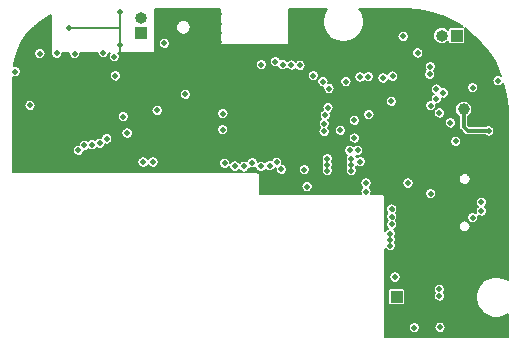
<source format=gbr>
%TF.GenerationSoftware,KiCad,Pcbnew,(5.1.9-0-10_14)*%
%TF.CreationDate,2021-10-29T13:13:03+02:00*%
%TF.ProjectId,Leo_muziekdoos,4c656f5f-6d75-47a6-9965-6b646f6f732e,rev?*%
%TF.SameCoordinates,Original*%
%TF.FileFunction,Copper,L4,Bot*%
%TF.FilePolarity,Positive*%
%FSLAX46Y46*%
G04 Gerber Fmt 4.6, Leading zero omitted, Abs format (unit mm)*
G04 Created by KiCad (PCBNEW (5.1.9-0-10_14)) date 2021-10-29 13:13:03*
%MOMM*%
%LPD*%
G01*
G04 APERTURE LIST*
%TA.AperFunction,SMDPad,CuDef*%
%ADD10R,4.600000X4.600000*%
%TD*%
%TA.AperFunction,ComponentPad*%
%ADD11C,0.500000*%
%TD*%
%TA.AperFunction,SMDPad,CuDef*%
%ADD12C,1.000000*%
%TD*%
%TA.AperFunction,ComponentPad*%
%ADD13O,1.000000X1.000000*%
%TD*%
%TA.AperFunction,ComponentPad*%
%ADD14R,1.000000X1.000000*%
%TD*%
%TA.AperFunction,ComponentPad*%
%ADD15R,1.800000X2.000000*%
%TD*%
%TA.AperFunction,ComponentPad*%
%ADD16O,2.150000X1.300000*%
%TD*%
%TA.AperFunction,ComponentPad*%
%ADD17C,0.600000*%
%TD*%
%TA.AperFunction,ViaPad*%
%ADD18C,0.500000*%
%TD*%
%TA.AperFunction,Conductor*%
%ADD19C,0.203200*%
%TD*%
%TA.AperFunction,Conductor*%
%ADD20C,0.152400*%
%TD*%
%TA.AperFunction,Conductor*%
%ADD21C,0.304800*%
%TD*%
%TA.AperFunction,Conductor*%
%ADD22C,0.457200*%
%TD*%
%TA.AperFunction,Conductor*%
%ADD23C,0.254000*%
%TD*%
%TA.AperFunction,Conductor*%
%ADD24C,0.100000*%
%TD*%
G04 APERTURE END LIST*
D10*
%TO.P,U3,41*%
%TO.N,GND*%
X46431200Y-71704200D03*
D11*
X44381200Y-73754200D03*
X44381200Y-72729200D03*
X44381200Y-71704200D03*
X44381200Y-70679200D03*
X44381200Y-69654200D03*
X45406200Y-73754200D03*
X45406200Y-72729200D03*
X45406200Y-71704200D03*
X45406200Y-70679200D03*
X45406200Y-69654200D03*
X46431200Y-73754200D03*
X46431200Y-72729200D03*
X46431200Y-71704200D03*
X46431200Y-70679200D03*
X46431200Y-69654200D03*
X47456200Y-73754200D03*
X47456200Y-72729200D03*
X47456200Y-71704200D03*
X47456200Y-70679200D03*
X47456200Y-69654200D03*
X48481200Y-73754200D03*
X48481200Y-72729200D03*
X48481200Y-71704200D03*
X48481200Y-70679200D03*
X48481200Y-69654200D03*
%TD*%
D12*
%TO.P,TP1,1*%
%TO.N,VBUS*%
X79629000Y-72796400D03*
%TD*%
D13*
%TO.P,J3,2*%
%TO.N,/I2S_DAC_AMP/SPK_OUT-*%
X77762100Y-66548000D03*
D14*
%TO.P,J3,1*%
%TO.N,/I2S_DAC_AMP/SPKOUT+*%
X79032100Y-66548000D03*
%TD*%
D13*
%TO.P,J1,2*%
%TO.N,GND*%
X73952100Y-89928700D03*
D14*
%TO.P,J1,1*%
%TO.N,+BATT*%
X73952100Y-88658700D03*
%TD*%
D13*
%TO.P,J4,2*%
%TO.N,/NFC/TXANT2*%
X52311300Y-65074800D03*
D14*
%TO.P,J4,1*%
%TO.N,/NFC/TXANT1*%
X52311300Y-66344800D03*
%TD*%
D15*
%TO.P,J2,SH*%
%TO.N,GND*%
X78704200Y-84495800D03*
D16*
X81864200Y-84295800D03*
D15*
X78704200Y-76895800D03*
D16*
X81864200Y-77095800D03*
%TD*%
%TO.P,U5,17*%
%TO.N,GND*%
%TA.AperFunction,SMDPad,CuDef*%
G36*
G01*
X79708300Y-70344400D02*
X78508300Y-70344400D01*
G75*
G02*
X78258300Y-70094400I0J250000D01*
G01*
X78258300Y-68894400D01*
G75*
G02*
X78508300Y-68644400I250000J0D01*
G01*
X79708300Y-68644400D01*
G75*
G02*
X79958300Y-68894400I0J-250000D01*
G01*
X79958300Y-70094400D01*
G75*
G02*
X79708300Y-70344400I-250000J0D01*
G01*
G37*
%TD.AperFunction*%
D17*
X79658300Y-68944400D03*
X79658300Y-69494400D03*
X79658300Y-70044400D03*
X79108300Y-68944400D03*
X79108300Y-69494400D03*
X79108300Y-70044400D03*
X78558300Y-68944400D03*
X78558300Y-69494400D03*
X78558300Y-70044400D03*
%TD*%
D18*
%TO.N,GND*%
X60960000Y-70866000D03*
X75057000Y-74549000D03*
X75057000Y-75311000D03*
X75057000Y-76073000D03*
X75057000Y-76835000D03*
X74295000Y-76835000D03*
X74295000Y-76073000D03*
X74295000Y-75311000D03*
X74295000Y-74549000D03*
X61468000Y-75692000D03*
X62484000Y-75692000D03*
X73533000Y-76835000D03*
X73533000Y-76073000D03*
X73533000Y-75311000D03*
X73533000Y-74549000D03*
X72771000Y-74549000D03*
X72771000Y-75311000D03*
X72771000Y-76073000D03*
X63500000Y-75692000D03*
X66040000Y-73660000D03*
X66040000Y-74676000D03*
X61468000Y-74676000D03*
X65024000Y-74676000D03*
X62484000Y-74676000D03*
X62484000Y-73660000D03*
X63500000Y-73660000D03*
X63500000Y-72644000D03*
X61468000Y-72644000D03*
X63500000Y-74676000D03*
X65024000Y-72644000D03*
X65024000Y-73660000D03*
X61468000Y-73660000D03*
X62484000Y-72644000D03*
X63500000Y-71120000D03*
X62484000Y-71120000D03*
X65979040Y-71120000D03*
X65024000Y-71120000D03*
X72771000Y-76835000D03*
X57404000Y-66294000D03*
X57404000Y-65532000D03*
X75831700Y-89293700D03*
X76492100Y-89293700D03*
X75831700Y-90233500D03*
X76492100Y-90233500D03*
X77419200Y-67881500D03*
X77114400Y-64922400D03*
X81800700Y-73494900D03*
X58928000Y-64750000D03*
X58928000Y-65532000D03*
X58928000Y-66294000D03*
X58928000Y-67056000D03*
X59944000Y-67564000D03*
X60706000Y-67564000D03*
X62484000Y-67564000D03*
X63246000Y-67564000D03*
X64008000Y-67564000D03*
X65250000Y-67056000D03*
X65250000Y-66294000D03*
X65250000Y-65532000D03*
X65250000Y-64750000D03*
X81521300Y-68040000D03*
X78079600Y-82880200D03*
X59182000Y-67564000D03*
X59191740Y-69159360D03*
X59201740Y-69739360D03*
X59721740Y-69459360D03*
X74440000Y-85679200D03*
X75470000Y-85689200D03*
X75480000Y-86399200D03*
X74940000Y-86019200D03*
X76708000Y-82600800D03*
X74980800Y-87020400D03*
X79502000Y-89382600D03*
X79502000Y-89916000D03*
X83058000Y-91440000D03*
X79502000Y-91440000D03*
X81534000Y-82296000D03*
X81534000Y-86360000D03*
X81534000Y-78740000D03*
X81280000Y-91440000D03*
X80518000Y-90424000D03*
X80010000Y-88138000D03*
X83058000Y-86106000D03*
X82887200Y-80688800D03*
X83058000Y-75946000D03*
X58166000Y-64770000D03*
X57404000Y-64770000D03*
X57404000Y-67056000D03*
X66294000Y-64770000D03*
X66294000Y-65532000D03*
X66294000Y-66294000D03*
X66294000Y-67056000D03*
X64770000Y-67564000D03*
X67310000Y-64770000D03*
X67310000Y-65532000D03*
X67310000Y-66294000D03*
X67310000Y-67056000D03*
X78294301Y-73124195D03*
X57924700Y-70004940D03*
X57929780Y-69222620D03*
X74523881Y-86512605D03*
X66040000Y-72644000D03*
X75311000Y-82550000D03*
X75311000Y-81940400D03*
X46250800Y-65859600D03*
X50548598Y-67358200D03*
X52273200Y-69138800D03*
X43357800Y-76136500D03*
X41922700Y-76174600D03*
X46075600Y-77546200D03*
X41694100Y-70904100D03*
X54837300Y-71934100D03*
X56464200Y-74574400D03*
X54521100Y-73621900D03*
X53047900Y-73418700D03*
X43129200Y-74574400D03*
X41910000Y-75463400D03*
X43611800Y-74930000D03*
X49403000Y-74574400D03*
X48996600Y-77901800D03*
X43103800Y-69291200D03*
X55575200Y-74574400D03*
X51019200Y-72628000D03*
X42693410Y-73188307D03*
X70921101Y-73198832D03*
X73228200Y-80086200D03*
X73968790Y-70993000D03*
X62814200Y-79603600D03*
X54356000Y-77724000D03*
X55118000Y-77724000D03*
X55880000Y-77724000D03*
X56642000Y-77724000D03*
X57404000Y-77724000D03*
X58166000Y-77724000D03*
X68072000Y-78740000D03*
X68072000Y-79248000D03*
X68072000Y-79756000D03*
X70104000Y-78740000D03*
X70104000Y-79248000D03*
X70104000Y-79756000D03*
X58166000Y-67056000D03*
X58166000Y-65532000D03*
X58166000Y-66294000D03*
X51648304Y-70271696D03*
X68884800Y-70002400D03*
X68910200Y-70662800D03*
X58089800Y-71831200D03*
X50556098Y-64531300D03*
X56134000Y-68326000D03*
X55372000Y-68326000D03*
X55372000Y-69088000D03*
X56134000Y-69088000D03*
X56134000Y-69850000D03*
X55372000Y-69850000D03*
X53340000Y-69342000D03*
%TO.N,+3V3*%
X73406000Y-83312000D03*
%TO.N,VBUS*%
X81737200Y-74612500D03*
X78485003Y-73931626D03*
X76835000Y-79933800D03*
X80391000Y-81965800D03*
X77571600Y-88595200D03*
X77571600Y-88036400D03*
%TO.N,+BATT*%
X77620000Y-91230000D03*
X71600060Y-73228200D03*
X75733399Y-68008459D03*
X76835000Y-72466200D03*
X73605217Y-69974792D03*
%TO.N,/Power/PSU_BTN_RAW*%
X54270000Y-67200000D03*
X74500000Y-66600000D03*
X70844590Y-70053200D03*
%TO.N,+3V3*%
X82540758Y-70374087D03*
X77578989Y-73090809D03*
X62486540Y-69009260D03*
X46685200Y-68072000D03*
X50139600Y-69951600D03*
X50038000Y-68326000D03*
X49113500Y-67980500D03*
X45181200Y-68052008D03*
X47013604Y-76245512D03*
X51132800Y-74787700D03*
X53672802Y-72882700D03*
X59239150Y-73145650D03*
X73527939Y-81866753D03*
X73527906Y-82522073D03*
X73527970Y-81231753D03*
X42912598Y-72454200D03*
X66903600Y-69926200D03*
X68135692Y-72647093D03*
X66370204Y-79324200D03*
X74918089Y-79031311D03*
X68072000Y-76962000D03*
X68072000Y-77470000D03*
X68072000Y-77978000D03*
X70104000Y-76962000D03*
X70104000Y-77470000D03*
X70104000Y-77978000D03*
X73406000Y-83820000D03*
X73406000Y-84328000D03*
X63787070Y-77287497D03*
%TO.N,/CPU/MEAS_EN*%
X67820540Y-73995280D03*
X72802213Y-70128043D03*
%TO.N,/CPU/BTN_PWR*%
X69657267Y-70455610D03*
X77313610Y-71074111D03*
%TO.N,/CPU/PW_HOLD*%
X67812712Y-74647635D03*
X77325220Y-71897240D03*
%TO.N,/Power/PSU_EN_BUF*%
X73814940Y-86987380D03*
X73505096Y-72104051D03*
%TO.N,/I2S_DAC_AMP/I2S_SD_MODE*%
X80391000Y-70942202D03*
X67710745Y-70455610D03*
%TO.N,/CPU/DAC_BCLK*%
X65765819Y-69063701D03*
X76756496Y-69829839D03*
%TO.N,/CPU/DAC_LRCK*%
X76809688Y-69170152D03*
X63688479Y-68743446D03*
%TO.N,/CPU/NFC_SPI_MOSI*%
X48167762Y-75792331D03*
X61731150Y-77307532D03*
%TO.N,/CPU/NFC_SPI_SCK*%
X49415700Y-75285600D03*
X63187209Y-77569820D03*
%TO.N,/CPU/NFC_SPI_CS*%
X47516438Y-75829821D03*
X61036200Y-77622400D03*
%TO.N,/CPU/DAC_DATA*%
X68224400Y-71022390D03*
X77884199Y-71390450D03*
%TO.N,/CPU/ESP_RST*%
X59232305Y-74506552D03*
X67906900Y-73262659D03*
%TO.N,/CPU/ESP_GPIO0*%
X70358000Y-75209400D03*
X66140515Y-77884257D03*
%TO.N,/programmer/CP_DTR*%
X70358000Y-73710800D03*
X69172429Y-74557229D03*
X70866000Y-77216000D03*
%TO.N,/CPU/ESP_TX*%
X64292347Y-68990395D03*
X69981419Y-76262839D03*
%TO.N,/CPU/ESP_RX*%
X65024000Y-69037200D03*
X70657669Y-76263447D03*
%TO.N,/Power/MCP_STAT*%
X78943200Y-75493386D03*
X75461088Y-91265701D03*
%TO.N,/Power/USB_D-*%
X81109820Y-81395800D03*
X71352590Y-79766776D03*
%TO.N,/Power/USB_D+*%
X81109820Y-80645800D03*
X71352590Y-79025373D03*
%TO.N,/CPU/ADS_SCL*%
X53327300Y-77241400D03*
X59385200Y-77343000D03*
%TO.N,/CPU/ADS_SDA*%
X52489100Y-77241400D03*
X60256172Y-77589628D03*
%TO.N,/CPU/NFC_SPI_MISO*%
X48815715Y-75670589D03*
X62454090Y-77608947D03*
%TO.N,/Power/BATT_MEAS*%
X71551800Y-70027800D03*
X56048723Y-71526398D03*
%TO.N,/NFC/VMID*%
X43745022Y-68061778D03*
X41675758Y-69590925D03*
%TO.N,/CPU/~NFC_RST*%
X50798128Y-73407872D03*
X64202245Y-77858503D03*
%TD*%
D19*
%TO.N,GND*%
X81823800Y-76733400D02*
X78663800Y-76733400D01*
X78551800Y-83940200D02*
X78867000Y-84255400D01*
X76864401Y-65172399D02*
X76864401Y-67326701D01*
X76864401Y-67326701D02*
X77419200Y-67881500D01*
X77114400Y-64922400D02*
X76864401Y-65172399D01*
D20*
X79108300Y-70044400D02*
X79108300Y-71008300D01*
X79108300Y-69494400D02*
X79094400Y-69494400D01*
X77481500Y-67881500D02*
X77419200Y-67881500D01*
X79094400Y-69494400D02*
X77481500Y-67881500D01*
X50403700Y-64531300D02*
X50556098Y-64531300D01*
X50546000Y-64673600D02*
X50403700Y-64531300D01*
X50548598Y-64538800D02*
X50548598Y-67358200D01*
X50556098Y-64531300D02*
X50548598Y-64538800D01*
X50518000Y-65859600D02*
X50546000Y-65887600D01*
X46250800Y-65859600D02*
X50518000Y-65859600D01*
X51587400Y-69138800D02*
X52273200Y-69138800D01*
X50548598Y-68099998D02*
X51587400Y-69138800D01*
X50548598Y-67358200D02*
X50548598Y-68099998D01*
%TO.N,VBUS*%
X81724500Y-74599800D02*
X81737200Y-74612500D01*
D21*
X79959200Y-74599800D02*
X79629000Y-74269600D01*
X79629000Y-74269600D02*
X79629000Y-72796400D01*
X81724500Y-74599800D02*
X79959200Y-74599800D01*
D22*
%TO.N,+3V3*%
X73527906Y-81866786D02*
X73527939Y-81866753D01*
X73527939Y-81231784D02*
X73527970Y-81231753D01*
D23*
X66929000Y-69951600D02*
X66903600Y-69926200D01*
%TD*%
D20*
%TO.N,GND*%
X59023801Y-67300447D02*
X59025353Y-67315304D01*
X59029773Y-67329573D01*
X59036891Y-67342705D01*
X59046435Y-67354197D01*
X59058038Y-67363605D01*
X59071253Y-67370569D01*
X59085573Y-67374822D01*
X59100000Y-67376200D01*
X64800000Y-67376200D01*
X64814866Y-67374736D01*
X64829160Y-67370400D01*
X64842334Y-67363358D01*
X64853882Y-67353882D01*
X64863358Y-67342334D01*
X64870400Y-67329160D01*
X64874736Y-67314866D01*
X64876200Y-67300000D01*
X64876200Y-64286620D01*
X68094922Y-64286620D01*
X67918135Y-64551201D01*
X67787829Y-64865786D01*
X67721400Y-65199748D01*
X67721400Y-65540252D01*
X67787829Y-65874214D01*
X67918135Y-66188799D01*
X68107309Y-66471918D01*
X68348082Y-66712691D01*
X68631201Y-66901865D01*
X68945786Y-67032171D01*
X69279748Y-67098600D01*
X69620252Y-67098600D01*
X69954214Y-67032171D01*
X70268799Y-66901865D01*
X70551918Y-66712691D01*
X70711747Y-66552862D01*
X74021400Y-66552862D01*
X74021400Y-66647138D01*
X74039792Y-66739603D01*
X74075870Y-66826702D01*
X74128247Y-66905090D01*
X74194910Y-66971753D01*
X74273298Y-67024130D01*
X74360397Y-67060208D01*
X74452862Y-67078600D01*
X74547138Y-67078600D01*
X74639603Y-67060208D01*
X74726702Y-67024130D01*
X74805090Y-66971753D01*
X74871753Y-66905090D01*
X74924130Y-66826702D01*
X74960208Y-66739603D01*
X74978600Y-66647138D01*
X74978600Y-66552862D01*
X74960208Y-66460397D01*
X74924130Y-66373298D01*
X74871753Y-66294910D01*
X74805090Y-66228247D01*
X74726702Y-66175870D01*
X74639603Y-66139792D01*
X74547138Y-66121400D01*
X74452862Y-66121400D01*
X74360397Y-66139792D01*
X74273298Y-66175870D01*
X74194910Y-66228247D01*
X74128247Y-66294910D01*
X74075870Y-66373298D01*
X74039792Y-66460397D01*
X74021400Y-66552862D01*
X70711747Y-66552862D01*
X70792691Y-66471918D01*
X70981865Y-66188799D01*
X71112171Y-65874214D01*
X71178600Y-65540252D01*
X71178600Y-65199748D01*
X71112171Y-64865786D01*
X70981865Y-64551201D01*
X70805078Y-64286620D01*
X74658490Y-64286620D01*
X75816155Y-64363512D01*
X76942758Y-64590676D01*
X78029421Y-64964845D01*
X79057050Y-65479442D01*
X79559649Y-65821008D01*
X79532100Y-65818294D01*
X78532100Y-65818294D01*
X78487287Y-65822708D01*
X78444195Y-65835779D01*
X78404482Y-65857006D01*
X78369673Y-65885573D01*
X78341106Y-65920382D01*
X78319879Y-65960095D01*
X78306808Y-66003187D01*
X78302394Y-66048000D01*
X78302394Y-66057899D01*
X78226555Y-65982060D01*
X78107221Y-65902323D01*
X77974625Y-65847400D01*
X77833861Y-65819400D01*
X77690339Y-65819400D01*
X77549575Y-65847400D01*
X77416979Y-65902323D01*
X77297645Y-65982060D01*
X77196160Y-66083545D01*
X77116423Y-66202879D01*
X77061500Y-66335475D01*
X77033500Y-66476239D01*
X77033500Y-66619761D01*
X77061500Y-66760525D01*
X77116423Y-66893121D01*
X77196160Y-67012455D01*
X77297645Y-67113940D01*
X77416979Y-67193677D01*
X77549575Y-67248600D01*
X77690339Y-67276600D01*
X77833861Y-67276600D01*
X77974625Y-67248600D01*
X78107221Y-67193677D01*
X78226555Y-67113940D01*
X78302394Y-67038101D01*
X78302394Y-67048000D01*
X78306808Y-67092813D01*
X78319879Y-67135905D01*
X78341106Y-67175618D01*
X78369673Y-67210427D01*
X78404482Y-67238994D01*
X78444195Y-67260221D01*
X78487287Y-67273292D01*
X78532100Y-67277706D01*
X79532100Y-67277706D01*
X79576913Y-67273292D01*
X79620005Y-67260221D01*
X79659718Y-67238994D01*
X79694527Y-67210427D01*
X79723094Y-67175618D01*
X79744321Y-67135905D01*
X79757392Y-67092813D01*
X79761806Y-67048000D01*
X79761806Y-66048000D01*
X79757392Y-66003187D01*
X79744321Y-65960095D01*
X79732918Y-65938761D01*
X80007599Y-66125434D01*
X80864359Y-66891466D01*
X81612279Y-67764080D01*
X82238222Y-68727945D01*
X82731187Y-69766128D01*
X82796421Y-69969308D01*
X82767460Y-69949957D01*
X82680361Y-69913879D01*
X82587896Y-69895487D01*
X82493620Y-69895487D01*
X82401155Y-69913879D01*
X82314056Y-69949957D01*
X82235668Y-70002334D01*
X82169005Y-70068997D01*
X82116628Y-70147385D01*
X82080550Y-70234484D01*
X82062158Y-70326949D01*
X82062158Y-70421225D01*
X82080550Y-70513690D01*
X82116628Y-70600789D01*
X82169005Y-70679177D01*
X82235668Y-70745840D01*
X82314056Y-70798217D01*
X82401155Y-70834295D01*
X82493620Y-70852687D01*
X82587896Y-70852687D01*
X82680361Y-70834295D01*
X82767460Y-70798217D01*
X82845848Y-70745840D01*
X82912511Y-70679177D01*
X82964888Y-70600789D01*
X82984199Y-70554168D01*
X83082518Y-70860395D01*
X83286343Y-71993208D01*
X83340799Y-72967223D01*
X83340798Y-87248056D01*
X83216399Y-87164935D01*
X82901814Y-87034629D01*
X82567852Y-86968200D01*
X82227348Y-86968200D01*
X81893386Y-87034629D01*
X81578801Y-87164935D01*
X81295682Y-87354109D01*
X81054909Y-87594882D01*
X80865735Y-87878001D01*
X80735429Y-88192586D01*
X80669000Y-88526548D01*
X80669000Y-88867052D01*
X80735429Y-89201014D01*
X80865735Y-89515599D01*
X81054909Y-89798718D01*
X81295682Y-90039491D01*
X81578801Y-90228665D01*
X81893386Y-90358971D01*
X82227348Y-90425400D01*
X82567852Y-90425400D01*
X82901814Y-90358971D01*
X83216399Y-90228665D01*
X83340798Y-90145544D01*
X83340798Y-92049173D01*
X72998014Y-92049173D01*
X72998055Y-91218563D01*
X74982488Y-91218563D01*
X74982488Y-91312839D01*
X75000880Y-91405304D01*
X75036958Y-91492403D01*
X75089335Y-91570791D01*
X75155998Y-91637454D01*
X75234386Y-91689831D01*
X75321485Y-91725909D01*
X75413950Y-91744301D01*
X75508226Y-91744301D01*
X75600691Y-91725909D01*
X75687790Y-91689831D01*
X75766178Y-91637454D01*
X75832841Y-91570791D01*
X75885218Y-91492403D01*
X75921296Y-91405304D01*
X75939688Y-91312839D01*
X75939688Y-91218563D01*
X75932587Y-91182862D01*
X77141400Y-91182862D01*
X77141400Y-91277138D01*
X77159792Y-91369603D01*
X77195870Y-91456702D01*
X77248247Y-91535090D01*
X77314910Y-91601753D01*
X77393298Y-91654130D01*
X77480397Y-91690208D01*
X77572862Y-91708600D01*
X77667138Y-91708600D01*
X77759603Y-91690208D01*
X77846702Y-91654130D01*
X77925090Y-91601753D01*
X77991753Y-91535090D01*
X78044130Y-91456702D01*
X78080208Y-91369603D01*
X78098600Y-91277138D01*
X78098600Y-91182862D01*
X78080208Y-91090397D01*
X78044130Y-91003298D01*
X77991753Y-90924910D01*
X77925090Y-90858247D01*
X77846702Y-90805870D01*
X77759603Y-90769792D01*
X77667138Y-90751400D01*
X77572862Y-90751400D01*
X77480397Y-90769792D01*
X77393298Y-90805870D01*
X77314910Y-90858247D01*
X77248247Y-90924910D01*
X77195870Y-91003298D01*
X77159792Y-91090397D01*
X77141400Y-91182862D01*
X75932587Y-91182862D01*
X75921296Y-91126098D01*
X75885218Y-91038999D01*
X75832841Y-90960611D01*
X75766178Y-90893948D01*
X75687790Y-90841571D01*
X75600691Y-90805493D01*
X75508226Y-90787101D01*
X75413950Y-90787101D01*
X75321485Y-90805493D01*
X75234386Y-90841571D01*
X75155998Y-90893948D01*
X75089335Y-90960611D01*
X75036958Y-91038999D01*
X75000880Y-91126098D01*
X74982488Y-91218563D01*
X72998055Y-91218563D01*
X72998207Y-88158700D01*
X73222394Y-88158700D01*
X73222394Y-89158700D01*
X73226808Y-89203513D01*
X73239879Y-89246605D01*
X73261106Y-89286318D01*
X73289673Y-89321127D01*
X73324482Y-89349694D01*
X73364195Y-89370921D01*
X73407287Y-89383992D01*
X73452100Y-89388406D01*
X74452100Y-89388406D01*
X74496913Y-89383992D01*
X74540005Y-89370921D01*
X74579718Y-89349694D01*
X74614527Y-89321127D01*
X74643094Y-89286318D01*
X74664321Y-89246605D01*
X74677392Y-89203513D01*
X74681806Y-89158700D01*
X74681806Y-88158700D01*
X74677392Y-88113887D01*
X74664321Y-88070795D01*
X74643094Y-88031082D01*
X74614527Y-87996273D01*
X74605985Y-87989262D01*
X77093000Y-87989262D01*
X77093000Y-88083538D01*
X77111392Y-88176003D01*
X77147470Y-88263102D01*
X77182682Y-88315800D01*
X77147470Y-88368498D01*
X77111392Y-88455597D01*
X77093000Y-88548062D01*
X77093000Y-88642338D01*
X77111392Y-88734803D01*
X77147470Y-88821902D01*
X77199847Y-88900290D01*
X77266510Y-88966953D01*
X77344898Y-89019330D01*
X77431997Y-89055408D01*
X77524462Y-89073800D01*
X77618738Y-89073800D01*
X77711203Y-89055408D01*
X77798302Y-89019330D01*
X77876690Y-88966953D01*
X77943353Y-88900290D01*
X77995730Y-88821902D01*
X78031808Y-88734803D01*
X78050200Y-88642338D01*
X78050200Y-88548062D01*
X78031808Y-88455597D01*
X77995730Y-88368498D01*
X77960518Y-88315800D01*
X77995730Y-88263102D01*
X78031808Y-88176003D01*
X78050200Y-88083538D01*
X78050200Y-87989262D01*
X78031808Y-87896797D01*
X77995730Y-87809698D01*
X77943353Y-87731310D01*
X77876690Y-87664647D01*
X77798302Y-87612270D01*
X77711203Y-87576192D01*
X77618738Y-87557800D01*
X77524462Y-87557800D01*
X77431997Y-87576192D01*
X77344898Y-87612270D01*
X77266510Y-87664647D01*
X77199847Y-87731310D01*
X77147470Y-87809698D01*
X77111392Y-87896797D01*
X77093000Y-87989262D01*
X74605985Y-87989262D01*
X74579718Y-87967706D01*
X74540005Y-87946479D01*
X74496913Y-87933408D01*
X74452100Y-87928994D01*
X73452100Y-87928994D01*
X73407287Y-87933408D01*
X73364195Y-87946479D01*
X73324482Y-87967706D01*
X73289673Y-87996273D01*
X73261106Y-88031082D01*
X73239879Y-88070795D01*
X73226808Y-88113887D01*
X73222394Y-88158700D01*
X72998207Y-88158700D01*
X72998267Y-86940242D01*
X73336340Y-86940242D01*
X73336340Y-87034518D01*
X73354732Y-87126983D01*
X73390810Y-87214082D01*
X73443187Y-87292470D01*
X73509850Y-87359133D01*
X73588238Y-87411510D01*
X73675337Y-87447588D01*
X73767802Y-87465980D01*
X73862078Y-87465980D01*
X73954543Y-87447588D01*
X74041642Y-87411510D01*
X74120030Y-87359133D01*
X74186693Y-87292470D01*
X74239070Y-87214082D01*
X74275148Y-87126983D01*
X74293540Y-87034518D01*
X74293540Y-86940242D01*
X74275148Y-86847777D01*
X74239070Y-86760678D01*
X74186693Y-86682290D01*
X74120030Y-86615627D01*
X74041642Y-86563250D01*
X73954543Y-86527172D01*
X73862078Y-86508780D01*
X73767802Y-86508780D01*
X73675337Y-86527172D01*
X73588238Y-86563250D01*
X73509850Y-86615627D01*
X73443187Y-86682290D01*
X73390810Y-86760678D01*
X73354732Y-86847777D01*
X73336340Y-86940242D01*
X72998267Y-86940242D01*
X72998385Y-84579418D01*
X73034247Y-84633090D01*
X73100910Y-84699753D01*
X73179298Y-84752130D01*
X73266397Y-84788208D01*
X73358862Y-84806600D01*
X73453138Y-84806600D01*
X73545603Y-84788208D01*
X73632702Y-84752130D01*
X73711090Y-84699753D01*
X73777753Y-84633090D01*
X73830130Y-84554702D01*
X73866208Y-84467603D01*
X73884600Y-84375138D01*
X73884600Y-84280862D01*
X73866208Y-84188397D01*
X73830130Y-84101298D01*
X73811890Y-84074000D01*
X73830130Y-84046702D01*
X73866208Y-83959603D01*
X73884600Y-83867138D01*
X73884600Y-83772862D01*
X73866208Y-83680397D01*
X73830130Y-83593298D01*
X73811890Y-83566000D01*
X73830130Y-83538702D01*
X73866208Y-83451603D01*
X73884600Y-83359138D01*
X73884600Y-83264862D01*
X73866208Y-83172397D01*
X73830130Y-83085298D01*
X73777753Y-83006910D01*
X73728048Y-82957205D01*
X73754608Y-82946203D01*
X73832996Y-82893826D01*
X73899659Y-82827163D01*
X73952036Y-82748775D01*
X73988114Y-82661676D01*
X73991192Y-82646200D01*
X79210600Y-82646200D01*
X79210600Y-82745400D01*
X79229953Y-82842695D01*
X79267915Y-82934344D01*
X79323028Y-83016826D01*
X79393174Y-83086972D01*
X79475656Y-83142085D01*
X79567305Y-83180047D01*
X79664600Y-83199400D01*
X79763800Y-83199400D01*
X79861095Y-83180047D01*
X79952744Y-83142085D01*
X80035226Y-83086972D01*
X80105372Y-83016826D01*
X80160485Y-82934344D01*
X80198447Y-82842695D01*
X80217800Y-82745400D01*
X80217800Y-82646200D01*
X80198447Y-82548905D01*
X80160485Y-82457256D01*
X80105372Y-82374774D01*
X80035226Y-82304628D01*
X79952744Y-82249515D01*
X79861095Y-82211553D01*
X79763800Y-82192200D01*
X79664600Y-82192200D01*
X79567305Y-82211553D01*
X79475656Y-82249515D01*
X79393174Y-82304628D01*
X79323028Y-82374774D01*
X79267915Y-82457256D01*
X79229953Y-82548905D01*
X79210600Y-82646200D01*
X73991192Y-82646200D01*
X74006506Y-82569211D01*
X74006506Y-82474935D01*
X73988114Y-82382470D01*
X73952036Y-82295371D01*
X73899659Y-82216983D01*
X73877106Y-82194430D01*
X73899692Y-82171843D01*
X73952069Y-82093455D01*
X73988147Y-82006356D01*
X74005590Y-81918662D01*
X79912400Y-81918662D01*
X79912400Y-82012938D01*
X79930792Y-82105403D01*
X79966870Y-82192502D01*
X80019247Y-82270890D01*
X80085910Y-82337553D01*
X80164298Y-82389930D01*
X80251397Y-82426008D01*
X80343862Y-82444400D01*
X80438138Y-82444400D01*
X80530603Y-82426008D01*
X80617702Y-82389930D01*
X80696090Y-82337553D01*
X80762753Y-82270890D01*
X80815130Y-82192502D01*
X80851208Y-82105403D01*
X80869600Y-82012938D01*
X80869600Y-81918662D01*
X80851208Y-81826197D01*
X80835407Y-81788051D01*
X80883118Y-81819930D01*
X80970217Y-81856008D01*
X81062682Y-81874400D01*
X81156958Y-81874400D01*
X81249423Y-81856008D01*
X81336522Y-81819930D01*
X81414910Y-81767553D01*
X81481573Y-81700890D01*
X81533950Y-81622502D01*
X81570028Y-81535403D01*
X81588420Y-81442938D01*
X81588420Y-81348662D01*
X81570028Y-81256197D01*
X81533950Y-81169098D01*
X81481573Y-81090710D01*
X81414910Y-81024047D01*
X81410051Y-81020800D01*
X81414910Y-81017553D01*
X81481573Y-80950890D01*
X81533950Y-80872502D01*
X81570028Y-80785403D01*
X81588420Y-80692938D01*
X81588420Y-80598662D01*
X81570028Y-80506197D01*
X81533950Y-80419098D01*
X81481573Y-80340710D01*
X81414910Y-80274047D01*
X81336522Y-80221670D01*
X81249423Y-80185592D01*
X81156958Y-80167200D01*
X81062682Y-80167200D01*
X80970217Y-80185592D01*
X80883118Y-80221670D01*
X80804730Y-80274047D01*
X80738067Y-80340710D01*
X80685690Y-80419098D01*
X80649612Y-80506197D01*
X80631220Y-80598662D01*
X80631220Y-80692938D01*
X80649612Y-80785403D01*
X80685690Y-80872502D01*
X80738067Y-80950890D01*
X80804730Y-81017553D01*
X80809589Y-81020800D01*
X80804730Y-81024047D01*
X80738067Y-81090710D01*
X80685690Y-81169098D01*
X80649612Y-81256197D01*
X80631220Y-81348662D01*
X80631220Y-81442938D01*
X80649612Y-81535403D01*
X80665413Y-81573549D01*
X80617702Y-81541670D01*
X80530603Y-81505592D01*
X80438138Y-81487200D01*
X80343862Y-81487200D01*
X80251397Y-81505592D01*
X80164298Y-81541670D01*
X80085910Y-81594047D01*
X80019247Y-81660710D01*
X79966870Y-81739098D01*
X79930792Y-81826197D01*
X79912400Y-81918662D01*
X74005590Y-81918662D01*
X74006539Y-81913891D01*
X74006539Y-81819615D01*
X73988147Y-81727150D01*
X73952069Y-81640051D01*
X73899692Y-81561663D01*
X73887298Y-81549269D01*
X73899723Y-81536843D01*
X73952100Y-81458455D01*
X73988178Y-81371356D01*
X74006570Y-81278891D01*
X74006570Y-81184615D01*
X73988178Y-81092150D01*
X73952100Y-81005051D01*
X73899723Y-80926663D01*
X73833060Y-80860000D01*
X73754672Y-80807623D01*
X73667573Y-80771545D01*
X73575108Y-80753153D01*
X73480832Y-80753153D01*
X73388367Y-80771545D01*
X73301268Y-80807623D01*
X73222880Y-80860000D01*
X73156217Y-80926663D01*
X73103840Y-81005051D01*
X73067762Y-81092150D01*
X73049370Y-81184615D01*
X73049370Y-81278891D01*
X73067762Y-81371356D01*
X73103840Y-81458455D01*
X73156217Y-81536843D01*
X73168612Y-81549238D01*
X73156186Y-81561663D01*
X73103809Y-81640051D01*
X73067731Y-81727150D01*
X73049339Y-81819615D01*
X73049339Y-81913891D01*
X73067731Y-82006356D01*
X73103809Y-82093455D01*
X73156186Y-82171843D01*
X73178740Y-82194397D01*
X73156153Y-82216983D01*
X73103776Y-82295371D01*
X73067698Y-82382470D01*
X73049306Y-82474935D01*
X73049306Y-82569211D01*
X73067698Y-82661676D01*
X73103776Y-82748775D01*
X73156153Y-82827163D01*
X73205858Y-82876868D01*
X73179298Y-82887870D01*
X73100910Y-82940247D01*
X73034247Y-83006910D01*
X72998460Y-83060469D01*
X72998597Y-80293924D01*
X73000188Y-80277773D01*
X72995967Y-80234914D01*
X72993847Y-80213373D01*
X72993845Y-80213367D01*
X72993844Y-80213356D01*
X72981580Y-80172926D01*
X72975060Y-80151431D01*
X72975057Y-80151426D01*
X72975054Y-80151415D01*
X72955923Y-80115623D01*
X72944550Y-80094344D01*
X72944546Y-80094339D01*
X72944541Y-80094330D01*
X72916479Y-80060136D01*
X72903489Y-80044306D01*
X72903485Y-80044303D01*
X72903478Y-80044294D01*
X72862643Y-80010782D01*
X72853455Y-80003241D01*
X72853453Y-80003240D01*
X72853442Y-80003231D01*
X72810650Y-79980358D01*
X72796372Y-79972725D01*
X72796368Y-79972724D01*
X72796357Y-79972718D01*
X72750439Y-79958788D01*
X72734432Y-79953932D01*
X72734428Y-79953932D01*
X72734416Y-79953928D01*
X72686134Y-79949173D01*
X72686132Y-79949173D01*
X72670015Y-79947585D01*
X72653881Y-79949173D01*
X71795072Y-79949173D01*
X71812798Y-79906379D01*
X71816719Y-79886662D01*
X76356400Y-79886662D01*
X76356400Y-79980938D01*
X76374792Y-80073403D01*
X76410870Y-80160502D01*
X76463247Y-80238890D01*
X76529910Y-80305553D01*
X76608298Y-80357930D01*
X76695397Y-80394008D01*
X76787862Y-80412400D01*
X76882138Y-80412400D01*
X76974603Y-80394008D01*
X77061702Y-80357930D01*
X77140090Y-80305553D01*
X77206753Y-80238890D01*
X77259130Y-80160502D01*
X77295208Y-80073403D01*
X77313600Y-79980938D01*
X77313600Y-79886662D01*
X77295208Y-79794197D01*
X77259130Y-79707098D01*
X77206753Y-79628710D01*
X77140090Y-79562047D01*
X77061702Y-79509670D01*
X76974603Y-79473592D01*
X76882138Y-79455200D01*
X76787862Y-79455200D01*
X76695397Y-79473592D01*
X76608298Y-79509670D01*
X76529910Y-79562047D01*
X76463247Y-79628710D01*
X76410870Y-79707098D01*
X76374792Y-79794197D01*
X76356400Y-79886662D01*
X71816719Y-79886662D01*
X71831190Y-79813914D01*
X71831190Y-79719638D01*
X71812798Y-79627173D01*
X71776720Y-79540074D01*
X71724343Y-79461686D01*
X71658732Y-79396075D01*
X71724343Y-79330463D01*
X71776720Y-79252075D01*
X71812798Y-79164976D01*
X71831190Y-79072511D01*
X71831190Y-78984173D01*
X74439489Y-78984173D01*
X74439489Y-79078449D01*
X74457881Y-79170914D01*
X74493959Y-79258013D01*
X74546336Y-79336401D01*
X74612999Y-79403064D01*
X74691387Y-79455441D01*
X74778486Y-79491519D01*
X74870951Y-79509911D01*
X74965227Y-79509911D01*
X75057692Y-79491519D01*
X75144791Y-79455441D01*
X75223179Y-79403064D01*
X75289842Y-79336401D01*
X75342219Y-79258013D01*
X75378297Y-79170914D01*
X75396689Y-79078449D01*
X75396689Y-78984173D01*
X75378297Y-78891708D01*
X75342219Y-78804609D01*
X75289842Y-78726221D01*
X75223179Y-78659558D01*
X75203188Y-78646200D01*
X79210600Y-78646200D01*
X79210600Y-78745400D01*
X79229953Y-78842695D01*
X79267915Y-78934344D01*
X79323028Y-79016826D01*
X79393174Y-79086972D01*
X79475656Y-79142085D01*
X79567305Y-79180047D01*
X79664600Y-79199400D01*
X79763800Y-79199400D01*
X79861095Y-79180047D01*
X79952744Y-79142085D01*
X80035226Y-79086972D01*
X80105372Y-79016826D01*
X80160485Y-78934344D01*
X80198447Y-78842695D01*
X80217800Y-78745400D01*
X80217800Y-78646200D01*
X80198447Y-78548905D01*
X80160485Y-78457256D01*
X80105372Y-78374774D01*
X80035226Y-78304628D01*
X79952744Y-78249515D01*
X79861095Y-78211553D01*
X79763800Y-78192200D01*
X79664600Y-78192200D01*
X79567305Y-78211553D01*
X79475656Y-78249515D01*
X79393174Y-78304628D01*
X79323028Y-78374774D01*
X79267915Y-78457256D01*
X79229953Y-78548905D01*
X79210600Y-78646200D01*
X75203188Y-78646200D01*
X75144791Y-78607181D01*
X75057692Y-78571103D01*
X74965227Y-78552711D01*
X74870951Y-78552711D01*
X74778486Y-78571103D01*
X74691387Y-78607181D01*
X74612999Y-78659558D01*
X74546336Y-78726221D01*
X74493959Y-78804609D01*
X74457881Y-78891708D01*
X74439489Y-78984173D01*
X71831190Y-78984173D01*
X71831190Y-78978235D01*
X71812798Y-78885770D01*
X71776720Y-78798671D01*
X71724343Y-78720283D01*
X71657680Y-78653620D01*
X71579292Y-78601243D01*
X71492193Y-78565165D01*
X71399728Y-78546773D01*
X71305452Y-78546773D01*
X71212987Y-78565165D01*
X71125888Y-78601243D01*
X71047500Y-78653620D01*
X70980837Y-78720283D01*
X70928460Y-78798671D01*
X70892382Y-78885770D01*
X70873990Y-78978235D01*
X70873990Y-79072511D01*
X70892382Y-79164976D01*
X70928460Y-79252075D01*
X70980837Y-79330463D01*
X71046449Y-79396075D01*
X70980837Y-79461686D01*
X70928460Y-79540074D01*
X70892382Y-79627173D01*
X70873990Y-79719638D01*
X70873990Y-79813914D01*
X70892382Y-79906379D01*
X70910108Y-79949173D01*
X62397998Y-79949173D01*
X62397998Y-79277062D01*
X65891604Y-79277062D01*
X65891604Y-79371338D01*
X65909996Y-79463803D01*
X65946074Y-79550902D01*
X65998451Y-79629290D01*
X66065114Y-79695953D01*
X66143502Y-79748330D01*
X66230601Y-79784408D01*
X66323066Y-79802800D01*
X66417342Y-79802800D01*
X66509807Y-79784408D01*
X66596906Y-79748330D01*
X66675294Y-79695953D01*
X66741957Y-79629290D01*
X66794334Y-79550902D01*
X66830412Y-79463803D01*
X66848804Y-79371338D01*
X66848804Y-79277062D01*
X66830412Y-79184597D01*
X66794334Y-79097498D01*
X66741957Y-79019110D01*
X66675294Y-78952447D01*
X66596906Y-78900070D01*
X66509807Y-78863992D01*
X66417342Y-78845600D01*
X66323066Y-78845600D01*
X66230601Y-78863992D01*
X66143502Y-78900070D01*
X66065114Y-78952447D01*
X65998451Y-79019110D01*
X65946074Y-79097498D01*
X65909996Y-79184597D01*
X65891604Y-79277062D01*
X62397998Y-79277062D01*
X62397998Y-78443908D01*
X62399587Y-78427773D01*
X62393243Y-78363356D01*
X62374453Y-78301415D01*
X62343940Y-78244330D01*
X62302877Y-78194294D01*
X62252841Y-78153231D01*
X62195756Y-78122718D01*
X62133815Y-78103928D01*
X62085533Y-78099173D01*
X62085532Y-78099173D01*
X62069398Y-78097584D01*
X62053263Y-78099173D01*
X61092523Y-78099173D01*
X61175803Y-78082608D01*
X61262902Y-78046530D01*
X61341290Y-77994153D01*
X61407953Y-77927490D01*
X61460330Y-77849102D01*
X61496408Y-77762003D01*
X61502678Y-77730480D01*
X61504448Y-77731662D01*
X61591547Y-77767740D01*
X61684012Y-77786132D01*
X61778288Y-77786132D01*
X61870753Y-77767740D01*
X61957852Y-77731662D01*
X61986690Y-77712393D01*
X61993882Y-77748550D01*
X62029960Y-77835649D01*
X62082337Y-77914037D01*
X62149000Y-77980700D01*
X62227388Y-78033077D01*
X62314487Y-78069155D01*
X62406952Y-78087547D01*
X62501228Y-78087547D01*
X62593693Y-78069155D01*
X62680792Y-78033077D01*
X62759180Y-77980700D01*
X62825843Y-77914037D01*
X62837355Y-77896809D01*
X62882119Y-77941573D01*
X62960507Y-77993950D01*
X63047606Y-78030028D01*
X63140071Y-78048420D01*
X63234347Y-78048420D01*
X63326812Y-78030028D01*
X63413911Y-77993950D01*
X63492299Y-77941573D01*
X63558962Y-77874910D01*
X63611339Y-77796522D01*
X63633889Y-77742081D01*
X63647467Y-77747705D01*
X63732926Y-77764704D01*
X63723645Y-77811365D01*
X63723645Y-77905641D01*
X63742037Y-77998106D01*
X63778115Y-78085205D01*
X63830492Y-78163593D01*
X63897155Y-78230256D01*
X63975543Y-78282633D01*
X64062642Y-78318711D01*
X64155107Y-78337103D01*
X64249383Y-78337103D01*
X64341848Y-78318711D01*
X64428947Y-78282633D01*
X64507335Y-78230256D01*
X64573998Y-78163593D01*
X64626375Y-78085205D01*
X64662453Y-77998106D01*
X64680845Y-77905641D01*
X64680845Y-77837119D01*
X65661915Y-77837119D01*
X65661915Y-77931395D01*
X65680307Y-78023860D01*
X65716385Y-78110959D01*
X65768762Y-78189347D01*
X65835425Y-78256010D01*
X65913813Y-78308387D01*
X66000912Y-78344465D01*
X66093377Y-78362857D01*
X66187653Y-78362857D01*
X66280118Y-78344465D01*
X66367217Y-78308387D01*
X66445605Y-78256010D01*
X66512268Y-78189347D01*
X66564645Y-78110959D01*
X66600723Y-78023860D01*
X66619115Y-77931395D01*
X66619115Y-77837119D01*
X66600723Y-77744654D01*
X66564645Y-77657555D01*
X66512268Y-77579167D01*
X66445605Y-77512504D01*
X66367217Y-77460127D01*
X66280118Y-77424049D01*
X66187653Y-77405657D01*
X66093377Y-77405657D01*
X66000912Y-77424049D01*
X65913813Y-77460127D01*
X65835425Y-77512504D01*
X65768762Y-77579167D01*
X65716385Y-77657555D01*
X65680307Y-77744654D01*
X65661915Y-77837119D01*
X64680845Y-77837119D01*
X64680845Y-77811365D01*
X64662453Y-77718900D01*
X64626375Y-77631801D01*
X64573998Y-77553413D01*
X64507335Y-77486750D01*
X64428947Y-77434373D01*
X64341848Y-77398295D01*
X64256389Y-77381296D01*
X64265670Y-77334635D01*
X64265670Y-77240359D01*
X64247278Y-77147894D01*
X64211200Y-77060795D01*
X64158823Y-76982407D01*
X64092160Y-76915744D01*
X64090840Y-76914862D01*
X67593400Y-76914862D01*
X67593400Y-77009138D01*
X67611792Y-77101603D01*
X67647870Y-77188702D01*
X67666110Y-77216000D01*
X67647870Y-77243298D01*
X67611792Y-77330397D01*
X67593400Y-77422862D01*
X67593400Y-77517138D01*
X67611792Y-77609603D01*
X67647870Y-77696702D01*
X67666110Y-77724000D01*
X67647870Y-77751298D01*
X67611792Y-77838397D01*
X67593400Y-77930862D01*
X67593400Y-78025138D01*
X67611792Y-78117603D01*
X67647870Y-78204702D01*
X67700247Y-78283090D01*
X67766910Y-78349753D01*
X67845298Y-78402130D01*
X67932397Y-78438208D01*
X68024862Y-78456600D01*
X68119138Y-78456600D01*
X68211603Y-78438208D01*
X68298702Y-78402130D01*
X68377090Y-78349753D01*
X68443753Y-78283090D01*
X68496130Y-78204702D01*
X68532208Y-78117603D01*
X68550600Y-78025138D01*
X68550600Y-77930862D01*
X68532208Y-77838397D01*
X68496130Y-77751298D01*
X68477890Y-77724000D01*
X68496130Y-77696702D01*
X68532208Y-77609603D01*
X68550600Y-77517138D01*
X68550600Y-77422862D01*
X68532208Y-77330397D01*
X68496130Y-77243298D01*
X68477890Y-77216000D01*
X68496130Y-77188702D01*
X68532208Y-77101603D01*
X68550600Y-77009138D01*
X68550600Y-76914862D01*
X68532208Y-76822397D01*
X68496130Y-76735298D01*
X68443753Y-76656910D01*
X68377090Y-76590247D01*
X68298702Y-76537870D01*
X68211603Y-76501792D01*
X68119138Y-76483400D01*
X68024862Y-76483400D01*
X67932397Y-76501792D01*
X67845298Y-76537870D01*
X67766910Y-76590247D01*
X67700247Y-76656910D01*
X67647870Y-76735298D01*
X67611792Y-76822397D01*
X67593400Y-76914862D01*
X64090840Y-76914862D01*
X64013772Y-76863367D01*
X63926673Y-76827289D01*
X63834208Y-76808897D01*
X63739932Y-76808897D01*
X63647467Y-76827289D01*
X63560368Y-76863367D01*
X63481980Y-76915744D01*
X63415317Y-76982407D01*
X63362940Y-77060795D01*
X63340390Y-77115236D01*
X63326812Y-77109612D01*
X63234347Y-77091220D01*
X63140071Y-77091220D01*
X63047606Y-77109612D01*
X62960507Y-77145690D01*
X62882119Y-77198067D01*
X62815456Y-77264730D01*
X62803944Y-77281958D01*
X62759180Y-77237194D01*
X62680792Y-77184817D01*
X62593693Y-77148739D01*
X62501228Y-77130347D01*
X62406952Y-77130347D01*
X62314487Y-77148739D01*
X62227388Y-77184817D01*
X62198550Y-77204086D01*
X62191358Y-77167929D01*
X62155280Y-77080830D01*
X62102903Y-77002442D01*
X62036240Y-76935779D01*
X61957852Y-76883402D01*
X61870753Y-76847324D01*
X61778288Y-76828932D01*
X61684012Y-76828932D01*
X61591547Y-76847324D01*
X61504448Y-76883402D01*
X61426060Y-76935779D01*
X61359397Y-77002442D01*
X61307020Y-77080830D01*
X61270942Y-77167929D01*
X61264672Y-77199452D01*
X61262902Y-77198270D01*
X61175803Y-77162192D01*
X61083338Y-77143800D01*
X60989062Y-77143800D01*
X60896597Y-77162192D01*
X60809498Y-77198270D01*
X60731110Y-77250647D01*
X60664447Y-77317310D01*
X60657135Y-77328254D01*
X60627925Y-77284538D01*
X60561262Y-77217875D01*
X60482874Y-77165498D01*
X60395775Y-77129420D01*
X60303310Y-77111028D01*
X60209034Y-77111028D01*
X60116569Y-77129420D01*
X60029470Y-77165498D01*
X59951082Y-77217875D01*
X59884419Y-77284538D01*
X59863800Y-77315397D01*
X59863800Y-77295862D01*
X59845408Y-77203397D01*
X59809330Y-77116298D01*
X59756953Y-77037910D01*
X59690290Y-76971247D01*
X59611902Y-76918870D01*
X59524803Y-76882792D01*
X59432338Y-76864400D01*
X59338062Y-76864400D01*
X59245597Y-76882792D01*
X59158498Y-76918870D01*
X59080110Y-76971247D01*
X59013447Y-77037910D01*
X58961070Y-77116298D01*
X58924992Y-77203397D01*
X58906600Y-77295862D01*
X58906600Y-77390138D01*
X58924992Y-77482603D01*
X58961070Y-77569702D01*
X59013447Y-77648090D01*
X59080110Y-77714753D01*
X59158498Y-77767130D01*
X59245597Y-77803208D01*
X59338062Y-77821600D01*
X59432338Y-77821600D01*
X59524803Y-77803208D01*
X59611902Y-77767130D01*
X59690290Y-77714753D01*
X59756953Y-77648090D01*
X59777572Y-77617231D01*
X59777572Y-77636766D01*
X59795964Y-77729231D01*
X59832042Y-77816330D01*
X59884419Y-77894718D01*
X59951082Y-77961381D01*
X60029470Y-78013758D01*
X60116569Y-78049836D01*
X60209034Y-78068228D01*
X60303310Y-78068228D01*
X60395775Y-78049836D01*
X60482874Y-78013758D01*
X60561262Y-77961381D01*
X60627925Y-77894718D01*
X60635237Y-77883774D01*
X60664447Y-77927490D01*
X60731110Y-77994153D01*
X60809498Y-78046530D01*
X60896597Y-78082608D01*
X60979877Y-78099173D01*
X41497928Y-78099173D01*
X41497736Y-77194262D01*
X52010500Y-77194262D01*
X52010500Y-77288538D01*
X52028892Y-77381003D01*
X52064970Y-77468102D01*
X52117347Y-77546490D01*
X52184010Y-77613153D01*
X52262398Y-77665530D01*
X52349497Y-77701608D01*
X52441962Y-77720000D01*
X52536238Y-77720000D01*
X52628703Y-77701608D01*
X52715802Y-77665530D01*
X52794190Y-77613153D01*
X52860853Y-77546490D01*
X52908200Y-77475630D01*
X52955547Y-77546490D01*
X53022210Y-77613153D01*
X53100598Y-77665530D01*
X53187697Y-77701608D01*
X53280162Y-77720000D01*
X53374438Y-77720000D01*
X53466903Y-77701608D01*
X53554002Y-77665530D01*
X53632390Y-77613153D01*
X53699053Y-77546490D01*
X53751430Y-77468102D01*
X53787508Y-77381003D01*
X53805900Y-77288538D01*
X53805900Y-77194262D01*
X53787508Y-77101797D01*
X53751430Y-77014698D01*
X53699053Y-76936310D01*
X53632390Y-76869647D01*
X53554002Y-76817270D01*
X53466903Y-76781192D01*
X53374438Y-76762800D01*
X53280162Y-76762800D01*
X53187697Y-76781192D01*
X53100598Y-76817270D01*
X53022210Y-76869647D01*
X52955547Y-76936310D01*
X52908200Y-77007170D01*
X52860853Y-76936310D01*
X52794190Y-76869647D01*
X52715802Y-76817270D01*
X52628703Y-76781192D01*
X52536238Y-76762800D01*
X52441962Y-76762800D01*
X52349497Y-76781192D01*
X52262398Y-76817270D01*
X52184010Y-76869647D01*
X52117347Y-76936310D01*
X52064970Y-77014698D01*
X52028892Y-77101797D01*
X52010500Y-77194262D01*
X41497736Y-77194262D01*
X41497523Y-76198374D01*
X46535004Y-76198374D01*
X46535004Y-76292650D01*
X46553396Y-76385115D01*
X46589474Y-76472214D01*
X46641851Y-76550602D01*
X46708514Y-76617265D01*
X46786902Y-76669642D01*
X46874001Y-76705720D01*
X46966466Y-76724112D01*
X47060742Y-76724112D01*
X47153207Y-76705720D01*
X47240306Y-76669642D01*
X47318694Y-76617265D01*
X47385357Y-76550602D01*
X47437734Y-76472214D01*
X47473812Y-76385115D01*
X47489067Y-76308421D01*
X47563576Y-76308421D01*
X47656041Y-76290029D01*
X47743140Y-76253951D01*
X47821528Y-76201574D01*
X47860845Y-76162257D01*
X47862672Y-76164084D01*
X47941060Y-76216461D01*
X48028159Y-76252539D01*
X48120624Y-76270931D01*
X48214900Y-76270931D01*
X48307365Y-76252539D01*
X48394464Y-76216461D01*
X48395601Y-76215701D01*
X69502819Y-76215701D01*
X69502819Y-76309977D01*
X69521211Y-76402442D01*
X69557289Y-76489541D01*
X69609666Y-76567929D01*
X69676329Y-76634592D01*
X69725297Y-76667311D01*
X69679870Y-76735298D01*
X69643792Y-76822397D01*
X69625400Y-76914862D01*
X69625400Y-77009138D01*
X69643792Y-77101603D01*
X69679870Y-77188702D01*
X69698110Y-77216000D01*
X69679870Y-77243298D01*
X69643792Y-77330397D01*
X69625400Y-77422862D01*
X69625400Y-77517138D01*
X69643792Y-77609603D01*
X69679870Y-77696702D01*
X69698110Y-77724000D01*
X69679870Y-77751298D01*
X69643792Y-77838397D01*
X69625400Y-77930862D01*
X69625400Y-78025138D01*
X69643792Y-78117603D01*
X69679870Y-78204702D01*
X69732247Y-78283090D01*
X69798910Y-78349753D01*
X69877298Y-78402130D01*
X69964397Y-78438208D01*
X70056862Y-78456600D01*
X70151138Y-78456600D01*
X70243603Y-78438208D01*
X70330702Y-78402130D01*
X70409090Y-78349753D01*
X70475753Y-78283090D01*
X70528130Y-78204702D01*
X70564208Y-78117603D01*
X70582600Y-78025138D01*
X70582600Y-77930862D01*
X70564208Y-77838397D01*
X70528130Y-77751298D01*
X70509890Y-77724000D01*
X70528130Y-77696702D01*
X70564208Y-77609603D01*
X70567657Y-77592261D01*
X70639298Y-77640130D01*
X70726397Y-77676208D01*
X70818862Y-77694600D01*
X70913138Y-77694600D01*
X71005603Y-77676208D01*
X71092702Y-77640130D01*
X71171090Y-77587753D01*
X71237753Y-77521090D01*
X71290130Y-77442702D01*
X71326208Y-77355603D01*
X71344600Y-77263138D01*
X71344600Y-77168862D01*
X71326208Y-77076397D01*
X71290130Y-76989298D01*
X71237753Y-76910910D01*
X71171090Y-76844247D01*
X71092702Y-76791870D01*
X71005603Y-76755792D01*
X70913138Y-76737400D01*
X70818862Y-76737400D01*
X70726397Y-76755792D01*
X70639298Y-76791870D01*
X70567657Y-76839739D01*
X70564208Y-76822397D01*
X70528130Y-76735298D01*
X70520701Y-76724179D01*
X70610531Y-76742047D01*
X70704807Y-76742047D01*
X70797272Y-76723655D01*
X70884371Y-76687577D01*
X70962759Y-76635200D01*
X71029422Y-76568537D01*
X71081799Y-76490149D01*
X71117877Y-76403050D01*
X71136269Y-76310585D01*
X71136269Y-76216309D01*
X71117877Y-76123844D01*
X71081799Y-76036745D01*
X71029422Y-75958357D01*
X70962759Y-75891694D01*
X70884371Y-75839317D01*
X70797272Y-75803239D01*
X70704807Y-75784847D01*
X70610531Y-75784847D01*
X70518066Y-75803239D01*
X70430967Y-75839317D01*
X70352579Y-75891694D01*
X70319848Y-75924425D01*
X70286509Y-75891086D01*
X70208121Y-75838709D01*
X70121022Y-75802631D01*
X70028557Y-75784239D01*
X69934281Y-75784239D01*
X69841816Y-75802631D01*
X69754717Y-75838709D01*
X69676329Y-75891086D01*
X69609666Y-75957749D01*
X69557289Y-76036137D01*
X69521211Y-76123236D01*
X69502819Y-76215701D01*
X48395601Y-76215701D01*
X48472852Y-76164084D01*
X48539515Y-76097421D01*
X48556041Y-76072688D01*
X48589013Y-76094719D01*
X48676112Y-76130797D01*
X48768577Y-76149189D01*
X48862853Y-76149189D01*
X48955318Y-76130797D01*
X49042417Y-76094719D01*
X49120805Y-76042342D01*
X49187468Y-75975679D01*
X49239845Y-75897291D01*
X49275923Y-75810192D01*
X49288249Y-75748225D01*
X49368562Y-75764200D01*
X49462838Y-75764200D01*
X49555303Y-75745808D01*
X49642402Y-75709730D01*
X49720790Y-75657353D01*
X49787453Y-75590690D01*
X49839830Y-75512302D01*
X49875908Y-75425203D01*
X49894300Y-75332738D01*
X49894300Y-75238462D01*
X49875908Y-75145997D01*
X49839830Y-75058898D01*
X49787453Y-74980510D01*
X49720790Y-74913847D01*
X49642402Y-74861470D01*
X49555303Y-74825392D01*
X49462838Y-74807000D01*
X49368562Y-74807000D01*
X49276097Y-74825392D01*
X49188998Y-74861470D01*
X49110610Y-74913847D01*
X49043947Y-74980510D01*
X48991570Y-75058898D01*
X48955492Y-75145997D01*
X48943166Y-75207964D01*
X48862853Y-75191989D01*
X48768577Y-75191989D01*
X48676112Y-75210381D01*
X48589013Y-75246459D01*
X48510625Y-75298836D01*
X48443962Y-75365499D01*
X48427436Y-75390232D01*
X48394464Y-75368201D01*
X48307365Y-75332123D01*
X48214900Y-75313731D01*
X48120624Y-75313731D01*
X48028159Y-75332123D01*
X47941060Y-75368201D01*
X47862672Y-75420578D01*
X47823355Y-75459895D01*
X47821528Y-75458068D01*
X47743140Y-75405691D01*
X47656041Y-75369613D01*
X47563576Y-75351221D01*
X47469300Y-75351221D01*
X47376835Y-75369613D01*
X47289736Y-75405691D01*
X47211348Y-75458068D01*
X47144685Y-75524731D01*
X47092308Y-75603119D01*
X47056230Y-75690218D01*
X47040975Y-75766912D01*
X46966466Y-75766912D01*
X46874001Y-75785304D01*
X46786902Y-75821382D01*
X46708514Y-75873759D01*
X46641851Y-75940422D01*
X46589474Y-76018810D01*
X46553396Y-76105909D01*
X46535004Y-76198374D01*
X41497523Y-76198374D01*
X41497213Y-74740562D01*
X50654200Y-74740562D01*
X50654200Y-74834838D01*
X50672592Y-74927303D01*
X50708670Y-75014402D01*
X50761047Y-75092790D01*
X50827710Y-75159453D01*
X50906098Y-75211830D01*
X50993197Y-75247908D01*
X51085662Y-75266300D01*
X51179938Y-75266300D01*
X51272403Y-75247908D01*
X51359502Y-75211830D01*
X51433686Y-75162262D01*
X69879400Y-75162262D01*
X69879400Y-75256538D01*
X69897792Y-75349003D01*
X69933870Y-75436102D01*
X69986247Y-75514490D01*
X70052910Y-75581153D01*
X70131298Y-75633530D01*
X70218397Y-75669608D01*
X70310862Y-75688000D01*
X70405138Y-75688000D01*
X70497603Y-75669608D01*
X70584702Y-75633530D01*
X70663090Y-75581153D01*
X70729753Y-75514490D01*
X70775350Y-75446248D01*
X78464600Y-75446248D01*
X78464600Y-75540524D01*
X78482992Y-75632989D01*
X78519070Y-75720088D01*
X78571447Y-75798476D01*
X78638110Y-75865139D01*
X78716498Y-75917516D01*
X78803597Y-75953594D01*
X78896062Y-75971986D01*
X78990338Y-75971986D01*
X79082803Y-75953594D01*
X79169902Y-75917516D01*
X79248290Y-75865139D01*
X79314953Y-75798476D01*
X79367330Y-75720088D01*
X79403408Y-75632989D01*
X79421800Y-75540524D01*
X79421800Y-75446248D01*
X79403408Y-75353783D01*
X79367330Y-75266684D01*
X79314953Y-75188296D01*
X79248290Y-75121633D01*
X79169902Y-75069256D01*
X79082803Y-75033178D01*
X78990338Y-75014786D01*
X78896062Y-75014786D01*
X78803597Y-75033178D01*
X78716498Y-75069256D01*
X78638110Y-75121633D01*
X78571447Y-75188296D01*
X78519070Y-75266684D01*
X78482992Y-75353783D01*
X78464600Y-75446248D01*
X70775350Y-75446248D01*
X70782130Y-75436102D01*
X70818208Y-75349003D01*
X70836600Y-75256538D01*
X70836600Y-75162262D01*
X70818208Y-75069797D01*
X70782130Y-74982698D01*
X70729753Y-74904310D01*
X70663090Y-74837647D01*
X70584702Y-74785270D01*
X70497603Y-74749192D01*
X70405138Y-74730800D01*
X70310862Y-74730800D01*
X70218397Y-74749192D01*
X70131298Y-74785270D01*
X70052910Y-74837647D01*
X69986247Y-74904310D01*
X69933870Y-74982698D01*
X69897792Y-75069797D01*
X69879400Y-75162262D01*
X51433686Y-75162262D01*
X51437890Y-75159453D01*
X51504553Y-75092790D01*
X51556930Y-75014402D01*
X51593008Y-74927303D01*
X51611400Y-74834838D01*
X51611400Y-74740562D01*
X51593008Y-74648097D01*
X51556930Y-74560998D01*
X51504553Y-74482610D01*
X51481357Y-74459414D01*
X58753705Y-74459414D01*
X58753705Y-74553690D01*
X58772097Y-74646155D01*
X58808175Y-74733254D01*
X58860552Y-74811642D01*
X58927215Y-74878305D01*
X59005603Y-74930682D01*
X59092702Y-74966760D01*
X59185167Y-74985152D01*
X59279443Y-74985152D01*
X59371908Y-74966760D01*
X59459007Y-74930682D01*
X59537395Y-74878305D01*
X59604058Y-74811642D01*
X59656435Y-74733254D01*
X59692513Y-74646155D01*
X59701594Y-74600497D01*
X67334112Y-74600497D01*
X67334112Y-74694773D01*
X67352504Y-74787238D01*
X67388582Y-74874337D01*
X67440959Y-74952725D01*
X67507622Y-75019388D01*
X67586010Y-75071765D01*
X67673109Y-75107843D01*
X67765574Y-75126235D01*
X67859850Y-75126235D01*
X67952315Y-75107843D01*
X68039414Y-75071765D01*
X68117802Y-75019388D01*
X68184465Y-74952725D01*
X68236842Y-74874337D01*
X68272920Y-74787238D01*
X68291312Y-74694773D01*
X68291312Y-74600497D01*
X68273330Y-74510091D01*
X68693829Y-74510091D01*
X68693829Y-74604367D01*
X68712221Y-74696832D01*
X68748299Y-74783931D01*
X68800676Y-74862319D01*
X68867339Y-74928982D01*
X68945727Y-74981359D01*
X69032826Y-75017437D01*
X69125291Y-75035829D01*
X69219567Y-75035829D01*
X69312032Y-75017437D01*
X69399131Y-74981359D01*
X69477519Y-74928982D01*
X69544182Y-74862319D01*
X69596559Y-74783931D01*
X69632637Y-74696832D01*
X69651029Y-74604367D01*
X69651029Y-74510091D01*
X69632637Y-74417626D01*
X69596559Y-74330527D01*
X69544182Y-74252139D01*
X69477519Y-74185476D01*
X69399131Y-74133099D01*
X69312032Y-74097021D01*
X69219567Y-74078629D01*
X69125291Y-74078629D01*
X69032826Y-74097021D01*
X68945727Y-74133099D01*
X68867339Y-74185476D01*
X68800676Y-74252139D01*
X68748299Y-74330527D01*
X68712221Y-74417626D01*
X68693829Y-74510091D01*
X68273330Y-74510091D01*
X68272920Y-74508032D01*
X68236842Y-74420933D01*
X68184465Y-74342545D01*
X68167292Y-74325372D01*
X68192293Y-74300370D01*
X68244670Y-74221982D01*
X68280748Y-74134883D01*
X68299140Y-74042418D01*
X68299140Y-73948142D01*
X68280748Y-73855677D01*
X68244670Y-73768578D01*
X68192293Y-73690190D01*
X68166746Y-73664643D01*
X68168214Y-73663662D01*
X69879400Y-73663662D01*
X69879400Y-73757938D01*
X69897792Y-73850403D01*
X69933870Y-73937502D01*
X69986247Y-74015890D01*
X70052910Y-74082553D01*
X70131298Y-74134930D01*
X70218397Y-74171008D01*
X70310862Y-74189400D01*
X70405138Y-74189400D01*
X70497603Y-74171008D01*
X70584702Y-74134930D01*
X70663090Y-74082553D01*
X70729753Y-74015890D01*
X70782130Y-73937502D01*
X70804089Y-73884488D01*
X78006403Y-73884488D01*
X78006403Y-73978764D01*
X78024795Y-74071229D01*
X78060873Y-74158328D01*
X78113250Y-74236716D01*
X78179913Y-74303379D01*
X78258301Y-74355756D01*
X78345400Y-74391834D01*
X78437865Y-74410226D01*
X78532141Y-74410226D01*
X78624606Y-74391834D01*
X78711705Y-74355756D01*
X78790093Y-74303379D01*
X78856756Y-74236716D01*
X78909133Y-74158328D01*
X78945211Y-74071229D01*
X78963603Y-73978764D01*
X78963603Y-73884488D01*
X78945211Y-73792023D01*
X78909133Y-73704924D01*
X78856756Y-73626536D01*
X78790093Y-73559873D01*
X78711705Y-73507496D01*
X78624606Y-73471418D01*
X78532141Y-73453026D01*
X78437865Y-73453026D01*
X78345400Y-73471418D01*
X78258301Y-73507496D01*
X78179913Y-73559873D01*
X78113250Y-73626536D01*
X78060873Y-73704924D01*
X78024795Y-73792023D01*
X78006403Y-73884488D01*
X70804089Y-73884488D01*
X70818208Y-73850403D01*
X70836600Y-73757938D01*
X70836600Y-73663662D01*
X70818208Y-73571197D01*
X70782130Y-73484098D01*
X70729753Y-73405710D01*
X70663090Y-73339047D01*
X70584702Y-73286670D01*
X70497603Y-73250592D01*
X70405138Y-73232200D01*
X70310862Y-73232200D01*
X70218397Y-73250592D01*
X70131298Y-73286670D01*
X70052910Y-73339047D01*
X69986247Y-73405710D01*
X69933870Y-73484098D01*
X69897792Y-73571197D01*
X69879400Y-73663662D01*
X68168214Y-73663662D01*
X68211990Y-73634412D01*
X68278653Y-73567749D01*
X68331030Y-73489361D01*
X68367108Y-73402262D01*
X68385500Y-73309797D01*
X68385500Y-73215521D01*
X68378646Y-73181062D01*
X71121460Y-73181062D01*
X71121460Y-73275338D01*
X71139852Y-73367803D01*
X71175930Y-73454902D01*
X71228307Y-73533290D01*
X71294970Y-73599953D01*
X71373358Y-73652330D01*
X71460457Y-73688408D01*
X71552922Y-73706800D01*
X71647198Y-73706800D01*
X71739663Y-73688408D01*
X71826762Y-73652330D01*
X71905150Y-73599953D01*
X71971813Y-73533290D01*
X72024190Y-73454902D01*
X72060268Y-73367803D01*
X72078660Y-73275338D01*
X72078660Y-73181062D01*
X72060268Y-73088597D01*
X72041659Y-73043671D01*
X77100389Y-73043671D01*
X77100389Y-73137947D01*
X77118781Y-73230412D01*
X77154859Y-73317511D01*
X77207236Y-73395899D01*
X77273899Y-73462562D01*
X77352287Y-73514939D01*
X77439386Y-73551017D01*
X77531851Y-73569409D01*
X77626127Y-73569409D01*
X77718592Y-73551017D01*
X77805691Y-73514939D01*
X77884079Y-73462562D01*
X77950742Y-73395899D01*
X78003119Y-73317511D01*
X78039197Y-73230412D01*
X78057589Y-73137947D01*
X78057589Y-73043671D01*
X78039197Y-72951206D01*
X78003119Y-72864107D01*
X77950742Y-72785719D01*
X77889662Y-72724639D01*
X78900400Y-72724639D01*
X78900400Y-72868161D01*
X78928400Y-73008925D01*
X78983323Y-73141521D01*
X79063060Y-73260855D01*
X79164545Y-73362340D01*
X79248001Y-73418104D01*
X79248000Y-74250890D01*
X79246157Y-74269600D01*
X79248000Y-74288310D01*
X79248000Y-74288312D01*
X79253513Y-74344288D01*
X79273515Y-74410226D01*
X79275299Y-74416107D01*
X79310678Y-74482296D01*
X79321346Y-74495295D01*
X79358289Y-74540311D01*
X79372831Y-74552245D01*
X79676558Y-74855973D01*
X79688489Y-74870511D01*
X79703024Y-74882439D01*
X79746503Y-74918122D01*
X79763680Y-74927303D01*
X79812692Y-74953501D01*
X79884511Y-74975287D01*
X79940487Y-74980800D01*
X79940496Y-74980800D01*
X79959199Y-74982642D01*
X79977902Y-74980800D01*
X81428657Y-74980800D01*
X81432110Y-74984253D01*
X81510498Y-75036630D01*
X81597597Y-75072708D01*
X81690062Y-75091100D01*
X81784338Y-75091100D01*
X81876803Y-75072708D01*
X81963902Y-75036630D01*
X82042290Y-74984253D01*
X82108953Y-74917590D01*
X82161330Y-74839202D01*
X82197408Y-74752103D01*
X82215800Y-74659638D01*
X82215800Y-74565362D01*
X82197408Y-74472897D01*
X82161330Y-74385798D01*
X82108953Y-74307410D01*
X82042290Y-74240747D01*
X81963902Y-74188370D01*
X81876803Y-74152292D01*
X81784338Y-74133900D01*
X81690062Y-74133900D01*
X81597597Y-74152292D01*
X81510498Y-74188370D01*
X81464956Y-74218800D01*
X80117015Y-74218800D01*
X80010000Y-74111786D01*
X80010000Y-73418103D01*
X80093455Y-73362340D01*
X80194940Y-73260855D01*
X80274677Y-73141521D01*
X80329600Y-73008925D01*
X80357600Y-72868161D01*
X80357600Y-72724639D01*
X80329600Y-72583875D01*
X80274677Y-72451279D01*
X80194940Y-72331945D01*
X80093455Y-72230460D01*
X79974121Y-72150723D01*
X79841525Y-72095800D01*
X79700761Y-72067800D01*
X79557239Y-72067800D01*
X79416475Y-72095800D01*
X79283879Y-72150723D01*
X79164545Y-72230460D01*
X79063060Y-72331945D01*
X78983323Y-72451279D01*
X78928400Y-72583875D01*
X78900400Y-72724639D01*
X77889662Y-72724639D01*
X77884079Y-72719056D01*
X77805691Y-72666679D01*
X77718592Y-72630601D01*
X77626127Y-72612209D01*
X77531851Y-72612209D01*
X77439386Y-72630601D01*
X77352287Y-72666679D01*
X77273899Y-72719056D01*
X77207236Y-72785719D01*
X77154859Y-72864107D01*
X77118781Y-72951206D01*
X77100389Y-73043671D01*
X72041659Y-73043671D01*
X72024190Y-73001498D01*
X71971813Y-72923110D01*
X71905150Y-72856447D01*
X71826762Y-72804070D01*
X71739663Y-72767992D01*
X71647198Y-72749600D01*
X71552922Y-72749600D01*
X71460457Y-72767992D01*
X71373358Y-72804070D01*
X71294970Y-72856447D01*
X71228307Y-72923110D01*
X71175930Y-73001498D01*
X71139852Y-73088597D01*
X71121460Y-73181062D01*
X68378646Y-73181062D01*
X68367108Y-73123056D01*
X68348092Y-73077147D01*
X68362394Y-73071223D01*
X68440782Y-73018846D01*
X68507445Y-72952183D01*
X68559822Y-72873795D01*
X68595900Y-72786696D01*
X68614292Y-72694231D01*
X68614292Y-72599955D01*
X68595900Y-72507490D01*
X68559822Y-72420391D01*
X68507445Y-72342003D01*
X68440782Y-72275340D01*
X68362394Y-72222963D01*
X68275295Y-72186885D01*
X68182830Y-72168493D01*
X68088554Y-72168493D01*
X67996089Y-72186885D01*
X67908990Y-72222963D01*
X67830602Y-72275340D01*
X67763939Y-72342003D01*
X67711562Y-72420391D01*
X67675484Y-72507490D01*
X67657092Y-72599955D01*
X67657092Y-72694231D01*
X67675484Y-72786696D01*
X67694500Y-72832605D01*
X67680198Y-72838529D01*
X67601810Y-72890906D01*
X67535147Y-72957569D01*
X67482770Y-73035957D01*
X67446692Y-73123056D01*
X67428300Y-73215521D01*
X67428300Y-73309797D01*
X67446692Y-73402262D01*
X67482770Y-73489361D01*
X67535147Y-73567749D01*
X67560694Y-73593296D01*
X67515450Y-73623527D01*
X67448787Y-73690190D01*
X67396410Y-73768578D01*
X67360332Y-73855677D01*
X67341940Y-73948142D01*
X67341940Y-74042418D01*
X67360332Y-74134883D01*
X67396410Y-74221982D01*
X67448787Y-74300370D01*
X67465961Y-74317544D01*
X67440959Y-74342545D01*
X67388582Y-74420933D01*
X67352504Y-74508032D01*
X67334112Y-74600497D01*
X59701594Y-74600497D01*
X59710905Y-74553690D01*
X59710905Y-74459414D01*
X59692513Y-74366949D01*
X59656435Y-74279850D01*
X59604058Y-74201462D01*
X59537395Y-74134799D01*
X59459007Y-74082422D01*
X59371908Y-74046344D01*
X59279443Y-74027952D01*
X59185167Y-74027952D01*
X59092702Y-74046344D01*
X59005603Y-74082422D01*
X58927215Y-74134799D01*
X58860552Y-74201462D01*
X58808175Y-74279850D01*
X58772097Y-74366949D01*
X58753705Y-74459414D01*
X51481357Y-74459414D01*
X51437890Y-74415947D01*
X51359502Y-74363570D01*
X51272403Y-74327492D01*
X51179938Y-74309100D01*
X51085662Y-74309100D01*
X50993197Y-74327492D01*
X50906098Y-74363570D01*
X50827710Y-74415947D01*
X50761047Y-74482610D01*
X50708670Y-74560998D01*
X50672592Y-74648097D01*
X50654200Y-74740562D01*
X41497213Y-74740562D01*
X41496918Y-73360734D01*
X50319528Y-73360734D01*
X50319528Y-73455010D01*
X50337920Y-73547475D01*
X50373998Y-73634574D01*
X50426375Y-73712962D01*
X50493038Y-73779625D01*
X50571426Y-73832002D01*
X50658525Y-73868080D01*
X50750990Y-73886472D01*
X50845266Y-73886472D01*
X50937731Y-73868080D01*
X51024830Y-73832002D01*
X51103218Y-73779625D01*
X51169881Y-73712962D01*
X51222258Y-73634574D01*
X51258336Y-73547475D01*
X51276728Y-73455010D01*
X51276728Y-73360734D01*
X51258336Y-73268269D01*
X51222258Y-73181170D01*
X51169881Y-73102782D01*
X51103218Y-73036119D01*
X51024830Y-72983742D01*
X50937731Y-72947664D01*
X50845266Y-72929272D01*
X50750990Y-72929272D01*
X50658525Y-72947664D01*
X50571426Y-72983742D01*
X50493038Y-73036119D01*
X50426375Y-73102782D01*
X50373998Y-73181170D01*
X50337920Y-73268269D01*
X50319528Y-73360734D01*
X41496918Y-73360734D01*
X41496714Y-72407062D01*
X42433998Y-72407062D01*
X42433998Y-72501338D01*
X42452390Y-72593803D01*
X42488468Y-72680902D01*
X42540845Y-72759290D01*
X42607508Y-72825953D01*
X42685896Y-72878330D01*
X42772995Y-72914408D01*
X42865460Y-72932800D01*
X42959736Y-72932800D01*
X43052201Y-72914408D01*
X43139300Y-72878330D01*
X43203307Y-72835562D01*
X53194202Y-72835562D01*
X53194202Y-72929838D01*
X53212594Y-73022303D01*
X53248672Y-73109402D01*
X53301049Y-73187790D01*
X53367712Y-73254453D01*
X53446100Y-73306830D01*
X53533199Y-73342908D01*
X53625664Y-73361300D01*
X53719940Y-73361300D01*
X53812405Y-73342908D01*
X53899504Y-73306830D01*
X53977892Y-73254453D01*
X54044555Y-73187790D01*
X54096932Y-73109402D01*
X54101442Y-73098512D01*
X58760550Y-73098512D01*
X58760550Y-73192788D01*
X58778942Y-73285253D01*
X58815020Y-73372352D01*
X58867397Y-73450740D01*
X58934060Y-73517403D01*
X59012448Y-73569780D01*
X59099547Y-73605858D01*
X59192012Y-73624250D01*
X59286288Y-73624250D01*
X59378753Y-73605858D01*
X59465852Y-73569780D01*
X59544240Y-73517403D01*
X59610903Y-73450740D01*
X59663280Y-73372352D01*
X59699358Y-73285253D01*
X59717750Y-73192788D01*
X59717750Y-73098512D01*
X59699358Y-73006047D01*
X59663280Y-72918948D01*
X59610903Y-72840560D01*
X59544240Y-72773897D01*
X59465852Y-72721520D01*
X59378753Y-72685442D01*
X59286288Y-72667050D01*
X59192012Y-72667050D01*
X59099547Y-72685442D01*
X59012448Y-72721520D01*
X58934060Y-72773897D01*
X58867397Y-72840560D01*
X58815020Y-72918948D01*
X58778942Y-73006047D01*
X58760550Y-73098512D01*
X54101442Y-73098512D01*
X54133010Y-73022303D01*
X54151402Y-72929838D01*
X54151402Y-72835562D01*
X54133010Y-72743097D01*
X54096932Y-72655998D01*
X54044555Y-72577610D01*
X53977892Y-72510947D01*
X53899504Y-72458570D01*
X53812405Y-72422492D01*
X53719940Y-72404100D01*
X53625664Y-72404100D01*
X53533199Y-72422492D01*
X53446100Y-72458570D01*
X53367712Y-72510947D01*
X53301049Y-72577610D01*
X53248672Y-72655998D01*
X53212594Y-72743097D01*
X53194202Y-72835562D01*
X43203307Y-72835562D01*
X43217688Y-72825953D01*
X43284351Y-72759290D01*
X43336728Y-72680902D01*
X43372806Y-72593803D01*
X43391198Y-72501338D01*
X43391198Y-72407062D01*
X43372806Y-72314597D01*
X43336728Y-72227498D01*
X43284351Y-72149110D01*
X43217688Y-72082447D01*
X43179474Y-72056913D01*
X73026496Y-72056913D01*
X73026496Y-72151189D01*
X73044888Y-72243654D01*
X73080966Y-72330753D01*
X73133343Y-72409141D01*
X73200006Y-72475804D01*
X73278394Y-72528181D01*
X73365493Y-72564259D01*
X73457958Y-72582651D01*
X73552234Y-72582651D01*
X73644699Y-72564259D01*
X73731798Y-72528181D01*
X73810186Y-72475804D01*
X73866928Y-72419062D01*
X76356400Y-72419062D01*
X76356400Y-72513338D01*
X76374792Y-72605803D01*
X76410870Y-72692902D01*
X76463247Y-72771290D01*
X76529910Y-72837953D01*
X76608298Y-72890330D01*
X76695397Y-72926408D01*
X76787862Y-72944800D01*
X76882138Y-72944800D01*
X76974603Y-72926408D01*
X77061702Y-72890330D01*
X77140090Y-72837953D01*
X77206753Y-72771290D01*
X77259130Y-72692902D01*
X77295208Y-72605803D01*
X77313600Y-72513338D01*
X77313600Y-72419062D01*
X77305003Y-72375840D01*
X77372358Y-72375840D01*
X77464823Y-72357448D01*
X77551922Y-72321370D01*
X77630310Y-72268993D01*
X77696973Y-72202330D01*
X77749350Y-72123942D01*
X77785428Y-72036843D01*
X77803820Y-71944378D01*
X77803820Y-71862438D01*
X77837061Y-71869050D01*
X77931337Y-71869050D01*
X78023802Y-71850658D01*
X78110901Y-71814580D01*
X78189289Y-71762203D01*
X78255952Y-71695540D01*
X78308329Y-71617152D01*
X78344407Y-71530053D01*
X78362799Y-71437588D01*
X78362799Y-71343312D01*
X78344407Y-71250847D01*
X78308329Y-71163748D01*
X78255952Y-71085360D01*
X78189289Y-71018697D01*
X78110901Y-70966320D01*
X78023802Y-70930242D01*
X77931337Y-70911850D01*
X77837061Y-70911850D01*
X77769961Y-70925197D01*
X77757480Y-70895064D01*
X79912400Y-70895064D01*
X79912400Y-70989340D01*
X79930792Y-71081805D01*
X79966870Y-71168904D01*
X80019247Y-71247292D01*
X80085910Y-71313955D01*
X80164298Y-71366332D01*
X80251397Y-71402410D01*
X80343862Y-71420802D01*
X80438138Y-71420802D01*
X80530603Y-71402410D01*
X80617702Y-71366332D01*
X80696090Y-71313955D01*
X80762753Y-71247292D01*
X80815130Y-71168904D01*
X80851208Y-71081805D01*
X80869600Y-70989340D01*
X80869600Y-70895064D01*
X80851208Y-70802599D01*
X80815130Y-70715500D01*
X80762753Y-70637112D01*
X80696090Y-70570449D01*
X80617702Y-70518072D01*
X80530603Y-70481994D01*
X80438138Y-70463602D01*
X80343862Y-70463602D01*
X80251397Y-70481994D01*
X80164298Y-70518072D01*
X80085910Y-70570449D01*
X80019247Y-70637112D01*
X79966870Y-70715500D01*
X79930792Y-70802599D01*
X79912400Y-70895064D01*
X77757480Y-70895064D01*
X77737740Y-70847409D01*
X77685363Y-70769021D01*
X77618700Y-70702358D01*
X77540312Y-70649981D01*
X77453213Y-70613903D01*
X77360748Y-70595511D01*
X77266472Y-70595511D01*
X77174007Y-70613903D01*
X77086908Y-70649981D01*
X77008520Y-70702358D01*
X76941857Y-70769021D01*
X76889480Y-70847409D01*
X76853402Y-70934508D01*
X76835010Y-71026973D01*
X76835010Y-71121249D01*
X76853402Y-71213714D01*
X76889480Y-71300813D01*
X76941857Y-71379201D01*
X77008520Y-71445864D01*
X77073907Y-71489554D01*
X77020130Y-71525487D01*
X76953467Y-71592150D01*
X76901090Y-71670538D01*
X76865012Y-71757637D01*
X76846620Y-71850102D01*
X76846620Y-71944378D01*
X76855217Y-71987600D01*
X76787862Y-71987600D01*
X76695397Y-72005992D01*
X76608298Y-72042070D01*
X76529910Y-72094447D01*
X76463247Y-72161110D01*
X76410870Y-72239498D01*
X76374792Y-72326597D01*
X76356400Y-72419062D01*
X73866928Y-72419062D01*
X73876849Y-72409141D01*
X73929226Y-72330753D01*
X73965304Y-72243654D01*
X73983696Y-72151189D01*
X73983696Y-72056913D01*
X73965304Y-71964448D01*
X73929226Y-71877349D01*
X73876849Y-71798961D01*
X73810186Y-71732298D01*
X73731798Y-71679921D01*
X73644699Y-71643843D01*
X73552234Y-71625451D01*
X73457958Y-71625451D01*
X73365493Y-71643843D01*
X73278394Y-71679921D01*
X73200006Y-71732298D01*
X73133343Y-71798961D01*
X73080966Y-71877349D01*
X73044888Y-71964448D01*
X73026496Y-72056913D01*
X43179474Y-72056913D01*
X43139300Y-72030070D01*
X43052201Y-71993992D01*
X42959736Y-71975600D01*
X42865460Y-71975600D01*
X42772995Y-71993992D01*
X42685896Y-72030070D01*
X42607508Y-72082447D01*
X42540845Y-72149110D01*
X42488468Y-72227498D01*
X42452390Y-72314597D01*
X42433998Y-72407062D01*
X41496714Y-72407062D01*
X41496517Y-71479260D01*
X55570123Y-71479260D01*
X55570123Y-71573536D01*
X55588515Y-71666001D01*
X55624593Y-71753100D01*
X55676970Y-71831488D01*
X55743633Y-71898151D01*
X55822021Y-71950528D01*
X55909120Y-71986606D01*
X56001585Y-72004998D01*
X56095861Y-72004998D01*
X56188326Y-71986606D01*
X56275425Y-71950528D01*
X56353813Y-71898151D01*
X56420476Y-71831488D01*
X56472853Y-71753100D01*
X56508931Y-71666001D01*
X56527323Y-71573536D01*
X56527323Y-71479260D01*
X56508931Y-71386795D01*
X56472853Y-71299696D01*
X56420476Y-71221308D01*
X56353813Y-71154645D01*
X56275425Y-71102268D01*
X56188326Y-71066190D01*
X56095861Y-71047798D01*
X56001585Y-71047798D01*
X55909120Y-71066190D01*
X55822021Y-71102268D01*
X55743633Y-71154645D01*
X55676970Y-71221308D01*
X55624593Y-71299696D01*
X55588515Y-71386795D01*
X55570123Y-71479260D01*
X41496517Y-71479260D01*
X41496208Y-70034586D01*
X41536155Y-70051133D01*
X41628620Y-70069525D01*
X41722896Y-70069525D01*
X41815361Y-70051133D01*
X41902460Y-70015055D01*
X41980848Y-69962678D01*
X42039064Y-69904462D01*
X49661000Y-69904462D01*
X49661000Y-69998738D01*
X49679392Y-70091203D01*
X49715470Y-70178302D01*
X49767847Y-70256690D01*
X49834510Y-70323353D01*
X49912898Y-70375730D01*
X49999997Y-70411808D01*
X50092462Y-70430200D01*
X50186738Y-70430200D01*
X50279203Y-70411808D01*
X50287256Y-70408472D01*
X67232145Y-70408472D01*
X67232145Y-70502748D01*
X67250537Y-70595213D01*
X67286615Y-70682312D01*
X67338992Y-70760700D01*
X67405655Y-70827363D01*
X67484043Y-70879740D01*
X67571142Y-70915818D01*
X67663607Y-70934210D01*
X67753964Y-70934210D01*
X67745800Y-70975252D01*
X67745800Y-71069528D01*
X67764192Y-71161993D01*
X67800270Y-71249092D01*
X67852647Y-71327480D01*
X67919310Y-71394143D01*
X67997698Y-71446520D01*
X68084797Y-71482598D01*
X68177262Y-71500990D01*
X68271538Y-71500990D01*
X68364003Y-71482598D01*
X68451102Y-71446520D01*
X68529490Y-71394143D01*
X68596153Y-71327480D01*
X68648530Y-71249092D01*
X68684608Y-71161993D01*
X68703000Y-71069528D01*
X68703000Y-70975252D01*
X68684608Y-70882787D01*
X68648530Y-70795688D01*
X68596153Y-70717300D01*
X68529490Y-70650637D01*
X68451102Y-70598260D01*
X68364003Y-70562182D01*
X68271538Y-70543790D01*
X68181181Y-70543790D01*
X68189345Y-70502748D01*
X68189345Y-70408472D01*
X69178667Y-70408472D01*
X69178667Y-70502748D01*
X69197059Y-70595213D01*
X69233137Y-70682312D01*
X69285514Y-70760700D01*
X69352177Y-70827363D01*
X69430565Y-70879740D01*
X69517664Y-70915818D01*
X69610129Y-70934210D01*
X69704405Y-70934210D01*
X69796870Y-70915818D01*
X69883969Y-70879740D01*
X69962357Y-70827363D01*
X70029020Y-70760700D01*
X70081397Y-70682312D01*
X70117475Y-70595213D01*
X70135867Y-70502748D01*
X70135867Y-70408472D01*
X70117475Y-70316007D01*
X70081397Y-70228908D01*
X70029020Y-70150520D01*
X69962357Y-70083857D01*
X69883969Y-70031480D01*
X69822606Y-70006062D01*
X70365990Y-70006062D01*
X70365990Y-70100338D01*
X70384382Y-70192803D01*
X70420460Y-70279902D01*
X70472837Y-70358290D01*
X70539500Y-70424953D01*
X70617888Y-70477330D01*
X70704987Y-70513408D01*
X70797452Y-70531800D01*
X70891728Y-70531800D01*
X70984193Y-70513408D01*
X71071292Y-70477330D01*
X71149680Y-70424953D01*
X71210895Y-70363738D01*
X71246710Y-70399553D01*
X71325098Y-70451930D01*
X71412197Y-70488008D01*
X71504662Y-70506400D01*
X71598938Y-70506400D01*
X71691403Y-70488008D01*
X71778502Y-70451930D01*
X71856890Y-70399553D01*
X71923553Y-70332890D01*
X71975930Y-70254502D01*
X72012008Y-70167403D01*
X72029213Y-70080905D01*
X72323613Y-70080905D01*
X72323613Y-70175181D01*
X72342005Y-70267646D01*
X72378083Y-70354745D01*
X72430460Y-70433133D01*
X72497123Y-70499796D01*
X72575511Y-70552173D01*
X72662610Y-70588251D01*
X72755075Y-70606643D01*
X72849351Y-70606643D01*
X72941816Y-70588251D01*
X73028915Y-70552173D01*
X73107303Y-70499796D01*
X73173966Y-70433133D01*
X73226343Y-70354745D01*
X73250356Y-70296774D01*
X73300127Y-70346545D01*
X73378515Y-70398922D01*
X73465614Y-70435000D01*
X73558079Y-70453392D01*
X73652355Y-70453392D01*
X73744820Y-70435000D01*
X73831919Y-70398922D01*
X73910307Y-70346545D01*
X73976970Y-70279882D01*
X74029347Y-70201494D01*
X74065425Y-70114395D01*
X74083817Y-70021930D01*
X74083817Y-69927654D01*
X74065425Y-69835189D01*
X74043684Y-69782701D01*
X76277896Y-69782701D01*
X76277896Y-69876977D01*
X76296288Y-69969442D01*
X76332366Y-70056541D01*
X76384743Y-70134929D01*
X76451406Y-70201592D01*
X76529794Y-70253969D01*
X76616893Y-70290047D01*
X76709358Y-70308439D01*
X76803634Y-70308439D01*
X76896099Y-70290047D01*
X76983198Y-70253969D01*
X77061586Y-70201592D01*
X77128249Y-70134929D01*
X77180626Y-70056541D01*
X77216704Y-69969442D01*
X77235096Y-69876977D01*
X77235096Y-69782701D01*
X77216704Y-69690236D01*
X77180626Y-69603137D01*
X77129725Y-69526958D01*
X77181441Y-69475242D01*
X77233818Y-69396854D01*
X77269896Y-69309755D01*
X77288288Y-69217290D01*
X77288288Y-69123014D01*
X77269896Y-69030549D01*
X77233818Y-68943450D01*
X77181441Y-68865062D01*
X77114778Y-68798399D01*
X77036390Y-68746022D01*
X76949291Y-68709944D01*
X76856826Y-68691552D01*
X76762550Y-68691552D01*
X76670085Y-68709944D01*
X76582986Y-68746022D01*
X76504598Y-68798399D01*
X76437935Y-68865062D01*
X76385558Y-68943450D01*
X76349480Y-69030549D01*
X76331088Y-69123014D01*
X76331088Y-69217290D01*
X76349480Y-69309755D01*
X76385558Y-69396854D01*
X76436459Y-69473033D01*
X76384743Y-69524749D01*
X76332366Y-69603137D01*
X76296288Y-69690236D01*
X76277896Y-69782701D01*
X74043684Y-69782701D01*
X74029347Y-69748090D01*
X73976970Y-69669702D01*
X73910307Y-69603039D01*
X73831919Y-69550662D01*
X73744820Y-69514584D01*
X73652355Y-69496192D01*
X73558079Y-69496192D01*
X73465614Y-69514584D01*
X73378515Y-69550662D01*
X73300127Y-69603039D01*
X73233464Y-69669702D01*
X73181087Y-69748090D01*
X73157074Y-69806061D01*
X73107303Y-69756290D01*
X73028915Y-69703913D01*
X72941816Y-69667835D01*
X72849351Y-69649443D01*
X72755075Y-69649443D01*
X72662610Y-69667835D01*
X72575511Y-69703913D01*
X72497123Y-69756290D01*
X72430460Y-69822953D01*
X72378083Y-69901341D01*
X72342005Y-69988440D01*
X72323613Y-70080905D01*
X72029213Y-70080905D01*
X72030400Y-70074938D01*
X72030400Y-69980662D01*
X72012008Y-69888197D01*
X71975930Y-69801098D01*
X71923553Y-69722710D01*
X71856890Y-69656047D01*
X71778502Y-69603670D01*
X71691403Y-69567592D01*
X71598938Y-69549200D01*
X71504662Y-69549200D01*
X71412197Y-69567592D01*
X71325098Y-69603670D01*
X71246710Y-69656047D01*
X71185495Y-69717262D01*
X71149680Y-69681447D01*
X71071292Y-69629070D01*
X70984193Y-69592992D01*
X70891728Y-69574600D01*
X70797452Y-69574600D01*
X70704987Y-69592992D01*
X70617888Y-69629070D01*
X70539500Y-69681447D01*
X70472837Y-69748110D01*
X70420460Y-69826498D01*
X70384382Y-69913597D01*
X70365990Y-70006062D01*
X69822606Y-70006062D01*
X69796870Y-69995402D01*
X69704405Y-69977010D01*
X69610129Y-69977010D01*
X69517664Y-69995402D01*
X69430565Y-70031480D01*
X69352177Y-70083857D01*
X69285514Y-70150520D01*
X69233137Y-70228908D01*
X69197059Y-70316007D01*
X69178667Y-70408472D01*
X68189345Y-70408472D01*
X68170953Y-70316007D01*
X68134875Y-70228908D01*
X68082498Y-70150520D01*
X68015835Y-70083857D01*
X67937447Y-70031480D01*
X67850348Y-69995402D01*
X67757883Y-69977010D01*
X67663607Y-69977010D01*
X67571142Y-69995402D01*
X67484043Y-70031480D01*
X67405655Y-70083857D01*
X67338992Y-70150520D01*
X67286615Y-70228908D01*
X67250537Y-70316007D01*
X67232145Y-70408472D01*
X50287256Y-70408472D01*
X50366302Y-70375730D01*
X50444690Y-70323353D01*
X50511353Y-70256690D01*
X50563730Y-70178302D01*
X50599808Y-70091203D01*
X50618200Y-69998738D01*
X50618200Y-69904462D01*
X50613148Y-69879062D01*
X66425000Y-69879062D01*
X66425000Y-69973338D01*
X66443392Y-70065803D01*
X66479470Y-70152902D01*
X66531847Y-70231290D01*
X66598510Y-70297953D01*
X66676898Y-70350330D01*
X66763997Y-70386408D01*
X66856462Y-70404800D01*
X66950738Y-70404800D01*
X67043203Y-70386408D01*
X67130302Y-70350330D01*
X67208690Y-70297953D01*
X67275353Y-70231290D01*
X67327730Y-70152902D01*
X67363808Y-70065803D01*
X67382200Y-69973338D01*
X67382200Y-69879062D01*
X67363808Y-69786597D01*
X67327730Y-69699498D01*
X67275353Y-69621110D01*
X67208690Y-69554447D01*
X67130302Y-69502070D01*
X67043203Y-69465992D01*
X66950738Y-69447600D01*
X66856462Y-69447600D01*
X66763997Y-69465992D01*
X66676898Y-69502070D01*
X66598510Y-69554447D01*
X66531847Y-69621110D01*
X66479470Y-69699498D01*
X66443392Y-69786597D01*
X66425000Y-69879062D01*
X50613148Y-69879062D01*
X50599808Y-69811997D01*
X50563730Y-69724898D01*
X50511353Y-69646510D01*
X50444690Y-69579847D01*
X50366302Y-69527470D01*
X50279203Y-69491392D01*
X50186738Y-69473000D01*
X50092462Y-69473000D01*
X49999997Y-69491392D01*
X49912898Y-69527470D01*
X49834510Y-69579847D01*
X49767847Y-69646510D01*
X49715470Y-69724898D01*
X49679392Y-69811997D01*
X49661000Y-69904462D01*
X42039064Y-69904462D01*
X42047511Y-69896015D01*
X42099888Y-69817627D01*
X42135966Y-69730528D01*
X42154358Y-69638063D01*
X42154358Y-69543787D01*
X42135966Y-69451322D01*
X42099888Y-69364223D01*
X42047511Y-69285835D01*
X41980848Y-69219172D01*
X41902460Y-69166795D01*
X41815361Y-69130717D01*
X41722896Y-69112325D01*
X41628620Y-69112325D01*
X41555160Y-69126937D01*
X41568710Y-68962122D01*
X62007940Y-68962122D01*
X62007940Y-69056398D01*
X62026332Y-69148863D01*
X62062410Y-69235962D01*
X62114787Y-69314350D01*
X62181450Y-69381013D01*
X62259838Y-69433390D01*
X62346937Y-69469468D01*
X62439402Y-69487860D01*
X62533678Y-69487860D01*
X62626143Y-69469468D01*
X62713242Y-69433390D01*
X62791630Y-69381013D01*
X62858293Y-69314350D01*
X62910670Y-69235962D01*
X62946748Y-69148863D01*
X62965140Y-69056398D01*
X62965140Y-68962122D01*
X62946748Y-68869657D01*
X62910670Y-68782558D01*
X62858293Y-68704170D01*
X62850431Y-68696308D01*
X63209879Y-68696308D01*
X63209879Y-68790584D01*
X63228271Y-68883049D01*
X63264349Y-68970148D01*
X63316726Y-69048536D01*
X63383389Y-69115199D01*
X63461777Y-69167576D01*
X63548876Y-69203654D01*
X63641341Y-69222046D01*
X63735617Y-69222046D01*
X63828082Y-69203654D01*
X63857586Y-69191433D01*
X63868217Y-69217097D01*
X63920594Y-69295485D01*
X63987257Y-69362148D01*
X64065645Y-69414525D01*
X64152744Y-69450603D01*
X64245209Y-69468995D01*
X64339485Y-69468995D01*
X64431950Y-69450603D01*
X64519049Y-69414525D01*
X64597437Y-69362148D01*
X64638247Y-69321338D01*
X64652247Y-69342290D01*
X64718910Y-69408953D01*
X64797298Y-69461330D01*
X64884397Y-69497408D01*
X64976862Y-69515800D01*
X65071138Y-69515800D01*
X65163603Y-69497408D01*
X65250702Y-69461330D01*
X65329090Y-69408953D01*
X65384127Y-69353916D01*
X65394066Y-69368791D01*
X65460729Y-69435454D01*
X65539117Y-69487831D01*
X65626216Y-69523909D01*
X65718681Y-69542301D01*
X65812957Y-69542301D01*
X65905422Y-69523909D01*
X65992521Y-69487831D01*
X66070909Y-69435454D01*
X66137572Y-69368791D01*
X66189949Y-69290403D01*
X66226027Y-69203304D01*
X66244419Y-69110839D01*
X66244419Y-69016563D01*
X66226027Y-68924098D01*
X66189949Y-68836999D01*
X66137572Y-68758611D01*
X66070909Y-68691948D01*
X65992521Y-68639571D01*
X65905422Y-68603493D01*
X65812957Y-68585101D01*
X65718681Y-68585101D01*
X65626216Y-68603493D01*
X65539117Y-68639571D01*
X65460729Y-68691948D01*
X65405692Y-68746985D01*
X65395753Y-68732110D01*
X65329090Y-68665447D01*
X65250702Y-68613070D01*
X65163603Y-68576992D01*
X65071138Y-68558600D01*
X64976862Y-68558600D01*
X64884397Y-68576992D01*
X64797298Y-68613070D01*
X64718910Y-68665447D01*
X64678100Y-68706257D01*
X64664100Y-68685305D01*
X64597437Y-68618642D01*
X64519049Y-68566265D01*
X64431950Y-68530187D01*
X64339485Y-68511795D01*
X64245209Y-68511795D01*
X64152744Y-68530187D01*
X64123240Y-68542408D01*
X64112609Y-68516744D01*
X64060232Y-68438356D01*
X63993569Y-68371693D01*
X63915181Y-68319316D01*
X63828082Y-68283238D01*
X63735617Y-68264846D01*
X63641341Y-68264846D01*
X63548876Y-68283238D01*
X63461777Y-68319316D01*
X63383389Y-68371693D01*
X63316726Y-68438356D01*
X63264349Y-68516744D01*
X63228271Y-68603843D01*
X63209879Y-68696308D01*
X62850431Y-68696308D01*
X62791630Y-68637507D01*
X62713242Y-68585130D01*
X62626143Y-68549052D01*
X62533678Y-68530660D01*
X62439402Y-68530660D01*
X62346937Y-68549052D01*
X62259838Y-68585130D01*
X62181450Y-68637507D01*
X62114787Y-68704170D01*
X62062410Y-68782558D01*
X62026332Y-68869657D01*
X62007940Y-68962122D01*
X41568710Y-68962122D01*
X41571708Y-68925658D01*
X41793012Y-68044609D01*
X41806042Y-68014640D01*
X43266422Y-68014640D01*
X43266422Y-68108916D01*
X43284814Y-68201381D01*
X43320892Y-68288480D01*
X43373269Y-68366868D01*
X43439932Y-68433531D01*
X43518320Y-68485908D01*
X43605419Y-68521986D01*
X43697884Y-68540378D01*
X43792160Y-68540378D01*
X43884625Y-68521986D01*
X43971724Y-68485908D01*
X44050112Y-68433531D01*
X44116775Y-68366868D01*
X44169152Y-68288480D01*
X44205230Y-68201381D01*
X44223622Y-68108916D01*
X44223622Y-68014640D01*
X44205230Y-67922175D01*
X44169152Y-67835076D01*
X44116775Y-67756688D01*
X44050112Y-67690025D01*
X43971724Y-67637648D01*
X43884625Y-67601570D01*
X43792160Y-67583178D01*
X43697884Y-67583178D01*
X43605419Y-67601570D01*
X43518320Y-67637648D01*
X43439932Y-67690025D01*
X43373269Y-67756688D01*
X43320892Y-67835076D01*
X43284814Y-67922175D01*
X43266422Y-68014640D01*
X41806042Y-68014640D01*
X42155244Y-67211532D01*
X42648671Y-66448809D01*
X43260050Y-65776913D01*
X43972948Y-65213899D01*
X44653200Y-64838380D01*
X44653200Y-67906900D01*
X44654664Y-67921766D01*
X44659000Y-67936060D01*
X44666042Y-67949234D01*
X44675518Y-67960782D01*
X44687066Y-67970258D01*
X44700240Y-67977300D01*
X44707638Y-67979544D01*
X44702600Y-68004870D01*
X44702600Y-68099146D01*
X44720992Y-68191611D01*
X44757070Y-68278710D01*
X44809447Y-68357098D01*
X44876110Y-68423761D01*
X44954498Y-68476138D01*
X45041597Y-68512216D01*
X45134062Y-68530608D01*
X45228338Y-68530608D01*
X45320803Y-68512216D01*
X45407902Y-68476138D01*
X45486290Y-68423761D01*
X45552953Y-68357098D01*
X45605330Y-68278710D01*
X45641408Y-68191611D01*
X45659800Y-68099146D01*
X45659800Y-68004870D01*
X45655739Y-67984454D01*
X46214475Y-67985271D01*
X46206600Y-68024862D01*
X46206600Y-68119138D01*
X46224992Y-68211603D01*
X46261070Y-68298702D01*
X46313447Y-68377090D01*
X46380110Y-68443753D01*
X46458498Y-68496130D01*
X46545597Y-68532208D01*
X46638062Y-68550600D01*
X46732338Y-68550600D01*
X46824803Y-68532208D01*
X46911902Y-68496130D01*
X46990290Y-68443753D01*
X47056953Y-68377090D01*
X47109330Y-68298702D01*
X47145408Y-68211603D01*
X47163800Y-68119138D01*
X47163800Y-68024862D01*
X47156199Y-67986648D01*
X48634900Y-67988810D01*
X48634900Y-68027638D01*
X48653292Y-68120103D01*
X48689370Y-68207202D01*
X48741747Y-68285590D01*
X48808410Y-68352253D01*
X48886798Y-68404630D01*
X48973897Y-68440708D01*
X49066362Y-68459100D01*
X49160638Y-68459100D01*
X49253103Y-68440708D01*
X49340202Y-68404630D01*
X49418590Y-68352253D01*
X49485253Y-68285590D01*
X49537630Y-68207202D01*
X49573708Y-68120103D01*
X49592100Y-68027638D01*
X49592100Y-67990209D01*
X49696795Y-67990362D01*
X49666247Y-68020910D01*
X49613870Y-68099298D01*
X49577792Y-68186397D01*
X49559400Y-68278862D01*
X49559400Y-68373138D01*
X49577792Y-68465603D01*
X49613870Y-68552702D01*
X49666247Y-68631090D01*
X49732910Y-68697753D01*
X49811298Y-68750130D01*
X49898397Y-68786208D01*
X49990862Y-68804600D01*
X50085138Y-68804600D01*
X50177603Y-68786208D01*
X50264702Y-68750130D01*
X50343090Y-68697753D01*
X50409753Y-68631090D01*
X50462130Y-68552702D01*
X50498208Y-68465603D01*
X50516600Y-68373138D01*
X50516600Y-68278862D01*
X50498208Y-68186397D01*
X50462130Y-68099298D01*
X50409753Y-68020910D01*
X50380205Y-67991362D01*
X53416089Y-67995800D01*
X53430957Y-67994357D01*
X53445258Y-67990042D01*
X53458442Y-67983020D01*
X53470003Y-67973560D01*
X53479496Y-67962027D01*
X53479874Y-67961321D01*
X75254799Y-67961321D01*
X75254799Y-68055597D01*
X75273191Y-68148062D01*
X75309269Y-68235161D01*
X75361646Y-68313549D01*
X75428309Y-68380212D01*
X75506697Y-68432589D01*
X75593796Y-68468667D01*
X75686261Y-68487059D01*
X75780537Y-68487059D01*
X75873002Y-68468667D01*
X75960101Y-68432589D01*
X76038489Y-68380212D01*
X76105152Y-68313549D01*
X76157529Y-68235161D01*
X76193607Y-68148062D01*
X76211999Y-68055597D01*
X76211999Y-67961321D01*
X76193607Y-67868856D01*
X76157529Y-67781757D01*
X76105152Y-67703369D01*
X76038489Y-67636706D01*
X75960101Y-67584329D01*
X75873002Y-67548251D01*
X75780537Y-67529859D01*
X75686261Y-67529859D01*
X75593796Y-67548251D01*
X75506697Y-67584329D01*
X75428309Y-67636706D01*
X75361646Y-67703369D01*
X75309269Y-67781757D01*
X75273191Y-67868856D01*
X75254799Y-67961321D01*
X53479874Y-67961321D01*
X53486557Y-67948863D01*
X53490914Y-67934575D01*
X53492400Y-67919600D01*
X53492400Y-67152862D01*
X53791400Y-67152862D01*
X53791400Y-67247138D01*
X53809792Y-67339603D01*
X53845870Y-67426702D01*
X53898247Y-67505090D01*
X53964910Y-67571753D01*
X54043298Y-67624130D01*
X54130397Y-67660208D01*
X54222862Y-67678600D01*
X54317138Y-67678600D01*
X54409603Y-67660208D01*
X54496702Y-67624130D01*
X54575090Y-67571753D01*
X54641753Y-67505090D01*
X54694130Y-67426702D01*
X54730208Y-67339603D01*
X54748600Y-67247138D01*
X54748600Y-67152862D01*
X54730208Y-67060397D01*
X54694130Y-66973298D01*
X54641753Y-66894910D01*
X54575090Y-66828247D01*
X54496702Y-66775870D01*
X54409603Y-66739792D01*
X54317138Y-66721400D01*
X54222862Y-66721400D01*
X54130397Y-66739792D01*
X54043298Y-66775870D01*
X53964910Y-66828247D01*
X53898247Y-66894910D01*
X53845870Y-66973298D01*
X53809792Y-67060397D01*
X53791400Y-67152862D01*
X53492400Y-67152862D01*
X53492400Y-65774888D01*
X55261400Y-65774888D01*
X55261400Y-65898712D01*
X55285556Y-66020156D01*
X55332941Y-66134554D01*
X55401734Y-66237509D01*
X55489291Y-66325066D01*
X55592246Y-66393859D01*
X55706644Y-66441244D01*
X55828088Y-66465400D01*
X55951912Y-66465400D01*
X56073356Y-66441244D01*
X56187754Y-66393859D01*
X56290709Y-66325066D01*
X56378266Y-66237509D01*
X56447059Y-66134554D01*
X56494444Y-66020156D01*
X56518600Y-65898712D01*
X56518600Y-65774888D01*
X56494444Y-65653444D01*
X56447059Y-65539046D01*
X56378266Y-65436091D01*
X56290709Y-65348534D01*
X56187754Y-65279741D01*
X56073356Y-65232356D01*
X55951912Y-65208200D01*
X55828088Y-65208200D01*
X55706644Y-65232356D01*
X55592246Y-65279741D01*
X55489291Y-65348534D01*
X55401734Y-65436091D01*
X55332941Y-65539046D01*
X55285556Y-65653444D01*
X55261400Y-65774888D01*
X53492400Y-65774888D01*
X53492400Y-64286620D01*
X59006130Y-64286620D01*
X59023801Y-67300447D01*
%TA.AperFunction,Conductor*%
D24*
G36*
X59023801Y-67300447D02*
G01*
X59025353Y-67315304D01*
X59029773Y-67329573D01*
X59036891Y-67342705D01*
X59046435Y-67354197D01*
X59058038Y-67363605D01*
X59071253Y-67370569D01*
X59085573Y-67374822D01*
X59100000Y-67376200D01*
X64800000Y-67376200D01*
X64814866Y-67374736D01*
X64829160Y-67370400D01*
X64842334Y-67363358D01*
X64853882Y-67353882D01*
X64863358Y-67342334D01*
X64870400Y-67329160D01*
X64874736Y-67314866D01*
X64876200Y-67300000D01*
X64876200Y-64286620D01*
X68094922Y-64286620D01*
X67918135Y-64551201D01*
X67787829Y-64865786D01*
X67721400Y-65199748D01*
X67721400Y-65540252D01*
X67787829Y-65874214D01*
X67918135Y-66188799D01*
X68107309Y-66471918D01*
X68348082Y-66712691D01*
X68631201Y-66901865D01*
X68945786Y-67032171D01*
X69279748Y-67098600D01*
X69620252Y-67098600D01*
X69954214Y-67032171D01*
X70268799Y-66901865D01*
X70551918Y-66712691D01*
X70711747Y-66552862D01*
X74021400Y-66552862D01*
X74021400Y-66647138D01*
X74039792Y-66739603D01*
X74075870Y-66826702D01*
X74128247Y-66905090D01*
X74194910Y-66971753D01*
X74273298Y-67024130D01*
X74360397Y-67060208D01*
X74452862Y-67078600D01*
X74547138Y-67078600D01*
X74639603Y-67060208D01*
X74726702Y-67024130D01*
X74805090Y-66971753D01*
X74871753Y-66905090D01*
X74924130Y-66826702D01*
X74960208Y-66739603D01*
X74978600Y-66647138D01*
X74978600Y-66552862D01*
X74960208Y-66460397D01*
X74924130Y-66373298D01*
X74871753Y-66294910D01*
X74805090Y-66228247D01*
X74726702Y-66175870D01*
X74639603Y-66139792D01*
X74547138Y-66121400D01*
X74452862Y-66121400D01*
X74360397Y-66139792D01*
X74273298Y-66175870D01*
X74194910Y-66228247D01*
X74128247Y-66294910D01*
X74075870Y-66373298D01*
X74039792Y-66460397D01*
X74021400Y-66552862D01*
X70711747Y-66552862D01*
X70792691Y-66471918D01*
X70981865Y-66188799D01*
X71112171Y-65874214D01*
X71178600Y-65540252D01*
X71178600Y-65199748D01*
X71112171Y-64865786D01*
X70981865Y-64551201D01*
X70805078Y-64286620D01*
X74658490Y-64286620D01*
X75816155Y-64363512D01*
X76942758Y-64590676D01*
X78029421Y-64964845D01*
X79057050Y-65479442D01*
X79559649Y-65821008D01*
X79532100Y-65818294D01*
X78532100Y-65818294D01*
X78487287Y-65822708D01*
X78444195Y-65835779D01*
X78404482Y-65857006D01*
X78369673Y-65885573D01*
X78341106Y-65920382D01*
X78319879Y-65960095D01*
X78306808Y-66003187D01*
X78302394Y-66048000D01*
X78302394Y-66057899D01*
X78226555Y-65982060D01*
X78107221Y-65902323D01*
X77974625Y-65847400D01*
X77833861Y-65819400D01*
X77690339Y-65819400D01*
X77549575Y-65847400D01*
X77416979Y-65902323D01*
X77297645Y-65982060D01*
X77196160Y-66083545D01*
X77116423Y-66202879D01*
X77061500Y-66335475D01*
X77033500Y-66476239D01*
X77033500Y-66619761D01*
X77061500Y-66760525D01*
X77116423Y-66893121D01*
X77196160Y-67012455D01*
X77297645Y-67113940D01*
X77416979Y-67193677D01*
X77549575Y-67248600D01*
X77690339Y-67276600D01*
X77833861Y-67276600D01*
X77974625Y-67248600D01*
X78107221Y-67193677D01*
X78226555Y-67113940D01*
X78302394Y-67038101D01*
X78302394Y-67048000D01*
X78306808Y-67092813D01*
X78319879Y-67135905D01*
X78341106Y-67175618D01*
X78369673Y-67210427D01*
X78404482Y-67238994D01*
X78444195Y-67260221D01*
X78487287Y-67273292D01*
X78532100Y-67277706D01*
X79532100Y-67277706D01*
X79576913Y-67273292D01*
X79620005Y-67260221D01*
X79659718Y-67238994D01*
X79694527Y-67210427D01*
X79723094Y-67175618D01*
X79744321Y-67135905D01*
X79757392Y-67092813D01*
X79761806Y-67048000D01*
X79761806Y-66048000D01*
X79757392Y-66003187D01*
X79744321Y-65960095D01*
X79732918Y-65938761D01*
X80007599Y-66125434D01*
X80864359Y-66891466D01*
X81612279Y-67764080D01*
X82238222Y-68727945D01*
X82731187Y-69766128D01*
X82796421Y-69969308D01*
X82767460Y-69949957D01*
X82680361Y-69913879D01*
X82587896Y-69895487D01*
X82493620Y-69895487D01*
X82401155Y-69913879D01*
X82314056Y-69949957D01*
X82235668Y-70002334D01*
X82169005Y-70068997D01*
X82116628Y-70147385D01*
X82080550Y-70234484D01*
X82062158Y-70326949D01*
X82062158Y-70421225D01*
X82080550Y-70513690D01*
X82116628Y-70600789D01*
X82169005Y-70679177D01*
X82235668Y-70745840D01*
X82314056Y-70798217D01*
X82401155Y-70834295D01*
X82493620Y-70852687D01*
X82587896Y-70852687D01*
X82680361Y-70834295D01*
X82767460Y-70798217D01*
X82845848Y-70745840D01*
X82912511Y-70679177D01*
X82964888Y-70600789D01*
X82984199Y-70554168D01*
X83082518Y-70860395D01*
X83286343Y-71993208D01*
X83340799Y-72967223D01*
X83340798Y-87248056D01*
X83216399Y-87164935D01*
X82901814Y-87034629D01*
X82567852Y-86968200D01*
X82227348Y-86968200D01*
X81893386Y-87034629D01*
X81578801Y-87164935D01*
X81295682Y-87354109D01*
X81054909Y-87594882D01*
X80865735Y-87878001D01*
X80735429Y-88192586D01*
X80669000Y-88526548D01*
X80669000Y-88867052D01*
X80735429Y-89201014D01*
X80865735Y-89515599D01*
X81054909Y-89798718D01*
X81295682Y-90039491D01*
X81578801Y-90228665D01*
X81893386Y-90358971D01*
X82227348Y-90425400D01*
X82567852Y-90425400D01*
X82901814Y-90358971D01*
X83216399Y-90228665D01*
X83340798Y-90145544D01*
X83340798Y-92049173D01*
X72998014Y-92049173D01*
X72998055Y-91218563D01*
X74982488Y-91218563D01*
X74982488Y-91312839D01*
X75000880Y-91405304D01*
X75036958Y-91492403D01*
X75089335Y-91570791D01*
X75155998Y-91637454D01*
X75234386Y-91689831D01*
X75321485Y-91725909D01*
X75413950Y-91744301D01*
X75508226Y-91744301D01*
X75600691Y-91725909D01*
X75687790Y-91689831D01*
X75766178Y-91637454D01*
X75832841Y-91570791D01*
X75885218Y-91492403D01*
X75921296Y-91405304D01*
X75939688Y-91312839D01*
X75939688Y-91218563D01*
X75932587Y-91182862D01*
X77141400Y-91182862D01*
X77141400Y-91277138D01*
X77159792Y-91369603D01*
X77195870Y-91456702D01*
X77248247Y-91535090D01*
X77314910Y-91601753D01*
X77393298Y-91654130D01*
X77480397Y-91690208D01*
X77572862Y-91708600D01*
X77667138Y-91708600D01*
X77759603Y-91690208D01*
X77846702Y-91654130D01*
X77925090Y-91601753D01*
X77991753Y-91535090D01*
X78044130Y-91456702D01*
X78080208Y-91369603D01*
X78098600Y-91277138D01*
X78098600Y-91182862D01*
X78080208Y-91090397D01*
X78044130Y-91003298D01*
X77991753Y-90924910D01*
X77925090Y-90858247D01*
X77846702Y-90805870D01*
X77759603Y-90769792D01*
X77667138Y-90751400D01*
X77572862Y-90751400D01*
X77480397Y-90769792D01*
X77393298Y-90805870D01*
X77314910Y-90858247D01*
X77248247Y-90924910D01*
X77195870Y-91003298D01*
X77159792Y-91090397D01*
X77141400Y-91182862D01*
X75932587Y-91182862D01*
X75921296Y-91126098D01*
X75885218Y-91038999D01*
X75832841Y-90960611D01*
X75766178Y-90893948D01*
X75687790Y-90841571D01*
X75600691Y-90805493D01*
X75508226Y-90787101D01*
X75413950Y-90787101D01*
X75321485Y-90805493D01*
X75234386Y-90841571D01*
X75155998Y-90893948D01*
X75089335Y-90960611D01*
X75036958Y-91038999D01*
X75000880Y-91126098D01*
X74982488Y-91218563D01*
X72998055Y-91218563D01*
X72998207Y-88158700D01*
X73222394Y-88158700D01*
X73222394Y-89158700D01*
X73226808Y-89203513D01*
X73239879Y-89246605D01*
X73261106Y-89286318D01*
X73289673Y-89321127D01*
X73324482Y-89349694D01*
X73364195Y-89370921D01*
X73407287Y-89383992D01*
X73452100Y-89388406D01*
X74452100Y-89388406D01*
X74496913Y-89383992D01*
X74540005Y-89370921D01*
X74579718Y-89349694D01*
X74614527Y-89321127D01*
X74643094Y-89286318D01*
X74664321Y-89246605D01*
X74677392Y-89203513D01*
X74681806Y-89158700D01*
X74681806Y-88158700D01*
X74677392Y-88113887D01*
X74664321Y-88070795D01*
X74643094Y-88031082D01*
X74614527Y-87996273D01*
X74605985Y-87989262D01*
X77093000Y-87989262D01*
X77093000Y-88083538D01*
X77111392Y-88176003D01*
X77147470Y-88263102D01*
X77182682Y-88315800D01*
X77147470Y-88368498D01*
X77111392Y-88455597D01*
X77093000Y-88548062D01*
X77093000Y-88642338D01*
X77111392Y-88734803D01*
X77147470Y-88821902D01*
X77199847Y-88900290D01*
X77266510Y-88966953D01*
X77344898Y-89019330D01*
X77431997Y-89055408D01*
X77524462Y-89073800D01*
X77618738Y-89073800D01*
X77711203Y-89055408D01*
X77798302Y-89019330D01*
X77876690Y-88966953D01*
X77943353Y-88900290D01*
X77995730Y-88821902D01*
X78031808Y-88734803D01*
X78050200Y-88642338D01*
X78050200Y-88548062D01*
X78031808Y-88455597D01*
X77995730Y-88368498D01*
X77960518Y-88315800D01*
X77995730Y-88263102D01*
X78031808Y-88176003D01*
X78050200Y-88083538D01*
X78050200Y-87989262D01*
X78031808Y-87896797D01*
X77995730Y-87809698D01*
X77943353Y-87731310D01*
X77876690Y-87664647D01*
X77798302Y-87612270D01*
X77711203Y-87576192D01*
X77618738Y-87557800D01*
X77524462Y-87557800D01*
X77431997Y-87576192D01*
X77344898Y-87612270D01*
X77266510Y-87664647D01*
X77199847Y-87731310D01*
X77147470Y-87809698D01*
X77111392Y-87896797D01*
X77093000Y-87989262D01*
X74605985Y-87989262D01*
X74579718Y-87967706D01*
X74540005Y-87946479D01*
X74496913Y-87933408D01*
X74452100Y-87928994D01*
X73452100Y-87928994D01*
X73407287Y-87933408D01*
X73364195Y-87946479D01*
X73324482Y-87967706D01*
X73289673Y-87996273D01*
X73261106Y-88031082D01*
X73239879Y-88070795D01*
X73226808Y-88113887D01*
X73222394Y-88158700D01*
X72998207Y-88158700D01*
X72998267Y-86940242D01*
X73336340Y-86940242D01*
X73336340Y-87034518D01*
X73354732Y-87126983D01*
X73390810Y-87214082D01*
X73443187Y-87292470D01*
X73509850Y-87359133D01*
X73588238Y-87411510D01*
X73675337Y-87447588D01*
X73767802Y-87465980D01*
X73862078Y-87465980D01*
X73954543Y-87447588D01*
X74041642Y-87411510D01*
X74120030Y-87359133D01*
X74186693Y-87292470D01*
X74239070Y-87214082D01*
X74275148Y-87126983D01*
X74293540Y-87034518D01*
X74293540Y-86940242D01*
X74275148Y-86847777D01*
X74239070Y-86760678D01*
X74186693Y-86682290D01*
X74120030Y-86615627D01*
X74041642Y-86563250D01*
X73954543Y-86527172D01*
X73862078Y-86508780D01*
X73767802Y-86508780D01*
X73675337Y-86527172D01*
X73588238Y-86563250D01*
X73509850Y-86615627D01*
X73443187Y-86682290D01*
X73390810Y-86760678D01*
X73354732Y-86847777D01*
X73336340Y-86940242D01*
X72998267Y-86940242D01*
X72998385Y-84579418D01*
X73034247Y-84633090D01*
X73100910Y-84699753D01*
X73179298Y-84752130D01*
X73266397Y-84788208D01*
X73358862Y-84806600D01*
X73453138Y-84806600D01*
X73545603Y-84788208D01*
X73632702Y-84752130D01*
X73711090Y-84699753D01*
X73777753Y-84633090D01*
X73830130Y-84554702D01*
X73866208Y-84467603D01*
X73884600Y-84375138D01*
X73884600Y-84280862D01*
X73866208Y-84188397D01*
X73830130Y-84101298D01*
X73811890Y-84074000D01*
X73830130Y-84046702D01*
X73866208Y-83959603D01*
X73884600Y-83867138D01*
X73884600Y-83772862D01*
X73866208Y-83680397D01*
X73830130Y-83593298D01*
X73811890Y-83566000D01*
X73830130Y-83538702D01*
X73866208Y-83451603D01*
X73884600Y-83359138D01*
X73884600Y-83264862D01*
X73866208Y-83172397D01*
X73830130Y-83085298D01*
X73777753Y-83006910D01*
X73728048Y-82957205D01*
X73754608Y-82946203D01*
X73832996Y-82893826D01*
X73899659Y-82827163D01*
X73952036Y-82748775D01*
X73988114Y-82661676D01*
X73991192Y-82646200D01*
X79210600Y-82646200D01*
X79210600Y-82745400D01*
X79229953Y-82842695D01*
X79267915Y-82934344D01*
X79323028Y-83016826D01*
X79393174Y-83086972D01*
X79475656Y-83142085D01*
X79567305Y-83180047D01*
X79664600Y-83199400D01*
X79763800Y-83199400D01*
X79861095Y-83180047D01*
X79952744Y-83142085D01*
X80035226Y-83086972D01*
X80105372Y-83016826D01*
X80160485Y-82934344D01*
X80198447Y-82842695D01*
X80217800Y-82745400D01*
X80217800Y-82646200D01*
X80198447Y-82548905D01*
X80160485Y-82457256D01*
X80105372Y-82374774D01*
X80035226Y-82304628D01*
X79952744Y-82249515D01*
X79861095Y-82211553D01*
X79763800Y-82192200D01*
X79664600Y-82192200D01*
X79567305Y-82211553D01*
X79475656Y-82249515D01*
X79393174Y-82304628D01*
X79323028Y-82374774D01*
X79267915Y-82457256D01*
X79229953Y-82548905D01*
X79210600Y-82646200D01*
X73991192Y-82646200D01*
X74006506Y-82569211D01*
X74006506Y-82474935D01*
X73988114Y-82382470D01*
X73952036Y-82295371D01*
X73899659Y-82216983D01*
X73877106Y-82194430D01*
X73899692Y-82171843D01*
X73952069Y-82093455D01*
X73988147Y-82006356D01*
X74005590Y-81918662D01*
X79912400Y-81918662D01*
X79912400Y-82012938D01*
X79930792Y-82105403D01*
X79966870Y-82192502D01*
X80019247Y-82270890D01*
X80085910Y-82337553D01*
X80164298Y-82389930D01*
X80251397Y-82426008D01*
X80343862Y-82444400D01*
X80438138Y-82444400D01*
X80530603Y-82426008D01*
X80617702Y-82389930D01*
X80696090Y-82337553D01*
X80762753Y-82270890D01*
X80815130Y-82192502D01*
X80851208Y-82105403D01*
X80869600Y-82012938D01*
X80869600Y-81918662D01*
X80851208Y-81826197D01*
X80835407Y-81788051D01*
X80883118Y-81819930D01*
X80970217Y-81856008D01*
X81062682Y-81874400D01*
X81156958Y-81874400D01*
X81249423Y-81856008D01*
X81336522Y-81819930D01*
X81414910Y-81767553D01*
X81481573Y-81700890D01*
X81533950Y-81622502D01*
X81570028Y-81535403D01*
X81588420Y-81442938D01*
X81588420Y-81348662D01*
X81570028Y-81256197D01*
X81533950Y-81169098D01*
X81481573Y-81090710D01*
X81414910Y-81024047D01*
X81410051Y-81020800D01*
X81414910Y-81017553D01*
X81481573Y-80950890D01*
X81533950Y-80872502D01*
X81570028Y-80785403D01*
X81588420Y-80692938D01*
X81588420Y-80598662D01*
X81570028Y-80506197D01*
X81533950Y-80419098D01*
X81481573Y-80340710D01*
X81414910Y-80274047D01*
X81336522Y-80221670D01*
X81249423Y-80185592D01*
X81156958Y-80167200D01*
X81062682Y-80167200D01*
X80970217Y-80185592D01*
X80883118Y-80221670D01*
X80804730Y-80274047D01*
X80738067Y-80340710D01*
X80685690Y-80419098D01*
X80649612Y-80506197D01*
X80631220Y-80598662D01*
X80631220Y-80692938D01*
X80649612Y-80785403D01*
X80685690Y-80872502D01*
X80738067Y-80950890D01*
X80804730Y-81017553D01*
X80809589Y-81020800D01*
X80804730Y-81024047D01*
X80738067Y-81090710D01*
X80685690Y-81169098D01*
X80649612Y-81256197D01*
X80631220Y-81348662D01*
X80631220Y-81442938D01*
X80649612Y-81535403D01*
X80665413Y-81573549D01*
X80617702Y-81541670D01*
X80530603Y-81505592D01*
X80438138Y-81487200D01*
X80343862Y-81487200D01*
X80251397Y-81505592D01*
X80164298Y-81541670D01*
X80085910Y-81594047D01*
X80019247Y-81660710D01*
X79966870Y-81739098D01*
X79930792Y-81826197D01*
X79912400Y-81918662D01*
X74005590Y-81918662D01*
X74006539Y-81913891D01*
X74006539Y-81819615D01*
X73988147Y-81727150D01*
X73952069Y-81640051D01*
X73899692Y-81561663D01*
X73887298Y-81549269D01*
X73899723Y-81536843D01*
X73952100Y-81458455D01*
X73988178Y-81371356D01*
X74006570Y-81278891D01*
X74006570Y-81184615D01*
X73988178Y-81092150D01*
X73952100Y-81005051D01*
X73899723Y-80926663D01*
X73833060Y-80860000D01*
X73754672Y-80807623D01*
X73667573Y-80771545D01*
X73575108Y-80753153D01*
X73480832Y-80753153D01*
X73388367Y-80771545D01*
X73301268Y-80807623D01*
X73222880Y-80860000D01*
X73156217Y-80926663D01*
X73103840Y-81005051D01*
X73067762Y-81092150D01*
X73049370Y-81184615D01*
X73049370Y-81278891D01*
X73067762Y-81371356D01*
X73103840Y-81458455D01*
X73156217Y-81536843D01*
X73168612Y-81549238D01*
X73156186Y-81561663D01*
X73103809Y-81640051D01*
X73067731Y-81727150D01*
X73049339Y-81819615D01*
X73049339Y-81913891D01*
X73067731Y-82006356D01*
X73103809Y-82093455D01*
X73156186Y-82171843D01*
X73178740Y-82194397D01*
X73156153Y-82216983D01*
X73103776Y-82295371D01*
X73067698Y-82382470D01*
X73049306Y-82474935D01*
X73049306Y-82569211D01*
X73067698Y-82661676D01*
X73103776Y-82748775D01*
X73156153Y-82827163D01*
X73205858Y-82876868D01*
X73179298Y-82887870D01*
X73100910Y-82940247D01*
X73034247Y-83006910D01*
X72998460Y-83060469D01*
X72998597Y-80293924D01*
X73000188Y-80277773D01*
X72995967Y-80234914D01*
X72993847Y-80213373D01*
X72993845Y-80213367D01*
X72993844Y-80213356D01*
X72981580Y-80172926D01*
X72975060Y-80151431D01*
X72975057Y-80151426D01*
X72975054Y-80151415D01*
X72955923Y-80115623D01*
X72944550Y-80094344D01*
X72944546Y-80094339D01*
X72944541Y-80094330D01*
X72916479Y-80060136D01*
X72903489Y-80044306D01*
X72903485Y-80044303D01*
X72903478Y-80044294D01*
X72862643Y-80010782D01*
X72853455Y-80003241D01*
X72853453Y-80003240D01*
X72853442Y-80003231D01*
X72810650Y-79980358D01*
X72796372Y-79972725D01*
X72796368Y-79972724D01*
X72796357Y-79972718D01*
X72750439Y-79958788D01*
X72734432Y-79953932D01*
X72734428Y-79953932D01*
X72734416Y-79953928D01*
X72686134Y-79949173D01*
X72686132Y-79949173D01*
X72670015Y-79947585D01*
X72653881Y-79949173D01*
X71795072Y-79949173D01*
X71812798Y-79906379D01*
X71816719Y-79886662D01*
X76356400Y-79886662D01*
X76356400Y-79980938D01*
X76374792Y-80073403D01*
X76410870Y-80160502D01*
X76463247Y-80238890D01*
X76529910Y-80305553D01*
X76608298Y-80357930D01*
X76695397Y-80394008D01*
X76787862Y-80412400D01*
X76882138Y-80412400D01*
X76974603Y-80394008D01*
X77061702Y-80357930D01*
X77140090Y-80305553D01*
X77206753Y-80238890D01*
X77259130Y-80160502D01*
X77295208Y-80073403D01*
X77313600Y-79980938D01*
X77313600Y-79886662D01*
X77295208Y-79794197D01*
X77259130Y-79707098D01*
X77206753Y-79628710D01*
X77140090Y-79562047D01*
X77061702Y-79509670D01*
X76974603Y-79473592D01*
X76882138Y-79455200D01*
X76787862Y-79455200D01*
X76695397Y-79473592D01*
X76608298Y-79509670D01*
X76529910Y-79562047D01*
X76463247Y-79628710D01*
X76410870Y-79707098D01*
X76374792Y-79794197D01*
X76356400Y-79886662D01*
X71816719Y-79886662D01*
X71831190Y-79813914D01*
X71831190Y-79719638D01*
X71812798Y-79627173D01*
X71776720Y-79540074D01*
X71724343Y-79461686D01*
X71658732Y-79396075D01*
X71724343Y-79330463D01*
X71776720Y-79252075D01*
X71812798Y-79164976D01*
X71831190Y-79072511D01*
X71831190Y-78984173D01*
X74439489Y-78984173D01*
X74439489Y-79078449D01*
X74457881Y-79170914D01*
X74493959Y-79258013D01*
X74546336Y-79336401D01*
X74612999Y-79403064D01*
X74691387Y-79455441D01*
X74778486Y-79491519D01*
X74870951Y-79509911D01*
X74965227Y-79509911D01*
X75057692Y-79491519D01*
X75144791Y-79455441D01*
X75223179Y-79403064D01*
X75289842Y-79336401D01*
X75342219Y-79258013D01*
X75378297Y-79170914D01*
X75396689Y-79078449D01*
X75396689Y-78984173D01*
X75378297Y-78891708D01*
X75342219Y-78804609D01*
X75289842Y-78726221D01*
X75223179Y-78659558D01*
X75203188Y-78646200D01*
X79210600Y-78646200D01*
X79210600Y-78745400D01*
X79229953Y-78842695D01*
X79267915Y-78934344D01*
X79323028Y-79016826D01*
X79393174Y-79086972D01*
X79475656Y-79142085D01*
X79567305Y-79180047D01*
X79664600Y-79199400D01*
X79763800Y-79199400D01*
X79861095Y-79180047D01*
X79952744Y-79142085D01*
X80035226Y-79086972D01*
X80105372Y-79016826D01*
X80160485Y-78934344D01*
X80198447Y-78842695D01*
X80217800Y-78745400D01*
X80217800Y-78646200D01*
X80198447Y-78548905D01*
X80160485Y-78457256D01*
X80105372Y-78374774D01*
X80035226Y-78304628D01*
X79952744Y-78249515D01*
X79861095Y-78211553D01*
X79763800Y-78192200D01*
X79664600Y-78192200D01*
X79567305Y-78211553D01*
X79475656Y-78249515D01*
X79393174Y-78304628D01*
X79323028Y-78374774D01*
X79267915Y-78457256D01*
X79229953Y-78548905D01*
X79210600Y-78646200D01*
X75203188Y-78646200D01*
X75144791Y-78607181D01*
X75057692Y-78571103D01*
X74965227Y-78552711D01*
X74870951Y-78552711D01*
X74778486Y-78571103D01*
X74691387Y-78607181D01*
X74612999Y-78659558D01*
X74546336Y-78726221D01*
X74493959Y-78804609D01*
X74457881Y-78891708D01*
X74439489Y-78984173D01*
X71831190Y-78984173D01*
X71831190Y-78978235D01*
X71812798Y-78885770D01*
X71776720Y-78798671D01*
X71724343Y-78720283D01*
X71657680Y-78653620D01*
X71579292Y-78601243D01*
X71492193Y-78565165D01*
X71399728Y-78546773D01*
X71305452Y-78546773D01*
X71212987Y-78565165D01*
X71125888Y-78601243D01*
X71047500Y-78653620D01*
X70980837Y-78720283D01*
X70928460Y-78798671D01*
X70892382Y-78885770D01*
X70873990Y-78978235D01*
X70873990Y-79072511D01*
X70892382Y-79164976D01*
X70928460Y-79252075D01*
X70980837Y-79330463D01*
X71046449Y-79396075D01*
X70980837Y-79461686D01*
X70928460Y-79540074D01*
X70892382Y-79627173D01*
X70873990Y-79719638D01*
X70873990Y-79813914D01*
X70892382Y-79906379D01*
X70910108Y-79949173D01*
X62397998Y-79949173D01*
X62397998Y-79277062D01*
X65891604Y-79277062D01*
X65891604Y-79371338D01*
X65909996Y-79463803D01*
X65946074Y-79550902D01*
X65998451Y-79629290D01*
X66065114Y-79695953D01*
X66143502Y-79748330D01*
X66230601Y-79784408D01*
X66323066Y-79802800D01*
X66417342Y-79802800D01*
X66509807Y-79784408D01*
X66596906Y-79748330D01*
X66675294Y-79695953D01*
X66741957Y-79629290D01*
X66794334Y-79550902D01*
X66830412Y-79463803D01*
X66848804Y-79371338D01*
X66848804Y-79277062D01*
X66830412Y-79184597D01*
X66794334Y-79097498D01*
X66741957Y-79019110D01*
X66675294Y-78952447D01*
X66596906Y-78900070D01*
X66509807Y-78863992D01*
X66417342Y-78845600D01*
X66323066Y-78845600D01*
X66230601Y-78863992D01*
X66143502Y-78900070D01*
X66065114Y-78952447D01*
X65998451Y-79019110D01*
X65946074Y-79097498D01*
X65909996Y-79184597D01*
X65891604Y-79277062D01*
X62397998Y-79277062D01*
X62397998Y-78443908D01*
X62399587Y-78427773D01*
X62393243Y-78363356D01*
X62374453Y-78301415D01*
X62343940Y-78244330D01*
X62302877Y-78194294D01*
X62252841Y-78153231D01*
X62195756Y-78122718D01*
X62133815Y-78103928D01*
X62085533Y-78099173D01*
X62085532Y-78099173D01*
X62069398Y-78097584D01*
X62053263Y-78099173D01*
X61092523Y-78099173D01*
X61175803Y-78082608D01*
X61262902Y-78046530D01*
X61341290Y-77994153D01*
X61407953Y-77927490D01*
X61460330Y-77849102D01*
X61496408Y-77762003D01*
X61502678Y-77730480D01*
X61504448Y-77731662D01*
X61591547Y-77767740D01*
X61684012Y-77786132D01*
X61778288Y-77786132D01*
X61870753Y-77767740D01*
X61957852Y-77731662D01*
X61986690Y-77712393D01*
X61993882Y-77748550D01*
X62029960Y-77835649D01*
X62082337Y-77914037D01*
X62149000Y-77980700D01*
X62227388Y-78033077D01*
X62314487Y-78069155D01*
X62406952Y-78087547D01*
X62501228Y-78087547D01*
X62593693Y-78069155D01*
X62680792Y-78033077D01*
X62759180Y-77980700D01*
X62825843Y-77914037D01*
X62837355Y-77896809D01*
X62882119Y-77941573D01*
X62960507Y-77993950D01*
X63047606Y-78030028D01*
X63140071Y-78048420D01*
X63234347Y-78048420D01*
X63326812Y-78030028D01*
X63413911Y-77993950D01*
X63492299Y-77941573D01*
X63558962Y-77874910D01*
X63611339Y-77796522D01*
X63633889Y-77742081D01*
X63647467Y-77747705D01*
X63732926Y-77764704D01*
X63723645Y-77811365D01*
X63723645Y-77905641D01*
X63742037Y-77998106D01*
X63778115Y-78085205D01*
X63830492Y-78163593D01*
X63897155Y-78230256D01*
X63975543Y-78282633D01*
X64062642Y-78318711D01*
X64155107Y-78337103D01*
X64249383Y-78337103D01*
X64341848Y-78318711D01*
X64428947Y-78282633D01*
X64507335Y-78230256D01*
X64573998Y-78163593D01*
X64626375Y-78085205D01*
X64662453Y-77998106D01*
X64680845Y-77905641D01*
X64680845Y-77837119D01*
X65661915Y-77837119D01*
X65661915Y-77931395D01*
X65680307Y-78023860D01*
X65716385Y-78110959D01*
X65768762Y-78189347D01*
X65835425Y-78256010D01*
X65913813Y-78308387D01*
X66000912Y-78344465D01*
X66093377Y-78362857D01*
X66187653Y-78362857D01*
X66280118Y-78344465D01*
X66367217Y-78308387D01*
X66445605Y-78256010D01*
X66512268Y-78189347D01*
X66564645Y-78110959D01*
X66600723Y-78023860D01*
X66619115Y-77931395D01*
X66619115Y-77837119D01*
X66600723Y-77744654D01*
X66564645Y-77657555D01*
X66512268Y-77579167D01*
X66445605Y-77512504D01*
X66367217Y-77460127D01*
X66280118Y-77424049D01*
X66187653Y-77405657D01*
X66093377Y-77405657D01*
X66000912Y-77424049D01*
X65913813Y-77460127D01*
X65835425Y-77512504D01*
X65768762Y-77579167D01*
X65716385Y-77657555D01*
X65680307Y-77744654D01*
X65661915Y-77837119D01*
X64680845Y-77837119D01*
X64680845Y-77811365D01*
X64662453Y-77718900D01*
X64626375Y-77631801D01*
X64573998Y-77553413D01*
X64507335Y-77486750D01*
X64428947Y-77434373D01*
X64341848Y-77398295D01*
X64256389Y-77381296D01*
X64265670Y-77334635D01*
X64265670Y-77240359D01*
X64247278Y-77147894D01*
X64211200Y-77060795D01*
X64158823Y-76982407D01*
X64092160Y-76915744D01*
X64090840Y-76914862D01*
X67593400Y-76914862D01*
X67593400Y-77009138D01*
X67611792Y-77101603D01*
X67647870Y-77188702D01*
X67666110Y-77216000D01*
X67647870Y-77243298D01*
X67611792Y-77330397D01*
X67593400Y-77422862D01*
X67593400Y-77517138D01*
X67611792Y-77609603D01*
X67647870Y-77696702D01*
X67666110Y-77724000D01*
X67647870Y-77751298D01*
X67611792Y-77838397D01*
X67593400Y-77930862D01*
X67593400Y-78025138D01*
X67611792Y-78117603D01*
X67647870Y-78204702D01*
X67700247Y-78283090D01*
X67766910Y-78349753D01*
X67845298Y-78402130D01*
X67932397Y-78438208D01*
X68024862Y-78456600D01*
X68119138Y-78456600D01*
X68211603Y-78438208D01*
X68298702Y-78402130D01*
X68377090Y-78349753D01*
X68443753Y-78283090D01*
X68496130Y-78204702D01*
X68532208Y-78117603D01*
X68550600Y-78025138D01*
X68550600Y-77930862D01*
X68532208Y-77838397D01*
X68496130Y-77751298D01*
X68477890Y-77724000D01*
X68496130Y-77696702D01*
X68532208Y-77609603D01*
X68550600Y-77517138D01*
X68550600Y-77422862D01*
X68532208Y-77330397D01*
X68496130Y-77243298D01*
X68477890Y-77216000D01*
X68496130Y-77188702D01*
X68532208Y-77101603D01*
X68550600Y-77009138D01*
X68550600Y-76914862D01*
X68532208Y-76822397D01*
X68496130Y-76735298D01*
X68443753Y-76656910D01*
X68377090Y-76590247D01*
X68298702Y-76537870D01*
X68211603Y-76501792D01*
X68119138Y-76483400D01*
X68024862Y-76483400D01*
X67932397Y-76501792D01*
X67845298Y-76537870D01*
X67766910Y-76590247D01*
X67700247Y-76656910D01*
X67647870Y-76735298D01*
X67611792Y-76822397D01*
X67593400Y-76914862D01*
X64090840Y-76914862D01*
X64013772Y-76863367D01*
X63926673Y-76827289D01*
X63834208Y-76808897D01*
X63739932Y-76808897D01*
X63647467Y-76827289D01*
X63560368Y-76863367D01*
X63481980Y-76915744D01*
X63415317Y-76982407D01*
X63362940Y-77060795D01*
X63340390Y-77115236D01*
X63326812Y-77109612D01*
X63234347Y-77091220D01*
X63140071Y-77091220D01*
X63047606Y-77109612D01*
X62960507Y-77145690D01*
X62882119Y-77198067D01*
X62815456Y-77264730D01*
X62803944Y-77281958D01*
X62759180Y-77237194D01*
X62680792Y-77184817D01*
X62593693Y-77148739D01*
X62501228Y-77130347D01*
X62406952Y-77130347D01*
X62314487Y-77148739D01*
X62227388Y-77184817D01*
X62198550Y-77204086D01*
X62191358Y-77167929D01*
X62155280Y-77080830D01*
X62102903Y-77002442D01*
X62036240Y-76935779D01*
X61957852Y-76883402D01*
X61870753Y-76847324D01*
X61778288Y-76828932D01*
X61684012Y-76828932D01*
X61591547Y-76847324D01*
X61504448Y-76883402D01*
X61426060Y-76935779D01*
X61359397Y-77002442D01*
X61307020Y-77080830D01*
X61270942Y-77167929D01*
X61264672Y-77199452D01*
X61262902Y-77198270D01*
X61175803Y-77162192D01*
X61083338Y-77143800D01*
X60989062Y-77143800D01*
X60896597Y-77162192D01*
X60809498Y-77198270D01*
X60731110Y-77250647D01*
X60664447Y-77317310D01*
X60657135Y-77328254D01*
X60627925Y-77284538D01*
X60561262Y-77217875D01*
X60482874Y-77165498D01*
X60395775Y-77129420D01*
X60303310Y-77111028D01*
X60209034Y-77111028D01*
X60116569Y-77129420D01*
X60029470Y-77165498D01*
X59951082Y-77217875D01*
X59884419Y-77284538D01*
X59863800Y-77315397D01*
X59863800Y-77295862D01*
X59845408Y-77203397D01*
X59809330Y-77116298D01*
X59756953Y-77037910D01*
X59690290Y-76971247D01*
X59611902Y-76918870D01*
X59524803Y-76882792D01*
X59432338Y-76864400D01*
X59338062Y-76864400D01*
X59245597Y-76882792D01*
X59158498Y-76918870D01*
X59080110Y-76971247D01*
X59013447Y-77037910D01*
X58961070Y-77116298D01*
X58924992Y-77203397D01*
X58906600Y-77295862D01*
X58906600Y-77390138D01*
X58924992Y-77482603D01*
X58961070Y-77569702D01*
X59013447Y-77648090D01*
X59080110Y-77714753D01*
X59158498Y-77767130D01*
X59245597Y-77803208D01*
X59338062Y-77821600D01*
X59432338Y-77821600D01*
X59524803Y-77803208D01*
X59611902Y-77767130D01*
X59690290Y-77714753D01*
X59756953Y-77648090D01*
X59777572Y-77617231D01*
X59777572Y-77636766D01*
X59795964Y-77729231D01*
X59832042Y-77816330D01*
X59884419Y-77894718D01*
X59951082Y-77961381D01*
X60029470Y-78013758D01*
X60116569Y-78049836D01*
X60209034Y-78068228D01*
X60303310Y-78068228D01*
X60395775Y-78049836D01*
X60482874Y-78013758D01*
X60561262Y-77961381D01*
X60627925Y-77894718D01*
X60635237Y-77883774D01*
X60664447Y-77927490D01*
X60731110Y-77994153D01*
X60809498Y-78046530D01*
X60896597Y-78082608D01*
X60979877Y-78099173D01*
X41497928Y-78099173D01*
X41497736Y-77194262D01*
X52010500Y-77194262D01*
X52010500Y-77288538D01*
X52028892Y-77381003D01*
X52064970Y-77468102D01*
X52117347Y-77546490D01*
X52184010Y-77613153D01*
X52262398Y-77665530D01*
X52349497Y-77701608D01*
X52441962Y-77720000D01*
X52536238Y-77720000D01*
X52628703Y-77701608D01*
X52715802Y-77665530D01*
X52794190Y-77613153D01*
X52860853Y-77546490D01*
X52908200Y-77475630D01*
X52955547Y-77546490D01*
X53022210Y-77613153D01*
X53100598Y-77665530D01*
X53187697Y-77701608D01*
X53280162Y-77720000D01*
X53374438Y-77720000D01*
X53466903Y-77701608D01*
X53554002Y-77665530D01*
X53632390Y-77613153D01*
X53699053Y-77546490D01*
X53751430Y-77468102D01*
X53787508Y-77381003D01*
X53805900Y-77288538D01*
X53805900Y-77194262D01*
X53787508Y-77101797D01*
X53751430Y-77014698D01*
X53699053Y-76936310D01*
X53632390Y-76869647D01*
X53554002Y-76817270D01*
X53466903Y-76781192D01*
X53374438Y-76762800D01*
X53280162Y-76762800D01*
X53187697Y-76781192D01*
X53100598Y-76817270D01*
X53022210Y-76869647D01*
X52955547Y-76936310D01*
X52908200Y-77007170D01*
X52860853Y-76936310D01*
X52794190Y-76869647D01*
X52715802Y-76817270D01*
X52628703Y-76781192D01*
X52536238Y-76762800D01*
X52441962Y-76762800D01*
X52349497Y-76781192D01*
X52262398Y-76817270D01*
X52184010Y-76869647D01*
X52117347Y-76936310D01*
X52064970Y-77014698D01*
X52028892Y-77101797D01*
X52010500Y-77194262D01*
X41497736Y-77194262D01*
X41497523Y-76198374D01*
X46535004Y-76198374D01*
X46535004Y-76292650D01*
X46553396Y-76385115D01*
X46589474Y-76472214D01*
X46641851Y-76550602D01*
X46708514Y-76617265D01*
X46786902Y-76669642D01*
X46874001Y-76705720D01*
X46966466Y-76724112D01*
X47060742Y-76724112D01*
X47153207Y-76705720D01*
X47240306Y-76669642D01*
X47318694Y-76617265D01*
X47385357Y-76550602D01*
X47437734Y-76472214D01*
X47473812Y-76385115D01*
X47489067Y-76308421D01*
X47563576Y-76308421D01*
X47656041Y-76290029D01*
X47743140Y-76253951D01*
X47821528Y-76201574D01*
X47860845Y-76162257D01*
X47862672Y-76164084D01*
X47941060Y-76216461D01*
X48028159Y-76252539D01*
X48120624Y-76270931D01*
X48214900Y-76270931D01*
X48307365Y-76252539D01*
X48394464Y-76216461D01*
X48395601Y-76215701D01*
X69502819Y-76215701D01*
X69502819Y-76309977D01*
X69521211Y-76402442D01*
X69557289Y-76489541D01*
X69609666Y-76567929D01*
X69676329Y-76634592D01*
X69725297Y-76667311D01*
X69679870Y-76735298D01*
X69643792Y-76822397D01*
X69625400Y-76914862D01*
X69625400Y-77009138D01*
X69643792Y-77101603D01*
X69679870Y-77188702D01*
X69698110Y-77216000D01*
X69679870Y-77243298D01*
X69643792Y-77330397D01*
X69625400Y-77422862D01*
X69625400Y-77517138D01*
X69643792Y-77609603D01*
X69679870Y-77696702D01*
X69698110Y-77724000D01*
X69679870Y-77751298D01*
X69643792Y-77838397D01*
X69625400Y-77930862D01*
X69625400Y-78025138D01*
X69643792Y-78117603D01*
X69679870Y-78204702D01*
X69732247Y-78283090D01*
X69798910Y-78349753D01*
X69877298Y-78402130D01*
X69964397Y-78438208D01*
X70056862Y-78456600D01*
X70151138Y-78456600D01*
X70243603Y-78438208D01*
X70330702Y-78402130D01*
X70409090Y-78349753D01*
X70475753Y-78283090D01*
X70528130Y-78204702D01*
X70564208Y-78117603D01*
X70582600Y-78025138D01*
X70582600Y-77930862D01*
X70564208Y-77838397D01*
X70528130Y-77751298D01*
X70509890Y-77724000D01*
X70528130Y-77696702D01*
X70564208Y-77609603D01*
X70567657Y-77592261D01*
X70639298Y-77640130D01*
X70726397Y-77676208D01*
X70818862Y-77694600D01*
X70913138Y-77694600D01*
X71005603Y-77676208D01*
X71092702Y-77640130D01*
X71171090Y-77587753D01*
X71237753Y-77521090D01*
X71290130Y-77442702D01*
X71326208Y-77355603D01*
X71344600Y-77263138D01*
X71344600Y-77168862D01*
X71326208Y-77076397D01*
X71290130Y-76989298D01*
X71237753Y-76910910D01*
X71171090Y-76844247D01*
X71092702Y-76791870D01*
X71005603Y-76755792D01*
X70913138Y-76737400D01*
X70818862Y-76737400D01*
X70726397Y-76755792D01*
X70639298Y-76791870D01*
X70567657Y-76839739D01*
X70564208Y-76822397D01*
X70528130Y-76735298D01*
X70520701Y-76724179D01*
X70610531Y-76742047D01*
X70704807Y-76742047D01*
X70797272Y-76723655D01*
X70884371Y-76687577D01*
X70962759Y-76635200D01*
X71029422Y-76568537D01*
X71081799Y-76490149D01*
X71117877Y-76403050D01*
X71136269Y-76310585D01*
X71136269Y-76216309D01*
X71117877Y-76123844D01*
X71081799Y-76036745D01*
X71029422Y-75958357D01*
X70962759Y-75891694D01*
X70884371Y-75839317D01*
X70797272Y-75803239D01*
X70704807Y-75784847D01*
X70610531Y-75784847D01*
X70518066Y-75803239D01*
X70430967Y-75839317D01*
X70352579Y-75891694D01*
X70319848Y-75924425D01*
X70286509Y-75891086D01*
X70208121Y-75838709D01*
X70121022Y-75802631D01*
X70028557Y-75784239D01*
X69934281Y-75784239D01*
X69841816Y-75802631D01*
X69754717Y-75838709D01*
X69676329Y-75891086D01*
X69609666Y-75957749D01*
X69557289Y-76036137D01*
X69521211Y-76123236D01*
X69502819Y-76215701D01*
X48395601Y-76215701D01*
X48472852Y-76164084D01*
X48539515Y-76097421D01*
X48556041Y-76072688D01*
X48589013Y-76094719D01*
X48676112Y-76130797D01*
X48768577Y-76149189D01*
X48862853Y-76149189D01*
X48955318Y-76130797D01*
X49042417Y-76094719D01*
X49120805Y-76042342D01*
X49187468Y-75975679D01*
X49239845Y-75897291D01*
X49275923Y-75810192D01*
X49288249Y-75748225D01*
X49368562Y-75764200D01*
X49462838Y-75764200D01*
X49555303Y-75745808D01*
X49642402Y-75709730D01*
X49720790Y-75657353D01*
X49787453Y-75590690D01*
X49839830Y-75512302D01*
X49875908Y-75425203D01*
X49894300Y-75332738D01*
X49894300Y-75238462D01*
X49875908Y-75145997D01*
X49839830Y-75058898D01*
X49787453Y-74980510D01*
X49720790Y-74913847D01*
X49642402Y-74861470D01*
X49555303Y-74825392D01*
X49462838Y-74807000D01*
X49368562Y-74807000D01*
X49276097Y-74825392D01*
X49188998Y-74861470D01*
X49110610Y-74913847D01*
X49043947Y-74980510D01*
X48991570Y-75058898D01*
X48955492Y-75145997D01*
X48943166Y-75207964D01*
X48862853Y-75191989D01*
X48768577Y-75191989D01*
X48676112Y-75210381D01*
X48589013Y-75246459D01*
X48510625Y-75298836D01*
X48443962Y-75365499D01*
X48427436Y-75390232D01*
X48394464Y-75368201D01*
X48307365Y-75332123D01*
X48214900Y-75313731D01*
X48120624Y-75313731D01*
X48028159Y-75332123D01*
X47941060Y-75368201D01*
X47862672Y-75420578D01*
X47823355Y-75459895D01*
X47821528Y-75458068D01*
X47743140Y-75405691D01*
X47656041Y-75369613D01*
X47563576Y-75351221D01*
X47469300Y-75351221D01*
X47376835Y-75369613D01*
X47289736Y-75405691D01*
X47211348Y-75458068D01*
X47144685Y-75524731D01*
X47092308Y-75603119D01*
X47056230Y-75690218D01*
X47040975Y-75766912D01*
X46966466Y-75766912D01*
X46874001Y-75785304D01*
X46786902Y-75821382D01*
X46708514Y-75873759D01*
X46641851Y-75940422D01*
X46589474Y-76018810D01*
X46553396Y-76105909D01*
X46535004Y-76198374D01*
X41497523Y-76198374D01*
X41497213Y-74740562D01*
X50654200Y-74740562D01*
X50654200Y-74834838D01*
X50672592Y-74927303D01*
X50708670Y-75014402D01*
X50761047Y-75092790D01*
X50827710Y-75159453D01*
X50906098Y-75211830D01*
X50993197Y-75247908D01*
X51085662Y-75266300D01*
X51179938Y-75266300D01*
X51272403Y-75247908D01*
X51359502Y-75211830D01*
X51433686Y-75162262D01*
X69879400Y-75162262D01*
X69879400Y-75256538D01*
X69897792Y-75349003D01*
X69933870Y-75436102D01*
X69986247Y-75514490D01*
X70052910Y-75581153D01*
X70131298Y-75633530D01*
X70218397Y-75669608D01*
X70310862Y-75688000D01*
X70405138Y-75688000D01*
X70497603Y-75669608D01*
X70584702Y-75633530D01*
X70663090Y-75581153D01*
X70729753Y-75514490D01*
X70775350Y-75446248D01*
X78464600Y-75446248D01*
X78464600Y-75540524D01*
X78482992Y-75632989D01*
X78519070Y-75720088D01*
X78571447Y-75798476D01*
X78638110Y-75865139D01*
X78716498Y-75917516D01*
X78803597Y-75953594D01*
X78896062Y-75971986D01*
X78990338Y-75971986D01*
X79082803Y-75953594D01*
X79169902Y-75917516D01*
X79248290Y-75865139D01*
X79314953Y-75798476D01*
X79367330Y-75720088D01*
X79403408Y-75632989D01*
X79421800Y-75540524D01*
X79421800Y-75446248D01*
X79403408Y-75353783D01*
X79367330Y-75266684D01*
X79314953Y-75188296D01*
X79248290Y-75121633D01*
X79169902Y-75069256D01*
X79082803Y-75033178D01*
X78990338Y-75014786D01*
X78896062Y-75014786D01*
X78803597Y-75033178D01*
X78716498Y-75069256D01*
X78638110Y-75121633D01*
X78571447Y-75188296D01*
X78519070Y-75266684D01*
X78482992Y-75353783D01*
X78464600Y-75446248D01*
X70775350Y-75446248D01*
X70782130Y-75436102D01*
X70818208Y-75349003D01*
X70836600Y-75256538D01*
X70836600Y-75162262D01*
X70818208Y-75069797D01*
X70782130Y-74982698D01*
X70729753Y-74904310D01*
X70663090Y-74837647D01*
X70584702Y-74785270D01*
X70497603Y-74749192D01*
X70405138Y-74730800D01*
X70310862Y-74730800D01*
X70218397Y-74749192D01*
X70131298Y-74785270D01*
X70052910Y-74837647D01*
X69986247Y-74904310D01*
X69933870Y-74982698D01*
X69897792Y-75069797D01*
X69879400Y-75162262D01*
X51433686Y-75162262D01*
X51437890Y-75159453D01*
X51504553Y-75092790D01*
X51556930Y-75014402D01*
X51593008Y-74927303D01*
X51611400Y-74834838D01*
X51611400Y-74740562D01*
X51593008Y-74648097D01*
X51556930Y-74560998D01*
X51504553Y-74482610D01*
X51481357Y-74459414D01*
X58753705Y-74459414D01*
X58753705Y-74553690D01*
X58772097Y-74646155D01*
X58808175Y-74733254D01*
X58860552Y-74811642D01*
X58927215Y-74878305D01*
X59005603Y-74930682D01*
X59092702Y-74966760D01*
X59185167Y-74985152D01*
X59279443Y-74985152D01*
X59371908Y-74966760D01*
X59459007Y-74930682D01*
X59537395Y-74878305D01*
X59604058Y-74811642D01*
X59656435Y-74733254D01*
X59692513Y-74646155D01*
X59701594Y-74600497D01*
X67334112Y-74600497D01*
X67334112Y-74694773D01*
X67352504Y-74787238D01*
X67388582Y-74874337D01*
X67440959Y-74952725D01*
X67507622Y-75019388D01*
X67586010Y-75071765D01*
X67673109Y-75107843D01*
X67765574Y-75126235D01*
X67859850Y-75126235D01*
X67952315Y-75107843D01*
X68039414Y-75071765D01*
X68117802Y-75019388D01*
X68184465Y-74952725D01*
X68236842Y-74874337D01*
X68272920Y-74787238D01*
X68291312Y-74694773D01*
X68291312Y-74600497D01*
X68273330Y-74510091D01*
X68693829Y-74510091D01*
X68693829Y-74604367D01*
X68712221Y-74696832D01*
X68748299Y-74783931D01*
X68800676Y-74862319D01*
X68867339Y-74928982D01*
X68945727Y-74981359D01*
X69032826Y-75017437D01*
X69125291Y-75035829D01*
X69219567Y-75035829D01*
X69312032Y-75017437D01*
X69399131Y-74981359D01*
X69477519Y-74928982D01*
X69544182Y-74862319D01*
X69596559Y-74783931D01*
X69632637Y-74696832D01*
X69651029Y-74604367D01*
X69651029Y-74510091D01*
X69632637Y-74417626D01*
X69596559Y-74330527D01*
X69544182Y-74252139D01*
X69477519Y-74185476D01*
X69399131Y-74133099D01*
X69312032Y-74097021D01*
X69219567Y-74078629D01*
X69125291Y-74078629D01*
X69032826Y-74097021D01*
X68945727Y-74133099D01*
X68867339Y-74185476D01*
X68800676Y-74252139D01*
X68748299Y-74330527D01*
X68712221Y-74417626D01*
X68693829Y-74510091D01*
X68273330Y-74510091D01*
X68272920Y-74508032D01*
X68236842Y-74420933D01*
X68184465Y-74342545D01*
X68167292Y-74325372D01*
X68192293Y-74300370D01*
X68244670Y-74221982D01*
X68280748Y-74134883D01*
X68299140Y-74042418D01*
X68299140Y-73948142D01*
X68280748Y-73855677D01*
X68244670Y-73768578D01*
X68192293Y-73690190D01*
X68166746Y-73664643D01*
X68168214Y-73663662D01*
X69879400Y-73663662D01*
X69879400Y-73757938D01*
X69897792Y-73850403D01*
X69933870Y-73937502D01*
X69986247Y-74015890D01*
X70052910Y-74082553D01*
X70131298Y-74134930D01*
X70218397Y-74171008D01*
X70310862Y-74189400D01*
X70405138Y-74189400D01*
X70497603Y-74171008D01*
X70584702Y-74134930D01*
X70663090Y-74082553D01*
X70729753Y-74015890D01*
X70782130Y-73937502D01*
X70804089Y-73884488D01*
X78006403Y-73884488D01*
X78006403Y-73978764D01*
X78024795Y-74071229D01*
X78060873Y-74158328D01*
X78113250Y-74236716D01*
X78179913Y-74303379D01*
X78258301Y-74355756D01*
X78345400Y-74391834D01*
X78437865Y-74410226D01*
X78532141Y-74410226D01*
X78624606Y-74391834D01*
X78711705Y-74355756D01*
X78790093Y-74303379D01*
X78856756Y-74236716D01*
X78909133Y-74158328D01*
X78945211Y-74071229D01*
X78963603Y-73978764D01*
X78963603Y-73884488D01*
X78945211Y-73792023D01*
X78909133Y-73704924D01*
X78856756Y-73626536D01*
X78790093Y-73559873D01*
X78711705Y-73507496D01*
X78624606Y-73471418D01*
X78532141Y-73453026D01*
X78437865Y-73453026D01*
X78345400Y-73471418D01*
X78258301Y-73507496D01*
X78179913Y-73559873D01*
X78113250Y-73626536D01*
X78060873Y-73704924D01*
X78024795Y-73792023D01*
X78006403Y-73884488D01*
X70804089Y-73884488D01*
X70818208Y-73850403D01*
X70836600Y-73757938D01*
X70836600Y-73663662D01*
X70818208Y-73571197D01*
X70782130Y-73484098D01*
X70729753Y-73405710D01*
X70663090Y-73339047D01*
X70584702Y-73286670D01*
X70497603Y-73250592D01*
X70405138Y-73232200D01*
X70310862Y-73232200D01*
X70218397Y-73250592D01*
X70131298Y-73286670D01*
X70052910Y-73339047D01*
X69986247Y-73405710D01*
X69933870Y-73484098D01*
X69897792Y-73571197D01*
X69879400Y-73663662D01*
X68168214Y-73663662D01*
X68211990Y-73634412D01*
X68278653Y-73567749D01*
X68331030Y-73489361D01*
X68367108Y-73402262D01*
X68385500Y-73309797D01*
X68385500Y-73215521D01*
X68378646Y-73181062D01*
X71121460Y-73181062D01*
X71121460Y-73275338D01*
X71139852Y-73367803D01*
X71175930Y-73454902D01*
X71228307Y-73533290D01*
X71294970Y-73599953D01*
X71373358Y-73652330D01*
X71460457Y-73688408D01*
X71552922Y-73706800D01*
X71647198Y-73706800D01*
X71739663Y-73688408D01*
X71826762Y-73652330D01*
X71905150Y-73599953D01*
X71971813Y-73533290D01*
X72024190Y-73454902D01*
X72060268Y-73367803D01*
X72078660Y-73275338D01*
X72078660Y-73181062D01*
X72060268Y-73088597D01*
X72041659Y-73043671D01*
X77100389Y-73043671D01*
X77100389Y-73137947D01*
X77118781Y-73230412D01*
X77154859Y-73317511D01*
X77207236Y-73395899D01*
X77273899Y-73462562D01*
X77352287Y-73514939D01*
X77439386Y-73551017D01*
X77531851Y-73569409D01*
X77626127Y-73569409D01*
X77718592Y-73551017D01*
X77805691Y-73514939D01*
X77884079Y-73462562D01*
X77950742Y-73395899D01*
X78003119Y-73317511D01*
X78039197Y-73230412D01*
X78057589Y-73137947D01*
X78057589Y-73043671D01*
X78039197Y-72951206D01*
X78003119Y-72864107D01*
X77950742Y-72785719D01*
X77889662Y-72724639D01*
X78900400Y-72724639D01*
X78900400Y-72868161D01*
X78928400Y-73008925D01*
X78983323Y-73141521D01*
X79063060Y-73260855D01*
X79164545Y-73362340D01*
X79248001Y-73418104D01*
X79248000Y-74250890D01*
X79246157Y-74269600D01*
X79248000Y-74288310D01*
X79248000Y-74288312D01*
X79253513Y-74344288D01*
X79273515Y-74410226D01*
X79275299Y-74416107D01*
X79310678Y-74482296D01*
X79321346Y-74495295D01*
X79358289Y-74540311D01*
X79372831Y-74552245D01*
X79676558Y-74855973D01*
X79688489Y-74870511D01*
X79703024Y-74882439D01*
X79746503Y-74918122D01*
X79763680Y-74927303D01*
X79812692Y-74953501D01*
X79884511Y-74975287D01*
X79940487Y-74980800D01*
X79940496Y-74980800D01*
X79959199Y-74982642D01*
X79977902Y-74980800D01*
X81428657Y-74980800D01*
X81432110Y-74984253D01*
X81510498Y-75036630D01*
X81597597Y-75072708D01*
X81690062Y-75091100D01*
X81784338Y-75091100D01*
X81876803Y-75072708D01*
X81963902Y-75036630D01*
X82042290Y-74984253D01*
X82108953Y-74917590D01*
X82161330Y-74839202D01*
X82197408Y-74752103D01*
X82215800Y-74659638D01*
X82215800Y-74565362D01*
X82197408Y-74472897D01*
X82161330Y-74385798D01*
X82108953Y-74307410D01*
X82042290Y-74240747D01*
X81963902Y-74188370D01*
X81876803Y-74152292D01*
X81784338Y-74133900D01*
X81690062Y-74133900D01*
X81597597Y-74152292D01*
X81510498Y-74188370D01*
X81464956Y-74218800D01*
X80117015Y-74218800D01*
X80010000Y-74111786D01*
X80010000Y-73418103D01*
X80093455Y-73362340D01*
X80194940Y-73260855D01*
X80274677Y-73141521D01*
X80329600Y-73008925D01*
X80357600Y-72868161D01*
X80357600Y-72724639D01*
X80329600Y-72583875D01*
X80274677Y-72451279D01*
X80194940Y-72331945D01*
X80093455Y-72230460D01*
X79974121Y-72150723D01*
X79841525Y-72095800D01*
X79700761Y-72067800D01*
X79557239Y-72067800D01*
X79416475Y-72095800D01*
X79283879Y-72150723D01*
X79164545Y-72230460D01*
X79063060Y-72331945D01*
X78983323Y-72451279D01*
X78928400Y-72583875D01*
X78900400Y-72724639D01*
X77889662Y-72724639D01*
X77884079Y-72719056D01*
X77805691Y-72666679D01*
X77718592Y-72630601D01*
X77626127Y-72612209D01*
X77531851Y-72612209D01*
X77439386Y-72630601D01*
X77352287Y-72666679D01*
X77273899Y-72719056D01*
X77207236Y-72785719D01*
X77154859Y-72864107D01*
X77118781Y-72951206D01*
X77100389Y-73043671D01*
X72041659Y-73043671D01*
X72024190Y-73001498D01*
X71971813Y-72923110D01*
X71905150Y-72856447D01*
X71826762Y-72804070D01*
X71739663Y-72767992D01*
X71647198Y-72749600D01*
X71552922Y-72749600D01*
X71460457Y-72767992D01*
X71373358Y-72804070D01*
X71294970Y-72856447D01*
X71228307Y-72923110D01*
X71175930Y-73001498D01*
X71139852Y-73088597D01*
X71121460Y-73181062D01*
X68378646Y-73181062D01*
X68367108Y-73123056D01*
X68348092Y-73077147D01*
X68362394Y-73071223D01*
X68440782Y-73018846D01*
X68507445Y-72952183D01*
X68559822Y-72873795D01*
X68595900Y-72786696D01*
X68614292Y-72694231D01*
X68614292Y-72599955D01*
X68595900Y-72507490D01*
X68559822Y-72420391D01*
X68507445Y-72342003D01*
X68440782Y-72275340D01*
X68362394Y-72222963D01*
X68275295Y-72186885D01*
X68182830Y-72168493D01*
X68088554Y-72168493D01*
X67996089Y-72186885D01*
X67908990Y-72222963D01*
X67830602Y-72275340D01*
X67763939Y-72342003D01*
X67711562Y-72420391D01*
X67675484Y-72507490D01*
X67657092Y-72599955D01*
X67657092Y-72694231D01*
X67675484Y-72786696D01*
X67694500Y-72832605D01*
X67680198Y-72838529D01*
X67601810Y-72890906D01*
X67535147Y-72957569D01*
X67482770Y-73035957D01*
X67446692Y-73123056D01*
X67428300Y-73215521D01*
X67428300Y-73309797D01*
X67446692Y-73402262D01*
X67482770Y-73489361D01*
X67535147Y-73567749D01*
X67560694Y-73593296D01*
X67515450Y-73623527D01*
X67448787Y-73690190D01*
X67396410Y-73768578D01*
X67360332Y-73855677D01*
X67341940Y-73948142D01*
X67341940Y-74042418D01*
X67360332Y-74134883D01*
X67396410Y-74221982D01*
X67448787Y-74300370D01*
X67465961Y-74317544D01*
X67440959Y-74342545D01*
X67388582Y-74420933D01*
X67352504Y-74508032D01*
X67334112Y-74600497D01*
X59701594Y-74600497D01*
X59710905Y-74553690D01*
X59710905Y-74459414D01*
X59692513Y-74366949D01*
X59656435Y-74279850D01*
X59604058Y-74201462D01*
X59537395Y-74134799D01*
X59459007Y-74082422D01*
X59371908Y-74046344D01*
X59279443Y-74027952D01*
X59185167Y-74027952D01*
X59092702Y-74046344D01*
X59005603Y-74082422D01*
X58927215Y-74134799D01*
X58860552Y-74201462D01*
X58808175Y-74279850D01*
X58772097Y-74366949D01*
X58753705Y-74459414D01*
X51481357Y-74459414D01*
X51437890Y-74415947D01*
X51359502Y-74363570D01*
X51272403Y-74327492D01*
X51179938Y-74309100D01*
X51085662Y-74309100D01*
X50993197Y-74327492D01*
X50906098Y-74363570D01*
X50827710Y-74415947D01*
X50761047Y-74482610D01*
X50708670Y-74560998D01*
X50672592Y-74648097D01*
X50654200Y-74740562D01*
X41497213Y-74740562D01*
X41496918Y-73360734D01*
X50319528Y-73360734D01*
X50319528Y-73455010D01*
X50337920Y-73547475D01*
X50373998Y-73634574D01*
X50426375Y-73712962D01*
X50493038Y-73779625D01*
X50571426Y-73832002D01*
X50658525Y-73868080D01*
X50750990Y-73886472D01*
X50845266Y-73886472D01*
X50937731Y-73868080D01*
X51024830Y-73832002D01*
X51103218Y-73779625D01*
X51169881Y-73712962D01*
X51222258Y-73634574D01*
X51258336Y-73547475D01*
X51276728Y-73455010D01*
X51276728Y-73360734D01*
X51258336Y-73268269D01*
X51222258Y-73181170D01*
X51169881Y-73102782D01*
X51103218Y-73036119D01*
X51024830Y-72983742D01*
X50937731Y-72947664D01*
X50845266Y-72929272D01*
X50750990Y-72929272D01*
X50658525Y-72947664D01*
X50571426Y-72983742D01*
X50493038Y-73036119D01*
X50426375Y-73102782D01*
X50373998Y-73181170D01*
X50337920Y-73268269D01*
X50319528Y-73360734D01*
X41496918Y-73360734D01*
X41496714Y-72407062D01*
X42433998Y-72407062D01*
X42433998Y-72501338D01*
X42452390Y-72593803D01*
X42488468Y-72680902D01*
X42540845Y-72759290D01*
X42607508Y-72825953D01*
X42685896Y-72878330D01*
X42772995Y-72914408D01*
X42865460Y-72932800D01*
X42959736Y-72932800D01*
X43052201Y-72914408D01*
X43139300Y-72878330D01*
X43203307Y-72835562D01*
X53194202Y-72835562D01*
X53194202Y-72929838D01*
X53212594Y-73022303D01*
X53248672Y-73109402D01*
X53301049Y-73187790D01*
X53367712Y-73254453D01*
X53446100Y-73306830D01*
X53533199Y-73342908D01*
X53625664Y-73361300D01*
X53719940Y-73361300D01*
X53812405Y-73342908D01*
X53899504Y-73306830D01*
X53977892Y-73254453D01*
X54044555Y-73187790D01*
X54096932Y-73109402D01*
X54101442Y-73098512D01*
X58760550Y-73098512D01*
X58760550Y-73192788D01*
X58778942Y-73285253D01*
X58815020Y-73372352D01*
X58867397Y-73450740D01*
X58934060Y-73517403D01*
X59012448Y-73569780D01*
X59099547Y-73605858D01*
X59192012Y-73624250D01*
X59286288Y-73624250D01*
X59378753Y-73605858D01*
X59465852Y-73569780D01*
X59544240Y-73517403D01*
X59610903Y-73450740D01*
X59663280Y-73372352D01*
X59699358Y-73285253D01*
X59717750Y-73192788D01*
X59717750Y-73098512D01*
X59699358Y-73006047D01*
X59663280Y-72918948D01*
X59610903Y-72840560D01*
X59544240Y-72773897D01*
X59465852Y-72721520D01*
X59378753Y-72685442D01*
X59286288Y-72667050D01*
X59192012Y-72667050D01*
X59099547Y-72685442D01*
X59012448Y-72721520D01*
X58934060Y-72773897D01*
X58867397Y-72840560D01*
X58815020Y-72918948D01*
X58778942Y-73006047D01*
X58760550Y-73098512D01*
X54101442Y-73098512D01*
X54133010Y-73022303D01*
X54151402Y-72929838D01*
X54151402Y-72835562D01*
X54133010Y-72743097D01*
X54096932Y-72655998D01*
X54044555Y-72577610D01*
X53977892Y-72510947D01*
X53899504Y-72458570D01*
X53812405Y-72422492D01*
X53719940Y-72404100D01*
X53625664Y-72404100D01*
X53533199Y-72422492D01*
X53446100Y-72458570D01*
X53367712Y-72510947D01*
X53301049Y-72577610D01*
X53248672Y-72655998D01*
X53212594Y-72743097D01*
X53194202Y-72835562D01*
X43203307Y-72835562D01*
X43217688Y-72825953D01*
X43284351Y-72759290D01*
X43336728Y-72680902D01*
X43372806Y-72593803D01*
X43391198Y-72501338D01*
X43391198Y-72407062D01*
X43372806Y-72314597D01*
X43336728Y-72227498D01*
X43284351Y-72149110D01*
X43217688Y-72082447D01*
X43179474Y-72056913D01*
X73026496Y-72056913D01*
X73026496Y-72151189D01*
X73044888Y-72243654D01*
X73080966Y-72330753D01*
X73133343Y-72409141D01*
X73200006Y-72475804D01*
X73278394Y-72528181D01*
X73365493Y-72564259D01*
X73457958Y-72582651D01*
X73552234Y-72582651D01*
X73644699Y-72564259D01*
X73731798Y-72528181D01*
X73810186Y-72475804D01*
X73866928Y-72419062D01*
X76356400Y-72419062D01*
X76356400Y-72513338D01*
X76374792Y-72605803D01*
X76410870Y-72692902D01*
X76463247Y-72771290D01*
X76529910Y-72837953D01*
X76608298Y-72890330D01*
X76695397Y-72926408D01*
X76787862Y-72944800D01*
X76882138Y-72944800D01*
X76974603Y-72926408D01*
X77061702Y-72890330D01*
X77140090Y-72837953D01*
X77206753Y-72771290D01*
X77259130Y-72692902D01*
X77295208Y-72605803D01*
X77313600Y-72513338D01*
X77313600Y-72419062D01*
X77305003Y-72375840D01*
X77372358Y-72375840D01*
X77464823Y-72357448D01*
X77551922Y-72321370D01*
X77630310Y-72268993D01*
X77696973Y-72202330D01*
X77749350Y-72123942D01*
X77785428Y-72036843D01*
X77803820Y-71944378D01*
X77803820Y-71862438D01*
X77837061Y-71869050D01*
X77931337Y-71869050D01*
X78023802Y-71850658D01*
X78110901Y-71814580D01*
X78189289Y-71762203D01*
X78255952Y-71695540D01*
X78308329Y-71617152D01*
X78344407Y-71530053D01*
X78362799Y-71437588D01*
X78362799Y-71343312D01*
X78344407Y-71250847D01*
X78308329Y-71163748D01*
X78255952Y-71085360D01*
X78189289Y-71018697D01*
X78110901Y-70966320D01*
X78023802Y-70930242D01*
X77931337Y-70911850D01*
X77837061Y-70911850D01*
X77769961Y-70925197D01*
X77757480Y-70895064D01*
X79912400Y-70895064D01*
X79912400Y-70989340D01*
X79930792Y-71081805D01*
X79966870Y-71168904D01*
X80019247Y-71247292D01*
X80085910Y-71313955D01*
X80164298Y-71366332D01*
X80251397Y-71402410D01*
X80343862Y-71420802D01*
X80438138Y-71420802D01*
X80530603Y-71402410D01*
X80617702Y-71366332D01*
X80696090Y-71313955D01*
X80762753Y-71247292D01*
X80815130Y-71168904D01*
X80851208Y-71081805D01*
X80869600Y-70989340D01*
X80869600Y-70895064D01*
X80851208Y-70802599D01*
X80815130Y-70715500D01*
X80762753Y-70637112D01*
X80696090Y-70570449D01*
X80617702Y-70518072D01*
X80530603Y-70481994D01*
X80438138Y-70463602D01*
X80343862Y-70463602D01*
X80251397Y-70481994D01*
X80164298Y-70518072D01*
X80085910Y-70570449D01*
X80019247Y-70637112D01*
X79966870Y-70715500D01*
X79930792Y-70802599D01*
X79912400Y-70895064D01*
X77757480Y-70895064D01*
X77737740Y-70847409D01*
X77685363Y-70769021D01*
X77618700Y-70702358D01*
X77540312Y-70649981D01*
X77453213Y-70613903D01*
X77360748Y-70595511D01*
X77266472Y-70595511D01*
X77174007Y-70613903D01*
X77086908Y-70649981D01*
X77008520Y-70702358D01*
X76941857Y-70769021D01*
X76889480Y-70847409D01*
X76853402Y-70934508D01*
X76835010Y-71026973D01*
X76835010Y-71121249D01*
X76853402Y-71213714D01*
X76889480Y-71300813D01*
X76941857Y-71379201D01*
X77008520Y-71445864D01*
X77073907Y-71489554D01*
X77020130Y-71525487D01*
X76953467Y-71592150D01*
X76901090Y-71670538D01*
X76865012Y-71757637D01*
X76846620Y-71850102D01*
X76846620Y-71944378D01*
X76855217Y-71987600D01*
X76787862Y-71987600D01*
X76695397Y-72005992D01*
X76608298Y-72042070D01*
X76529910Y-72094447D01*
X76463247Y-72161110D01*
X76410870Y-72239498D01*
X76374792Y-72326597D01*
X76356400Y-72419062D01*
X73866928Y-72419062D01*
X73876849Y-72409141D01*
X73929226Y-72330753D01*
X73965304Y-72243654D01*
X73983696Y-72151189D01*
X73983696Y-72056913D01*
X73965304Y-71964448D01*
X73929226Y-71877349D01*
X73876849Y-71798961D01*
X73810186Y-71732298D01*
X73731798Y-71679921D01*
X73644699Y-71643843D01*
X73552234Y-71625451D01*
X73457958Y-71625451D01*
X73365493Y-71643843D01*
X73278394Y-71679921D01*
X73200006Y-71732298D01*
X73133343Y-71798961D01*
X73080966Y-71877349D01*
X73044888Y-71964448D01*
X73026496Y-72056913D01*
X43179474Y-72056913D01*
X43139300Y-72030070D01*
X43052201Y-71993992D01*
X42959736Y-71975600D01*
X42865460Y-71975600D01*
X42772995Y-71993992D01*
X42685896Y-72030070D01*
X42607508Y-72082447D01*
X42540845Y-72149110D01*
X42488468Y-72227498D01*
X42452390Y-72314597D01*
X42433998Y-72407062D01*
X41496714Y-72407062D01*
X41496517Y-71479260D01*
X55570123Y-71479260D01*
X55570123Y-71573536D01*
X55588515Y-71666001D01*
X55624593Y-71753100D01*
X55676970Y-71831488D01*
X55743633Y-71898151D01*
X55822021Y-71950528D01*
X55909120Y-71986606D01*
X56001585Y-72004998D01*
X56095861Y-72004998D01*
X56188326Y-71986606D01*
X56275425Y-71950528D01*
X56353813Y-71898151D01*
X56420476Y-71831488D01*
X56472853Y-71753100D01*
X56508931Y-71666001D01*
X56527323Y-71573536D01*
X56527323Y-71479260D01*
X56508931Y-71386795D01*
X56472853Y-71299696D01*
X56420476Y-71221308D01*
X56353813Y-71154645D01*
X56275425Y-71102268D01*
X56188326Y-71066190D01*
X56095861Y-71047798D01*
X56001585Y-71047798D01*
X55909120Y-71066190D01*
X55822021Y-71102268D01*
X55743633Y-71154645D01*
X55676970Y-71221308D01*
X55624593Y-71299696D01*
X55588515Y-71386795D01*
X55570123Y-71479260D01*
X41496517Y-71479260D01*
X41496208Y-70034586D01*
X41536155Y-70051133D01*
X41628620Y-70069525D01*
X41722896Y-70069525D01*
X41815361Y-70051133D01*
X41902460Y-70015055D01*
X41980848Y-69962678D01*
X42039064Y-69904462D01*
X49661000Y-69904462D01*
X49661000Y-69998738D01*
X49679392Y-70091203D01*
X49715470Y-70178302D01*
X49767847Y-70256690D01*
X49834510Y-70323353D01*
X49912898Y-70375730D01*
X49999997Y-70411808D01*
X50092462Y-70430200D01*
X50186738Y-70430200D01*
X50279203Y-70411808D01*
X50287256Y-70408472D01*
X67232145Y-70408472D01*
X67232145Y-70502748D01*
X67250537Y-70595213D01*
X67286615Y-70682312D01*
X67338992Y-70760700D01*
X67405655Y-70827363D01*
X67484043Y-70879740D01*
X67571142Y-70915818D01*
X67663607Y-70934210D01*
X67753964Y-70934210D01*
X67745800Y-70975252D01*
X67745800Y-71069528D01*
X67764192Y-71161993D01*
X67800270Y-71249092D01*
X67852647Y-71327480D01*
X67919310Y-71394143D01*
X67997698Y-71446520D01*
X68084797Y-71482598D01*
X68177262Y-71500990D01*
X68271538Y-71500990D01*
X68364003Y-71482598D01*
X68451102Y-71446520D01*
X68529490Y-71394143D01*
X68596153Y-71327480D01*
X68648530Y-71249092D01*
X68684608Y-71161993D01*
X68703000Y-71069528D01*
X68703000Y-70975252D01*
X68684608Y-70882787D01*
X68648530Y-70795688D01*
X68596153Y-70717300D01*
X68529490Y-70650637D01*
X68451102Y-70598260D01*
X68364003Y-70562182D01*
X68271538Y-70543790D01*
X68181181Y-70543790D01*
X68189345Y-70502748D01*
X68189345Y-70408472D01*
X69178667Y-70408472D01*
X69178667Y-70502748D01*
X69197059Y-70595213D01*
X69233137Y-70682312D01*
X69285514Y-70760700D01*
X69352177Y-70827363D01*
X69430565Y-70879740D01*
X69517664Y-70915818D01*
X69610129Y-70934210D01*
X69704405Y-70934210D01*
X69796870Y-70915818D01*
X69883969Y-70879740D01*
X69962357Y-70827363D01*
X70029020Y-70760700D01*
X70081397Y-70682312D01*
X70117475Y-70595213D01*
X70135867Y-70502748D01*
X70135867Y-70408472D01*
X70117475Y-70316007D01*
X70081397Y-70228908D01*
X70029020Y-70150520D01*
X69962357Y-70083857D01*
X69883969Y-70031480D01*
X69822606Y-70006062D01*
X70365990Y-70006062D01*
X70365990Y-70100338D01*
X70384382Y-70192803D01*
X70420460Y-70279902D01*
X70472837Y-70358290D01*
X70539500Y-70424953D01*
X70617888Y-70477330D01*
X70704987Y-70513408D01*
X70797452Y-70531800D01*
X70891728Y-70531800D01*
X70984193Y-70513408D01*
X71071292Y-70477330D01*
X71149680Y-70424953D01*
X71210895Y-70363738D01*
X71246710Y-70399553D01*
X71325098Y-70451930D01*
X71412197Y-70488008D01*
X71504662Y-70506400D01*
X71598938Y-70506400D01*
X71691403Y-70488008D01*
X71778502Y-70451930D01*
X71856890Y-70399553D01*
X71923553Y-70332890D01*
X71975930Y-70254502D01*
X72012008Y-70167403D01*
X72029213Y-70080905D01*
X72323613Y-70080905D01*
X72323613Y-70175181D01*
X72342005Y-70267646D01*
X72378083Y-70354745D01*
X72430460Y-70433133D01*
X72497123Y-70499796D01*
X72575511Y-70552173D01*
X72662610Y-70588251D01*
X72755075Y-70606643D01*
X72849351Y-70606643D01*
X72941816Y-70588251D01*
X73028915Y-70552173D01*
X73107303Y-70499796D01*
X73173966Y-70433133D01*
X73226343Y-70354745D01*
X73250356Y-70296774D01*
X73300127Y-70346545D01*
X73378515Y-70398922D01*
X73465614Y-70435000D01*
X73558079Y-70453392D01*
X73652355Y-70453392D01*
X73744820Y-70435000D01*
X73831919Y-70398922D01*
X73910307Y-70346545D01*
X73976970Y-70279882D01*
X74029347Y-70201494D01*
X74065425Y-70114395D01*
X74083817Y-70021930D01*
X74083817Y-69927654D01*
X74065425Y-69835189D01*
X74043684Y-69782701D01*
X76277896Y-69782701D01*
X76277896Y-69876977D01*
X76296288Y-69969442D01*
X76332366Y-70056541D01*
X76384743Y-70134929D01*
X76451406Y-70201592D01*
X76529794Y-70253969D01*
X76616893Y-70290047D01*
X76709358Y-70308439D01*
X76803634Y-70308439D01*
X76896099Y-70290047D01*
X76983198Y-70253969D01*
X77061586Y-70201592D01*
X77128249Y-70134929D01*
X77180626Y-70056541D01*
X77216704Y-69969442D01*
X77235096Y-69876977D01*
X77235096Y-69782701D01*
X77216704Y-69690236D01*
X77180626Y-69603137D01*
X77129725Y-69526958D01*
X77181441Y-69475242D01*
X77233818Y-69396854D01*
X77269896Y-69309755D01*
X77288288Y-69217290D01*
X77288288Y-69123014D01*
X77269896Y-69030549D01*
X77233818Y-68943450D01*
X77181441Y-68865062D01*
X77114778Y-68798399D01*
X77036390Y-68746022D01*
X76949291Y-68709944D01*
X76856826Y-68691552D01*
X76762550Y-68691552D01*
X76670085Y-68709944D01*
X76582986Y-68746022D01*
X76504598Y-68798399D01*
X76437935Y-68865062D01*
X76385558Y-68943450D01*
X76349480Y-69030549D01*
X76331088Y-69123014D01*
X76331088Y-69217290D01*
X76349480Y-69309755D01*
X76385558Y-69396854D01*
X76436459Y-69473033D01*
X76384743Y-69524749D01*
X76332366Y-69603137D01*
X76296288Y-69690236D01*
X76277896Y-69782701D01*
X74043684Y-69782701D01*
X74029347Y-69748090D01*
X73976970Y-69669702D01*
X73910307Y-69603039D01*
X73831919Y-69550662D01*
X73744820Y-69514584D01*
X73652355Y-69496192D01*
X73558079Y-69496192D01*
X73465614Y-69514584D01*
X73378515Y-69550662D01*
X73300127Y-69603039D01*
X73233464Y-69669702D01*
X73181087Y-69748090D01*
X73157074Y-69806061D01*
X73107303Y-69756290D01*
X73028915Y-69703913D01*
X72941816Y-69667835D01*
X72849351Y-69649443D01*
X72755075Y-69649443D01*
X72662610Y-69667835D01*
X72575511Y-69703913D01*
X72497123Y-69756290D01*
X72430460Y-69822953D01*
X72378083Y-69901341D01*
X72342005Y-69988440D01*
X72323613Y-70080905D01*
X72029213Y-70080905D01*
X72030400Y-70074938D01*
X72030400Y-69980662D01*
X72012008Y-69888197D01*
X71975930Y-69801098D01*
X71923553Y-69722710D01*
X71856890Y-69656047D01*
X71778502Y-69603670D01*
X71691403Y-69567592D01*
X71598938Y-69549200D01*
X71504662Y-69549200D01*
X71412197Y-69567592D01*
X71325098Y-69603670D01*
X71246710Y-69656047D01*
X71185495Y-69717262D01*
X71149680Y-69681447D01*
X71071292Y-69629070D01*
X70984193Y-69592992D01*
X70891728Y-69574600D01*
X70797452Y-69574600D01*
X70704987Y-69592992D01*
X70617888Y-69629070D01*
X70539500Y-69681447D01*
X70472837Y-69748110D01*
X70420460Y-69826498D01*
X70384382Y-69913597D01*
X70365990Y-70006062D01*
X69822606Y-70006062D01*
X69796870Y-69995402D01*
X69704405Y-69977010D01*
X69610129Y-69977010D01*
X69517664Y-69995402D01*
X69430565Y-70031480D01*
X69352177Y-70083857D01*
X69285514Y-70150520D01*
X69233137Y-70228908D01*
X69197059Y-70316007D01*
X69178667Y-70408472D01*
X68189345Y-70408472D01*
X68170953Y-70316007D01*
X68134875Y-70228908D01*
X68082498Y-70150520D01*
X68015835Y-70083857D01*
X67937447Y-70031480D01*
X67850348Y-69995402D01*
X67757883Y-69977010D01*
X67663607Y-69977010D01*
X67571142Y-69995402D01*
X67484043Y-70031480D01*
X67405655Y-70083857D01*
X67338992Y-70150520D01*
X67286615Y-70228908D01*
X67250537Y-70316007D01*
X67232145Y-70408472D01*
X50287256Y-70408472D01*
X50366302Y-70375730D01*
X50444690Y-70323353D01*
X50511353Y-70256690D01*
X50563730Y-70178302D01*
X50599808Y-70091203D01*
X50618200Y-69998738D01*
X50618200Y-69904462D01*
X50613148Y-69879062D01*
X66425000Y-69879062D01*
X66425000Y-69973338D01*
X66443392Y-70065803D01*
X66479470Y-70152902D01*
X66531847Y-70231290D01*
X66598510Y-70297953D01*
X66676898Y-70350330D01*
X66763997Y-70386408D01*
X66856462Y-70404800D01*
X66950738Y-70404800D01*
X67043203Y-70386408D01*
X67130302Y-70350330D01*
X67208690Y-70297953D01*
X67275353Y-70231290D01*
X67327730Y-70152902D01*
X67363808Y-70065803D01*
X67382200Y-69973338D01*
X67382200Y-69879062D01*
X67363808Y-69786597D01*
X67327730Y-69699498D01*
X67275353Y-69621110D01*
X67208690Y-69554447D01*
X67130302Y-69502070D01*
X67043203Y-69465992D01*
X66950738Y-69447600D01*
X66856462Y-69447600D01*
X66763997Y-69465992D01*
X66676898Y-69502070D01*
X66598510Y-69554447D01*
X66531847Y-69621110D01*
X66479470Y-69699498D01*
X66443392Y-69786597D01*
X66425000Y-69879062D01*
X50613148Y-69879062D01*
X50599808Y-69811997D01*
X50563730Y-69724898D01*
X50511353Y-69646510D01*
X50444690Y-69579847D01*
X50366302Y-69527470D01*
X50279203Y-69491392D01*
X50186738Y-69473000D01*
X50092462Y-69473000D01*
X49999997Y-69491392D01*
X49912898Y-69527470D01*
X49834510Y-69579847D01*
X49767847Y-69646510D01*
X49715470Y-69724898D01*
X49679392Y-69811997D01*
X49661000Y-69904462D01*
X42039064Y-69904462D01*
X42047511Y-69896015D01*
X42099888Y-69817627D01*
X42135966Y-69730528D01*
X42154358Y-69638063D01*
X42154358Y-69543787D01*
X42135966Y-69451322D01*
X42099888Y-69364223D01*
X42047511Y-69285835D01*
X41980848Y-69219172D01*
X41902460Y-69166795D01*
X41815361Y-69130717D01*
X41722896Y-69112325D01*
X41628620Y-69112325D01*
X41555160Y-69126937D01*
X41568710Y-68962122D01*
X62007940Y-68962122D01*
X62007940Y-69056398D01*
X62026332Y-69148863D01*
X62062410Y-69235962D01*
X62114787Y-69314350D01*
X62181450Y-69381013D01*
X62259838Y-69433390D01*
X62346937Y-69469468D01*
X62439402Y-69487860D01*
X62533678Y-69487860D01*
X62626143Y-69469468D01*
X62713242Y-69433390D01*
X62791630Y-69381013D01*
X62858293Y-69314350D01*
X62910670Y-69235962D01*
X62946748Y-69148863D01*
X62965140Y-69056398D01*
X62965140Y-68962122D01*
X62946748Y-68869657D01*
X62910670Y-68782558D01*
X62858293Y-68704170D01*
X62850431Y-68696308D01*
X63209879Y-68696308D01*
X63209879Y-68790584D01*
X63228271Y-68883049D01*
X63264349Y-68970148D01*
X63316726Y-69048536D01*
X63383389Y-69115199D01*
X63461777Y-69167576D01*
X63548876Y-69203654D01*
X63641341Y-69222046D01*
X63735617Y-69222046D01*
X63828082Y-69203654D01*
X63857586Y-69191433D01*
X63868217Y-69217097D01*
X63920594Y-69295485D01*
X63987257Y-69362148D01*
X64065645Y-69414525D01*
X64152744Y-69450603D01*
X64245209Y-69468995D01*
X64339485Y-69468995D01*
X64431950Y-69450603D01*
X64519049Y-69414525D01*
X64597437Y-69362148D01*
X64638247Y-69321338D01*
X64652247Y-69342290D01*
X64718910Y-69408953D01*
X64797298Y-69461330D01*
X64884397Y-69497408D01*
X64976862Y-69515800D01*
X65071138Y-69515800D01*
X65163603Y-69497408D01*
X65250702Y-69461330D01*
X65329090Y-69408953D01*
X65384127Y-69353916D01*
X65394066Y-69368791D01*
X65460729Y-69435454D01*
X65539117Y-69487831D01*
X65626216Y-69523909D01*
X65718681Y-69542301D01*
X65812957Y-69542301D01*
X65905422Y-69523909D01*
X65992521Y-69487831D01*
X66070909Y-69435454D01*
X66137572Y-69368791D01*
X66189949Y-69290403D01*
X66226027Y-69203304D01*
X66244419Y-69110839D01*
X66244419Y-69016563D01*
X66226027Y-68924098D01*
X66189949Y-68836999D01*
X66137572Y-68758611D01*
X66070909Y-68691948D01*
X65992521Y-68639571D01*
X65905422Y-68603493D01*
X65812957Y-68585101D01*
X65718681Y-68585101D01*
X65626216Y-68603493D01*
X65539117Y-68639571D01*
X65460729Y-68691948D01*
X65405692Y-68746985D01*
X65395753Y-68732110D01*
X65329090Y-68665447D01*
X65250702Y-68613070D01*
X65163603Y-68576992D01*
X65071138Y-68558600D01*
X64976862Y-68558600D01*
X64884397Y-68576992D01*
X64797298Y-68613070D01*
X64718910Y-68665447D01*
X64678100Y-68706257D01*
X64664100Y-68685305D01*
X64597437Y-68618642D01*
X64519049Y-68566265D01*
X64431950Y-68530187D01*
X64339485Y-68511795D01*
X64245209Y-68511795D01*
X64152744Y-68530187D01*
X64123240Y-68542408D01*
X64112609Y-68516744D01*
X64060232Y-68438356D01*
X63993569Y-68371693D01*
X63915181Y-68319316D01*
X63828082Y-68283238D01*
X63735617Y-68264846D01*
X63641341Y-68264846D01*
X63548876Y-68283238D01*
X63461777Y-68319316D01*
X63383389Y-68371693D01*
X63316726Y-68438356D01*
X63264349Y-68516744D01*
X63228271Y-68603843D01*
X63209879Y-68696308D01*
X62850431Y-68696308D01*
X62791630Y-68637507D01*
X62713242Y-68585130D01*
X62626143Y-68549052D01*
X62533678Y-68530660D01*
X62439402Y-68530660D01*
X62346937Y-68549052D01*
X62259838Y-68585130D01*
X62181450Y-68637507D01*
X62114787Y-68704170D01*
X62062410Y-68782558D01*
X62026332Y-68869657D01*
X62007940Y-68962122D01*
X41568710Y-68962122D01*
X41571708Y-68925658D01*
X41793012Y-68044609D01*
X41806042Y-68014640D01*
X43266422Y-68014640D01*
X43266422Y-68108916D01*
X43284814Y-68201381D01*
X43320892Y-68288480D01*
X43373269Y-68366868D01*
X43439932Y-68433531D01*
X43518320Y-68485908D01*
X43605419Y-68521986D01*
X43697884Y-68540378D01*
X43792160Y-68540378D01*
X43884625Y-68521986D01*
X43971724Y-68485908D01*
X44050112Y-68433531D01*
X44116775Y-68366868D01*
X44169152Y-68288480D01*
X44205230Y-68201381D01*
X44223622Y-68108916D01*
X44223622Y-68014640D01*
X44205230Y-67922175D01*
X44169152Y-67835076D01*
X44116775Y-67756688D01*
X44050112Y-67690025D01*
X43971724Y-67637648D01*
X43884625Y-67601570D01*
X43792160Y-67583178D01*
X43697884Y-67583178D01*
X43605419Y-67601570D01*
X43518320Y-67637648D01*
X43439932Y-67690025D01*
X43373269Y-67756688D01*
X43320892Y-67835076D01*
X43284814Y-67922175D01*
X43266422Y-68014640D01*
X41806042Y-68014640D01*
X42155244Y-67211532D01*
X42648671Y-66448809D01*
X43260050Y-65776913D01*
X43972948Y-65213899D01*
X44653200Y-64838380D01*
X44653200Y-67906900D01*
X44654664Y-67921766D01*
X44659000Y-67936060D01*
X44666042Y-67949234D01*
X44675518Y-67960782D01*
X44687066Y-67970258D01*
X44700240Y-67977300D01*
X44707638Y-67979544D01*
X44702600Y-68004870D01*
X44702600Y-68099146D01*
X44720992Y-68191611D01*
X44757070Y-68278710D01*
X44809447Y-68357098D01*
X44876110Y-68423761D01*
X44954498Y-68476138D01*
X45041597Y-68512216D01*
X45134062Y-68530608D01*
X45228338Y-68530608D01*
X45320803Y-68512216D01*
X45407902Y-68476138D01*
X45486290Y-68423761D01*
X45552953Y-68357098D01*
X45605330Y-68278710D01*
X45641408Y-68191611D01*
X45659800Y-68099146D01*
X45659800Y-68004870D01*
X45655739Y-67984454D01*
X46214475Y-67985271D01*
X46206600Y-68024862D01*
X46206600Y-68119138D01*
X46224992Y-68211603D01*
X46261070Y-68298702D01*
X46313447Y-68377090D01*
X46380110Y-68443753D01*
X46458498Y-68496130D01*
X46545597Y-68532208D01*
X46638062Y-68550600D01*
X46732338Y-68550600D01*
X46824803Y-68532208D01*
X46911902Y-68496130D01*
X46990290Y-68443753D01*
X47056953Y-68377090D01*
X47109330Y-68298702D01*
X47145408Y-68211603D01*
X47163800Y-68119138D01*
X47163800Y-68024862D01*
X47156199Y-67986648D01*
X48634900Y-67988810D01*
X48634900Y-68027638D01*
X48653292Y-68120103D01*
X48689370Y-68207202D01*
X48741747Y-68285590D01*
X48808410Y-68352253D01*
X48886798Y-68404630D01*
X48973897Y-68440708D01*
X49066362Y-68459100D01*
X49160638Y-68459100D01*
X49253103Y-68440708D01*
X49340202Y-68404630D01*
X49418590Y-68352253D01*
X49485253Y-68285590D01*
X49537630Y-68207202D01*
X49573708Y-68120103D01*
X49592100Y-68027638D01*
X49592100Y-67990209D01*
X49696795Y-67990362D01*
X49666247Y-68020910D01*
X49613870Y-68099298D01*
X49577792Y-68186397D01*
X49559400Y-68278862D01*
X49559400Y-68373138D01*
X49577792Y-68465603D01*
X49613870Y-68552702D01*
X49666247Y-68631090D01*
X49732910Y-68697753D01*
X49811298Y-68750130D01*
X49898397Y-68786208D01*
X49990862Y-68804600D01*
X50085138Y-68804600D01*
X50177603Y-68786208D01*
X50264702Y-68750130D01*
X50343090Y-68697753D01*
X50409753Y-68631090D01*
X50462130Y-68552702D01*
X50498208Y-68465603D01*
X50516600Y-68373138D01*
X50516600Y-68278862D01*
X50498208Y-68186397D01*
X50462130Y-68099298D01*
X50409753Y-68020910D01*
X50380205Y-67991362D01*
X53416089Y-67995800D01*
X53430957Y-67994357D01*
X53445258Y-67990042D01*
X53458442Y-67983020D01*
X53470003Y-67973560D01*
X53479496Y-67962027D01*
X53479874Y-67961321D01*
X75254799Y-67961321D01*
X75254799Y-68055597D01*
X75273191Y-68148062D01*
X75309269Y-68235161D01*
X75361646Y-68313549D01*
X75428309Y-68380212D01*
X75506697Y-68432589D01*
X75593796Y-68468667D01*
X75686261Y-68487059D01*
X75780537Y-68487059D01*
X75873002Y-68468667D01*
X75960101Y-68432589D01*
X76038489Y-68380212D01*
X76105152Y-68313549D01*
X76157529Y-68235161D01*
X76193607Y-68148062D01*
X76211999Y-68055597D01*
X76211999Y-67961321D01*
X76193607Y-67868856D01*
X76157529Y-67781757D01*
X76105152Y-67703369D01*
X76038489Y-67636706D01*
X75960101Y-67584329D01*
X75873002Y-67548251D01*
X75780537Y-67529859D01*
X75686261Y-67529859D01*
X75593796Y-67548251D01*
X75506697Y-67584329D01*
X75428309Y-67636706D01*
X75361646Y-67703369D01*
X75309269Y-67781757D01*
X75273191Y-67868856D01*
X75254799Y-67961321D01*
X53479874Y-67961321D01*
X53486557Y-67948863D01*
X53490914Y-67934575D01*
X53492400Y-67919600D01*
X53492400Y-67152862D01*
X53791400Y-67152862D01*
X53791400Y-67247138D01*
X53809792Y-67339603D01*
X53845870Y-67426702D01*
X53898247Y-67505090D01*
X53964910Y-67571753D01*
X54043298Y-67624130D01*
X54130397Y-67660208D01*
X54222862Y-67678600D01*
X54317138Y-67678600D01*
X54409603Y-67660208D01*
X54496702Y-67624130D01*
X54575090Y-67571753D01*
X54641753Y-67505090D01*
X54694130Y-67426702D01*
X54730208Y-67339603D01*
X54748600Y-67247138D01*
X54748600Y-67152862D01*
X54730208Y-67060397D01*
X54694130Y-66973298D01*
X54641753Y-66894910D01*
X54575090Y-66828247D01*
X54496702Y-66775870D01*
X54409603Y-66739792D01*
X54317138Y-66721400D01*
X54222862Y-66721400D01*
X54130397Y-66739792D01*
X54043298Y-66775870D01*
X53964910Y-66828247D01*
X53898247Y-66894910D01*
X53845870Y-66973298D01*
X53809792Y-67060397D01*
X53791400Y-67152862D01*
X53492400Y-67152862D01*
X53492400Y-65774888D01*
X55261400Y-65774888D01*
X55261400Y-65898712D01*
X55285556Y-66020156D01*
X55332941Y-66134554D01*
X55401734Y-66237509D01*
X55489291Y-66325066D01*
X55592246Y-66393859D01*
X55706644Y-66441244D01*
X55828088Y-66465400D01*
X55951912Y-66465400D01*
X56073356Y-66441244D01*
X56187754Y-66393859D01*
X56290709Y-66325066D01*
X56378266Y-66237509D01*
X56447059Y-66134554D01*
X56494444Y-66020156D01*
X56518600Y-65898712D01*
X56518600Y-65774888D01*
X56494444Y-65653444D01*
X56447059Y-65539046D01*
X56378266Y-65436091D01*
X56290709Y-65348534D01*
X56187754Y-65279741D01*
X56073356Y-65232356D01*
X55951912Y-65208200D01*
X55828088Y-65208200D01*
X55706644Y-65232356D01*
X55592246Y-65279741D01*
X55489291Y-65348534D01*
X55401734Y-65436091D01*
X55332941Y-65539046D01*
X55285556Y-65653444D01*
X55261400Y-65774888D01*
X53492400Y-65774888D01*
X53492400Y-64286620D01*
X59006130Y-64286620D01*
X59023801Y-67300447D01*
G37*
%TD.AperFunction*%
%TD*%
M02*

</source>
